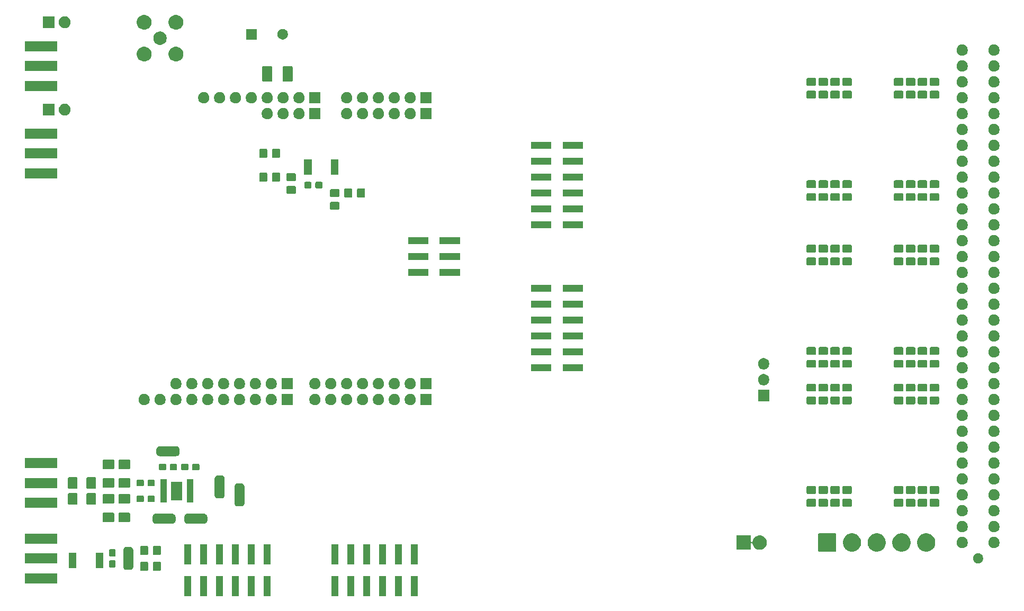
<source format=gts>
G04 #@! TF.GenerationSoftware,KiCad,Pcbnew,(5.1.5)-3*
G04 #@! TF.CreationDate,2020-02-25T10:17:19+01:00*
G04 #@! TF.ProjectId,FPGA_buffer_board,46504741-5f62-4756-9666-65725f626f61,1.1*
G04 #@! TF.SameCoordinates,Original*
G04 #@! TF.FileFunction,Soldermask,Top*
G04 #@! TF.FilePolarity,Negative*
%FSLAX46Y46*%
G04 Gerber Fmt 4.6, Leading zero omitted, Abs format (unit mm)*
G04 Created by KiCad (PCBNEW (5.1.5)-3) date 2020-02-25 10:17:19*
%MOMM*%
%LPD*%
G04 APERTURE LIST*
%ADD10C,0.100000*%
G04 APERTURE END LIST*
D10*
G36*
X151681000Y-148281000D02*
G01*
X150579000Y-148281000D01*
X150579000Y-145029000D01*
X151681000Y-145029000D01*
X151681000Y-148281000D01*
G37*
G36*
X149141000Y-148281000D02*
G01*
X148039000Y-148281000D01*
X148039000Y-145029000D01*
X149141000Y-145029000D01*
X149141000Y-148281000D01*
G37*
G36*
X138981000Y-148281000D02*
G01*
X137879000Y-148281000D01*
X137879000Y-145029000D01*
X138981000Y-145029000D01*
X138981000Y-148281000D01*
G37*
G36*
X141521000Y-148281000D02*
G01*
X140419000Y-148281000D01*
X140419000Y-145029000D01*
X141521000Y-145029000D01*
X141521000Y-148281000D01*
G37*
G36*
X144061000Y-148281000D02*
G01*
X142959000Y-148281000D01*
X142959000Y-145029000D01*
X144061000Y-145029000D01*
X144061000Y-148281000D01*
G37*
G36*
X146601000Y-148281000D02*
G01*
X145499000Y-148281000D01*
X145499000Y-145029000D01*
X146601000Y-145029000D01*
X146601000Y-148281000D01*
G37*
G36*
X128186000Y-148281000D02*
G01*
X127084000Y-148281000D01*
X127084000Y-145029000D01*
X128186000Y-145029000D01*
X128186000Y-148281000D01*
G37*
G36*
X123106000Y-148281000D02*
G01*
X122004000Y-148281000D01*
X122004000Y-145029000D01*
X123106000Y-145029000D01*
X123106000Y-148281000D01*
G37*
G36*
X125646000Y-148281000D02*
G01*
X124544000Y-148281000D01*
X124544000Y-145029000D01*
X125646000Y-145029000D01*
X125646000Y-148281000D01*
G37*
G36*
X115486000Y-148281000D02*
G01*
X114384000Y-148281000D01*
X114384000Y-145029000D01*
X115486000Y-145029000D01*
X115486000Y-148281000D01*
G37*
G36*
X120566000Y-148281000D02*
G01*
X119464000Y-148281000D01*
X119464000Y-145029000D01*
X120566000Y-145029000D01*
X120566000Y-148281000D01*
G37*
G36*
X118026000Y-148281000D02*
G01*
X116924000Y-148281000D01*
X116924000Y-145029000D01*
X118026000Y-145029000D01*
X118026000Y-148281000D01*
G37*
G36*
X94031000Y-146216000D02*
G01*
X88849000Y-146216000D01*
X88849000Y-144614000D01*
X94031000Y-144614000D01*
X94031000Y-146216000D01*
G37*
G36*
X110463674Y-142763465D02*
G01*
X110501367Y-142774899D01*
X110536103Y-142793466D01*
X110566548Y-142818452D01*
X110591534Y-142848897D01*
X110610101Y-142883633D01*
X110621535Y-142921326D01*
X110626000Y-142966661D01*
X110626000Y-144053339D01*
X110621535Y-144098674D01*
X110610101Y-144136367D01*
X110591534Y-144171103D01*
X110566548Y-144201548D01*
X110536103Y-144226534D01*
X110501367Y-144245101D01*
X110463674Y-144256535D01*
X110418339Y-144261000D01*
X109581661Y-144261000D01*
X109536326Y-144256535D01*
X109498633Y-144245101D01*
X109463897Y-144226534D01*
X109433452Y-144201548D01*
X109408466Y-144171103D01*
X109389899Y-144136367D01*
X109378465Y-144098674D01*
X109374000Y-144053339D01*
X109374000Y-142966661D01*
X109378465Y-142921326D01*
X109389899Y-142883633D01*
X109408466Y-142848897D01*
X109433452Y-142818452D01*
X109463897Y-142793466D01*
X109498633Y-142774899D01*
X109536326Y-142763465D01*
X109581661Y-142759000D01*
X110418339Y-142759000D01*
X110463674Y-142763465D01*
G37*
G36*
X108413674Y-142763465D02*
G01*
X108451367Y-142774899D01*
X108486103Y-142793466D01*
X108516548Y-142818452D01*
X108541534Y-142848897D01*
X108560101Y-142883633D01*
X108571535Y-142921326D01*
X108576000Y-142966661D01*
X108576000Y-144053339D01*
X108571535Y-144098674D01*
X108560101Y-144136367D01*
X108541534Y-144171103D01*
X108516548Y-144201548D01*
X108486103Y-144226534D01*
X108451367Y-144245101D01*
X108413674Y-144256535D01*
X108368339Y-144261000D01*
X107531661Y-144261000D01*
X107486326Y-144256535D01*
X107448633Y-144245101D01*
X107413897Y-144226534D01*
X107383452Y-144201548D01*
X107358466Y-144171103D01*
X107339899Y-144136367D01*
X107328465Y-144098674D01*
X107324000Y-144053339D01*
X107324000Y-142966661D01*
X107328465Y-142921326D01*
X107339899Y-142883633D01*
X107358466Y-142848897D01*
X107383452Y-142818452D01*
X107413897Y-142793466D01*
X107448633Y-142774899D01*
X107486326Y-142763465D01*
X107531661Y-142759000D01*
X108368339Y-142759000D01*
X108413674Y-142763465D01*
G37*
G36*
X105672199Y-140389954D02*
G01*
X105684450Y-140390556D01*
X105702869Y-140390556D01*
X105725149Y-140392750D01*
X105809233Y-140409476D01*
X105830660Y-140415976D01*
X105909858Y-140448780D01*
X105915303Y-140451691D01*
X105915309Y-140451693D01*
X105924169Y-140456429D01*
X105924173Y-140456432D01*
X105929614Y-140459340D01*
X106000899Y-140506971D01*
X106018204Y-140521172D01*
X106078828Y-140581796D01*
X106093029Y-140599101D01*
X106140660Y-140670386D01*
X106143568Y-140675827D01*
X106143571Y-140675831D01*
X106148307Y-140684691D01*
X106148309Y-140684697D01*
X106151220Y-140690142D01*
X106184024Y-140769340D01*
X106190524Y-140790767D01*
X106207250Y-140874851D01*
X106209444Y-140897131D01*
X106209444Y-140915550D01*
X106210046Y-140927801D01*
X106211852Y-140946139D01*
X106211852Y-141483860D01*
X106210263Y-141499999D01*
X106205855Y-141514528D01*
X106200394Y-141527711D01*
X106195612Y-141551745D01*
X106195611Y-141576249D01*
X106200391Y-141600282D01*
X106209768Y-141622921D01*
X106211000Y-141624765D01*
X106211000Y-142856050D01*
X106204525Y-142868164D01*
X106197412Y-142891613D01*
X106195010Y-142915999D01*
X106197412Y-142940385D01*
X106204525Y-142963834D01*
X106206848Y-142968746D01*
X106210263Y-142980001D01*
X106211852Y-142996140D01*
X106211852Y-143533862D01*
X106210046Y-143552199D01*
X106209444Y-143564450D01*
X106209444Y-143582869D01*
X106207250Y-143605149D01*
X106190524Y-143689233D01*
X106184024Y-143710660D01*
X106151220Y-143789858D01*
X106148309Y-143795303D01*
X106148307Y-143795309D01*
X106143571Y-143804169D01*
X106143568Y-143804173D01*
X106140660Y-143809614D01*
X106093029Y-143880899D01*
X106078828Y-143898204D01*
X106018204Y-143958828D01*
X106000899Y-143973029D01*
X105929614Y-144020660D01*
X105924173Y-144023568D01*
X105924169Y-144023571D01*
X105915309Y-144028307D01*
X105915303Y-144028309D01*
X105909858Y-144031220D01*
X105830660Y-144064024D01*
X105809233Y-144070524D01*
X105725149Y-144087250D01*
X105702869Y-144089444D01*
X105684450Y-144089444D01*
X105672199Y-144090046D01*
X105653862Y-144091852D01*
X105166138Y-144091852D01*
X105147801Y-144090046D01*
X105135550Y-144089444D01*
X105117131Y-144089444D01*
X105094851Y-144087250D01*
X105010767Y-144070524D01*
X104989340Y-144064024D01*
X104910142Y-144031220D01*
X104904697Y-144028309D01*
X104904691Y-144028307D01*
X104895831Y-144023571D01*
X104895827Y-144023568D01*
X104890386Y-144020660D01*
X104819101Y-143973029D01*
X104801796Y-143958828D01*
X104741172Y-143898204D01*
X104726971Y-143880899D01*
X104679340Y-143809614D01*
X104676432Y-143804173D01*
X104676429Y-143804169D01*
X104671693Y-143795309D01*
X104671691Y-143795303D01*
X104668780Y-143789858D01*
X104635976Y-143710660D01*
X104629476Y-143689233D01*
X104612750Y-143605149D01*
X104610556Y-143582869D01*
X104610556Y-143564450D01*
X104609954Y-143552199D01*
X104608148Y-143533862D01*
X104608148Y-142996140D01*
X104609737Y-142980001D01*
X104614145Y-142965472D01*
X104619606Y-142952289D01*
X104624388Y-142928255D01*
X104624389Y-142903751D01*
X104619609Y-142879718D01*
X104610232Y-142857079D01*
X104609000Y-142855235D01*
X104609000Y-141623950D01*
X104615475Y-141611836D01*
X104622588Y-141588387D01*
X104624990Y-141564001D01*
X104622588Y-141539615D01*
X104615475Y-141516166D01*
X104613152Y-141511254D01*
X104609737Y-141499999D01*
X104608148Y-141483860D01*
X104608148Y-140946139D01*
X104609954Y-140927801D01*
X104610556Y-140915550D01*
X104610556Y-140897131D01*
X104612750Y-140874851D01*
X104629476Y-140790767D01*
X104635976Y-140769340D01*
X104668780Y-140690142D01*
X104671691Y-140684697D01*
X104671693Y-140684691D01*
X104676429Y-140675831D01*
X104676432Y-140675827D01*
X104679340Y-140670386D01*
X104726971Y-140599101D01*
X104741172Y-140581796D01*
X104801796Y-140521172D01*
X104819101Y-140506971D01*
X104890386Y-140459340D01*
X104895827Y-140456432D01*
X104895831Y-140456429D01*
X104904691Y-140451693D01*
X104904697Y-140451691D01*
X104910142Y-140448780D01*
X104989340Y-140415976D01*
X105010767Y-140409476D01*
X105094851Y-140392750D01*
X105117131Y-140390556D01*
X105135550Y-140390556D01*
X105147801Y-140389954D01*
X105166139Y-140388148D01*
X105653861Y-140388148D01*
X105672199Y-140389954D01*
G37*
G36*
X101421000Y-143791000D02*
G01*
X100219000Y-143791000D01*
X100219000Y-141339000D01*
X101421000Y-141339000D01*
X101421000Y-143791000D01*
G37*
G36*
X97121000Y-143791000D02*
G01*
X95919000Y-143791000D01*
X95919000Y-141339000D01*
X97121000Y-141339000D01*
X97121000Y-143791000D01*
G37*
G36*
X103234499Y-142543445D02*
G01*
X103271995Y-142554820D01*
X103306554Y-142573292D01*
X103336847Y-142598153D01*
X103361708Y-142628446D01*
X103380180Y-142663005D01*
X103391555Y-142700501D01*
X103396000Y-142745638D01*
X103396000Y-143484362D01*
X103391555Y-143529499D01*
X103380180Y-143566995D01*
X103361708Y-143601554D01*
X103336847Y-143631847D01*
X103306554Y-143656708D01*
X103271995Y-143675180D01*
X103234499Y-143686555D01*
X103189362Y-143691000D01*
X102550638Y-143691000D01*
X102505501Y-143686555D01*
X102468005Y-143675180D01*
X102433446Y-143656708D01*
X102403153Y-143631847D01*
X102378292Y-143601554D01*
X102359820Y-143566995D01*
X102348445Y-143529499D01*
X102344000Y-143484362D01*
X102344000Y-142745638D01*
X102348445Y-142700501D01*
X102359820Y-142663005D01*
X102378292Y-142628446D01*
X102403153Y-142598153D01*
X102433446Y-142573292D01*
X102468005Y-142554820D01*
X102505501Y-142543445D01*
X102550638Y-142539000D01*
X103189362Y-142539000D01*
X103234499Y-142543445D01*
G37*
G36*
X149141000Y-143231000D02*
G01*
X148039000Y-143231000D01*
X148039000Y-139979000D01*
X149141000Y-139979000D01*
X149141000Y-143231000D01*
G37*
G36*
X138981000Y-143231000D02*
G01*
X137879000Y-143231000D01*
X137879000Y-139979000D01*
X138981000Y-139979000D01*
X138981000Y-143231000D01*
G37*
G36*
X141521000Y-143231000D02*
G01*
X140419000Y-143231000D01*
X140419000Y-139979000D01*
X141521000Y-139979000D01*
X141521000Y-143231000D01*
G37*
G36*
X144061000Y-143231000D02*
G01*
X142959000Y-143231000D01*
X142959000Y-139979000D01*
X144061000Y-139979000D01*
X144061000Y-143231000D01*
G37*
G36*
X115486000Y-143231000D02*
G01*
X114384000Y-143231000D01*
X114384000Y-139979000D01*
X115486000Y-139979000D01*
X115486000Y-143231000D01*
G37*
G36*
X125646000Y-143231000D02*
G01*
X124544000Y-143231000D01*
X124544000Y-139979000D01*
X125646000Y-139979000D01*
X125646000Y-143231000D01*
G37*
G36*
X128186000Y-143231000D02*
G01*
X127084000Y-143231000D01*
X127084000Y-139979000D01*
X128186000Y-139979000D01*
X128186000Y-143231000D01*
G37*
G36*
X151681000Y-143231000D02*
G01*
X150579000Y-143231000D01*
X150579000Y-139979000D01*
X151681000Y-139979000D01*
X151681000Y-143231000D01*
G37*
G36*
X120566000Y-143231000D02*
G01*
X119464000Y-143231000D01*
X119464000Y-139979000D01*
X120566000Y-139979000D01*
X120566000Y-143231000D01*
G37*
G36*
X123106000Y-143231000D02*
G01*
X122004000Y-143231000D01*
X122004000Y-139979000D01*
X123106000Y-139979000D01*
X123106000Y-143231000D01*
G37*
G36*
X146601000Y-143231000D02*
G01*
X145499000Y-143231000D01*
X145499000Y-139979000D01*
X146601000Y-139979000D01*
X146601000Y-143231000D01*
G37*
G36*
X118026000Y-143231000D02*
G01*
X116924000Y-143231000D01*
X116924000Y-139979000D01*
X118026000Y-139979000D01*
X118026000Y-143231000D01*
G37*
G36*
X241537142Y-141458242D02*
G01*
X241685101Y-141519529D01*
X241818255Y-141608499D01*
X241931501Y-141721745D01*
X242020471Y-141854899D01*
X242081758Y-142002858D01*
X242113000Y-142159925D01*
X242113000Y-142320075D01*
X242081758Y-142477142D01*
X242020471Y-142625101D01*
X241931501Y-142758255D01*
X241818255Y-142871501D01*
X241685101Y-142960471D01*
X241537142Y-143021758D01*
X241380075Y-143053000D01*
X241219925Y-143053000D01*
X241062858Y-143021758D01*
X240914899Y-142960471D01*
X240781745Y-142871501D01*
X240668499Y-142758255D01*
X240579529Y-142625101D01*
X240518242Y-142477142D01*
X240487000Y-142320075D01*
X240487000Y-142159925D01*
X240518242Y-142002858D01*
X240579529Y-141854899D01*
X240668499Y-141721745D01*
X240781745Y-141608499D01*
X240914899Y-141519529D01*
X241062858Y-141458242D01*
X241219925Y-141427000D01*
X241380075Y-141427000D01*
X241537142Y-141458242D01*
G37*
G36*
X94031000Y-143041000D02*
G01*
X88849000Y-143041000D01*
X88849000Y-141439000D01*
X94031000Y-141439000D01*
X94031000Y-143041000D01*
G37*
G36*
X103234499Y-140793445D02*
G01*
X103271995Y-140804820D01*
X103306554Y-140823292D01*
X103336847Y-140848153D01*
X103361708Y-140878446D01*
X103380180Y-140913005D01*
X103391555Y-140950501D01*
X103396000Y-140995638D01*
X103396000Y-141734362D01*
X103391555Y-141779499D01*
X103380180Y-141816995D01*
X103361708Y-141851554D01*
X103336847Y-141881847D01*
X103306554Y-141906708D01*
X103271995Y-141925180D01*
X103234499Y-141936555D01*
X103189362Y-141941000D01*
X102550638Y-141941000D01*
X102505501Y-141936555D01*
X102468005Y-141925180D01*
X102433446Y-141906708D01*
X102403153Y-141881847D01*
X102378292Y-141851554D01*
X102359820Y-141816995D01*
X102348445Y-141779499D01*
X102344000Y-141734362D01*
X102344000Y-140995638D01*
X102348445Y-140950501D01*
X102359820Y-140913005D01*
X102378292Y-140878446D01*
X102403153Y-140848153D01*
X102433446Y-140823292D01*
X102468005Y-140804820D01*
X102505501Y-140793445D01*
X102550638Y-140789000D01*
X103189362Y-140789000D01*
X103234499Y-140793445D01*
G37*
G36*
X110463674Y-140223465D02*
G01*
X110501367Y-140234899D01*
X110536103Y-140253466D01*
X110566548Y-140278452D01*
X110591534Y-140308897D01*
X110610101Y-140343633D01*
X110621535Y-140381326D01*
X110626000Y-140426661D01*
X110626000Y-141513339D01*
X110621535Y-141558674D01*
X110610101Y-141596367D01*
X110591534Y-141631103D01*
X110566548Y-141661548D01*
X110536103Y-141686534D01*
X110501367Y-141705101D01*
X110463674Y-141716535D01*
X110418339Y-141721000D01*
X109581661Y-141721000D01*
X109536326Y-141716535D01*
X109498633Y-141705101D01*
X109463897Y-141686534D01*
X109433452Y-141661548D01*
X109408466Y-141631103D01*
X109389899Y-141596367D01*
X109378465Y-141558674D01*
X109374000Y-141513339D01*
X109374000Y-140426661D01*
X109378465Y-140381326D01*
X109389899Y-140343633D01*
X109408466Y-140308897D01*
X109433452Y-140278452D01*
X109463897Y-140253466D01*
X109498633Y-140234899D01*
X109536326Y-140223465D01*
X109581661Y-140219000D01*
X110418339Y-140219000D01*
X110463674Y-140223465D01*
G37*
G36*
X108413674Y-140223465D02*
G01*
X108451367Y-140234899D01*
X108486103Y-140253466D01*
X108516548Y-140278452D01*
X108541534Y-140308897D01*
X108560101Y-140343633D01*
X108571535Y-140381326D01*
X108576000Y-140426661D01*
X108576000Y-141513339D01*
X108571535Y-141558674D01*
X108560101Y-141596367D01*
X108541534Y-141631103D01*
X108516548Y-141661548D01*
X108486103Y-141686534D01*
X108451367Y-141705101D01*
X108413674Y-141716535D01*
X108368339Y-141721000D01*
X107531661Y-141721000D01*
X107486326Y-141716535D01*
X107448633Y-141705101D01*
X107413897Y-141686534D01*
X107383452Y-141661548D01*
X107358466Y-141631103D01*
X107339899Y-141596367D01*
X107328465Y-141558674D01*
X107324000Y-141513339D01*
X107324000Y-140426661D01*
X107328465Y-140381326D01*
X107339899Y-140343633D01*
X107358466Y-140308897D01*
X107383452Y-140278452D01*
X107413897Y-140253466D01*
X107448633Y-140234899D01*
X107486326Y-140223465D01*
X107531661Y-140219000D01*
X108368339Y-140219000D01*
X108413674Y-140223465D01*
G37*
G36*
X225513241Y-138304760D02*
G01*
X225777305Y-138414139D01*
X226014958Y-138572934D01*
X226217066Y-138775042D01*
X226375861Y-139012695D01*
X226485240Y-139276759D01*
X226541000Y-139557088D01*
X226541000Y-139842912D01*
X226485240Y-140123241D01*
X226375861Y-140387305D01*
X226217066Y-140624958D01*
X226014958Y-140827066D01*
X225777305Y-140985861D01*
X225513241Y-141095240D01*
X225232912Y-141151000D01*
X224947088Y-141151000D01*
X224666759Y-141095240D01*
X224402695Y-140985861D01*
X224165042Y-140827066D01*
X223962934Y-140624958D01*
X223804139Y-140387305D01*
X223694760Y-140123241D01*
X223639000Y-139842912D01*
X223639000Y-139557088D01*
X223694760Y-139276759D01*
X223804139Y-139012695D01*
X223962934Y-138775042D01*
X224165042Y-138572934D01*
X224402695Y-138414139D01*
X224666759Y-138304760D01*
X224947088Y-138249000D01*
X225232912Y-138249000D01*
X225513241Y-138304760D01*
G37*
G36*
X218485546Y-138252824D02*
G01*
X218516977Y-138262359D01*
X218545940Y-138277840D01*
X218571327Y-138298673D01*
X218592160Y-138324060D01*
X218607641Y-138353023D01*
X218617176Y-138384454D01*
X218621000Y-138423277D01*
X218621000Y-140976723D01*
X218617176Y-141015546D01*
X218607641Y-141046977D01*
X218592160Y-141075940D01*
X218571327Y-141101327D01*
X218545940Y-141122160D01*
X218516977Y-141137641D01*
X218485546Y-141147176D01*
X218446723Y-141151000D01*
X215893277Y-141151000D01*
X215854454Y-141147176D01*
X215823023Y-141137641D01*
X215794060Y-141122160D01*
X215768673Y-141101327D01*
X215747840Y-141075940D01*
X215732359Y-141046977D01*
X215722824Y-141015546D01*
X215719000Y-140976723D01*
X215719000Y-138423277D01*
X215722824Y-138384454D01*
X215732359Y-138353023D01*
X215747840Y-138324060D01*
X215768673Y-138298673D01*
X215794060Y-138277840D01*
X215823023Y-138262359D01*
X215854454Y-138252824D01*
X215893277Y-138249000D01*
X218446723Y-138249000D01*
X218485546Y-138252824D01*
G37*
G36*
X221553241Y-138304760D02*
G01*
X221817305Y-138414139D01*
X222054958Y-138572934D01*
X222257066Y-138775042D01*
X222415861Y-139012695D01*
X222525240Y-139276759D01*
X222581000Y-139557088D01*
X222581000Y-139842912D01*
X222525240Y-140123241D01*
X222415861Y-140387305D01*
X222257066Y-140624958D01*
X222054958Y-140827066D01*
X221817305Y-140985861D01*
X221553241Y-141095240D01*
X221272912Y-141151000D01*
X220987088Y-141151000D01*
X220706759Y-141095240D01*
X220442695Y-140985861D01*
X220205042Y-140827066D01*
X220002934Y-140624958D01*
X219844139Y-140387305D01*
X219734760Y-140123241D01*
X219679000Y-139842912D01*
X219679000Y-139557088D01*
X219734760Y-139276759D01*
X219844139Y-139012695D01*
X220002934Y-138775042D01*
X220205042Y-138572934D01*
X220442695Y-138414139D01*
X220706759Y-138304760D01*
X220987088Y-138249000D01*
X221272912Y-138249000D01*
X221553241Y-138304760D01*
G37*
G36*
X229473241Y-138304760D02*
G01*
X229737305Y-138414139D01*
X229974958Y-138572934D01*
X230177066Y-138775042D01*
X230335861Y-139012695D01*
X230445240Y-139276759D01*
X230501000Y-139557088D01*
X230501000Y-139842912D01*
X230445240Y-140123241D01*
X230335861Y-140387305D01*
X230177066Y-140624958D01*
X229974958Y-140827066D01*
X229737305Y-140985861D01*
X229473241Y-141095240D01*
X229192912Y-141151000D01*
X228907088Y-141151000D01*
X228626759Y-141095240D01*
X228362695Y-140985861D01*
X228125042Y-140827066D01*
X227922934Y-140624958D01*
X227764139Y-140387305D01*
X227654760Y-140123241D01*
X227599000Y-139842912D01*
X227599000Y-139557088D01*
X227654760Y-139276759D01*
X227764139Y-139012695D01*
X227922934Y-138775042D01*
X228125042Y-138572934D01*
X228362695Y-138414139D01*
X228626759Y-138304760D01*
X228907088Y-138249000D01*
X229192912Y-138249000D01*
X229473241Y-138304760D01*
G37*
G36*
X233433241Y-138304760D02*
G01*
X233697305Y-138414139D01*
X233934958Y-138572934D01*
X234137066Y-138775042D01*
X234295861Y-139012695D01*
X234405240Y-139276759D01*
X234461000Y-139557088D01*
X234461000Y-139842912D01*
X234405240Y-140123241D01*
X234295861Y-140387305D01*
X234137066Y-140624958D01*
X233934958Y-140827066D01*
X233697305Y-140985861D01*
X233433241Y-141095240D01*
X233152912Y-141151000D01*
X232867088Y-141151000D01*
X232586759Y-141095240D01*
X232322695Y-140985861D01*
X232085042Y-140827066D01*
X231882934Y-140624958D01*
X231724139Y-140387305D01*
X231614760Y-140123241D01*
X231559000Y-139842912D01*
X231559000Y-139557088D01*
X231614760Y-139276759D01*
X231724139Y-139012695D01*
X231882934Y-138775042D01*
X232085042Y-138572934D01*
X232322695Y-138414139D01*
X232586759Y-138304760D01*
X232867088Y-138249000D01*
X233152912Y-138249000D01*
X233433241Y-138304760D01*
G37*
G36*
X204986000Y-139514007D02*
G01*
X204988402Y-139538393D01*
X204995515Y-139561842D01*
X205007066Y-139583453D01*
X205022611Y-139602395D01*
X205041553Y-139617940D01*
X205063164Y-139629491D01*
X205086613Y-139636604D01*
X205110999Y-139639006D01*
X205135385Y-139636604D01*
X205158834Y-139629491D01*
X205180445Y-139617940D01*
X205199387Y-139602395D01*
X205214932Y-139583453D01*
X205226483Y-139561842D01*
X205233596Y-139538393D01*
X205268232Y-139364267D01*
X205305946Y-139273218D01*
X205354997Y-139154797D01*
X205480960Y-138966280D01*
X205641280Y-138805960D01*
X205829797Y-138679997D01*
X206039266Y-138593232D01*
X206150451Y-138571116D01*
X206261635Y-138549000D01*
X206488365Y-138549000D01*
X206599549Y-138571116D01*
X206710734Y-138593232D01*
X206920203Y-138679997D01*
X207108720Y-138805960D01*
X207269040Y-138966280D01*
X207395003Y-139154797D01*
X207481768Y-139364266D01*
X207526000Y-139586636D01*
X207526000Y-139813364D01*
X207481768Y-140035734D01*
X207395003Y-140245203D01*
X207269040Y-140433720D01*
X207108720Y-140594040D01*
X206920203Y-140720003D01*
X206710734Y-140806768D01*
X206627662Y-140823292D01*
X206488365Y-140851000D01*
X206261635Y-140851000D01*
X206122338Y-140823292D01*
X206039266Y-140806768D01*
X205829797Y-140720003D01*
X205641280Y-140594040D01*
X205480960Y-140433720D01*
X205354997Y-140245203D01*
X205268232Y-140035734D01*
X205233596Y-139861607D01*
X205226483Y-139838158D01*
X205214932Y-139816547D01*
X205199387Y-139797605D01*
X205180445Y-139782060D01*
X205158834Y-139770509D01*
X205135385Y-139763396D01*
X205110999Y-139760994D01*
X205086613Y-139763396D01*
X205063164Y-139770509D01*
X205041553Y-139782060D01*
X205022611Y-139797605D01*
X205007066Y-139816547D01*
X204995515Y-139838158D01*
X204988402Y-139861607D01*
X204986000Y-139885993D01*
X204986000Y-140851000D01*
X202684000Y-140851000D01*
X202684000Y-138549000D01*
X204986000Y-138549000D01*
X204986000Y-139514007D01*
G37*
G36*
X243953512Y-138803927D02*
G01*
X244102812Y-138833624D01*
X244266784Y-138901544D01*
X244414354Y-139000147D01*
X244539853Y-139125646D01*
X244638456Y-139273216D01*
X244706376Y-139437188D01*
X244741000Y-139611259D01*
X244741000Y-139788741D01*
X244706376Y-139962812D01*
X244638456Y-140126784D01*
X244539853Y-140274354D01*
X244414354Y-140399853D01*
X244266784Y-140498456D01*
X244102812Y-140566376D01*
X243963732Y-140594040D01*
X243928742Y-140601000D01*
X243751258Y-140601000D01*
X243716268Y-140594040D01*
X243577188Y-140566376D01*
X243413216Y-140498456D01*
X243265646Y-140399853D01*
X243140147Y-140274354D01*
X243041544Y-140126784D01*
X242973624Y-139962812D01*
X242939000Y-139788741D01*
X242939000Y-139611259D01*
X242973624Y-139437188D01*
X243041544Y-139273216D01*
X243140147Y-139125646D01*
X243265646Y-139000147D01*
X243413216Y-138901544D01*
X243577188Y-138833624D01*
X243726488Y-138803927D01*
X243751258Y-138799000D01*
X243928742Y-138799000D01*
X243953512Y-138803927D01*
G37*
G36*
X238873512Y-138803927D02*
G01*
X239022812Y-138833624D01*
X239186784Y-138901544D01*
X239334354Y-139000147D01*
X239459853Y-139125646D01*
X239558456Y-139273216D01*
X239626376Y-139437188D01*
X239661000Y-139611259D01*
X239661000Y-139788741D01*
X239626376Y-139962812D01*
X239558456Y-140126784D01*
X239459853Y-140274354D01*
X239334354Y-140399853D01*
X239186784Y-140498456D01*
X239022812Y-140566376D01*
X238883732Y-140594040D01*
X238848742Y-140601000D01*
X238671258Y-140601000D01*
X238636268Y-140594040D01*
X238497188Y-140566376D01*
X238333216Y-140498456D01*
X238185646Y-140399853D01*
X238060147Y-140274354D01*
X237961544Y-140126784D01*
X237893624Y-139962812D01*
X237859000Y-139788741D01*
X237859000Y-139611259D01*
X237893624Y-139437188D01*
X237961544Y-139273216D01*
X238060147Y-139125646D01*
X238185646Y-139000147D01*
X238333216Y-138901544D01*
X238497188Y-138833624D01*
X238646488Y-138803927D01*
X238671258Y-138799000D01*
X238848742Y-138799000D01*
X238873512Y-138803927D01*
G37*
G36*
X94031000Y-139866000D02*
G01*
X88849000Y-139866000D01*
X88849000Y-138264000D01*
X94031000Y-138264000D01*
X94031000Y-139866000D01*
G37*
G36*
X243953512Y-136263927D02*
G01*
X244102812Y-136293624D01*
X244266784Y-136361544D01*
X244414354Y-136460147D01*
X244539853Y-136585646D01*
X244638456Y-136733216D01*
X244706376Y-136897188D01*
X244741000Y-137071259D01*
X244741000Y-137248741D01*
X244706376Y-137422812D01*
X244638456Y-137586784D01*
X244539853Y-137734354D01*
X244414354Y-137859853D01*
X244266784Y-137958456D01*
X244102812Y-138026376D01*
X243953512Y-138056073D01*
X243928742Y-138061000D01*
X243751258Y-138061000D01*
X243726488Y-138056073D01*
X243577188Y-138026376D01*
X243413216Y-137958456D01*
X243265646Y-137859853D01*
X243140147Y-137734354D01*
X243041544Y-137586784D01*
X242973624Y-137422812D01*
X242939000Y-137248741D01*
X242939000Y-137071259D01*
X242973624Y-136897188D01*
X243041544Y-136733216D01*
X243140147Y-136585646D01*
X243265646Y-136460147D01*
X243413216Y-136361544D01*
X243577188Y-136293624D01*
X243726488Y-136263927D01*
X243751258Y-136259000D01*
X243928742Y-136259000D01*
X243953512Y-136263927D01*
G37*
G36*
X238873512Y-136263927D02*
G01*
X239022812Y-136293624D01*
X239186784Y-136361544D01*
X239334354Y-136460147D01*
X239459853Y-136585646D01*
X239558456Y-136733216D01*
X239626376Y-136897188D01*
X239661000Y-137071259D01*
X239661000Y-137248741D01*
X239626376Y-137422812D01*
X239558456Y-137586784D01*
X239459853Y-137734354D01*
X239334354Y-137859853D01*
X239186784Y-137958456D01*
X239022812Y-138026376D01*
X238873512Y-138056073D01*
X238848742Y-138061000D01*
X238671258Y-138061000D01*
X238646488Y-138056073D01*
X238497188Y-138026376D01*
X238333216Y-137958456D01*
X238185646Y-137859853D01*
X238060147Y-137734354D01*
X237961544Y-137586784D01*
X237893624Y-137422812D01*
X237859000Y-137248741D01*
X237859000Y-137071259D01*
X237893624Y-136897188D01*
X237961544Y-136733216D01*
X238060147Y-136585646D01*
X238185646Y-136460147D01*
X238333216Y-136361544D01*
X238497188Y-136293624D01*
X238646488Y-136263927D01*
X238671258Y-136259000D01*
X238848742Y-136259000D01*
X238873512Y-136263927D01*
G37*
G36*
X115464999Y-135089737D02*
G01*
X115479528Y-135094145D01*
X115492711Y-135099606D01*
X115516745Y-135104388D01*
X115541249Y-135104389D01*
X115565282Y-135099609D01*
X115587921Y-135090232D01*
X115589765Y-135089000D01*
X116821050Y-135089000D01*
X116833164Y-135095475D01*
X116856613Y-135102588D01*
X116880999Y-135104990D01*
X116905385Y-135102588D01*
X116928834Y-135095475D01*
X116933746Y-135093152D01*
X116945001Y-135089737D01*
X116961140Y-135088148D01*
X117498861Y-135088148D01*
X117517199Y-135089954D01*
X117529450Y-135090556D01*
X117547869Y-135090556D01*
X117570149Y-135092750D01*
X117654233Y-135109476D01*
X117675660Y-135115976D01*
X117754858Y-135148780D01*
X117760303Y-135151691D01*
X117760309Y-135151693D01*
X117769169Y-135156429D01*
X117769173Y-135156432D01*
X117774614Y-135159340D01*
X117845899Y-135206971D01*
X117863204Y-135221172D01*
X117923828Y-135281796D01*
X117938029Y-135299101D01*
X117985660Y-135370386D01*
X117988568Y-135375827D01*
X117988571Y-135375831D01*
X117993307Y-135384691D01*
X117993309Y-135384697D01*
X117996220Y-135390142D01*
X118029024Y-135469340D01*
X118035524Y-135490767D01*
X118052250Y-135574851D01*
X118054444Y-135597131D01*
X118054444Y-135615550D01*
X118055046Y-135627801D01*
X118056852Y-135646139D01*
X118056852Y-136133862D01*
X118055046Y-136152199D01*
X118054444Y-136164450D01*
X118054444Y-136182869D01*
X118052250Y-136205149D01*
X118035524Y-136289233D01*
X118029024Y-136310660D01*
X117996220Y-136389858D01*
X117993309Y-136395303D01*
X117993307Y-136395309D01*
X117988571Y-136404169D01*
X117988568Y-136404173D01*
X117985660Y-136409614D01*
X117938029Y-136480899D01*
X117923828Y-136498204D01*
X117863204Y-136558828D01*
X117845899Y-136573029D01*
X117774614Y-136620660D01*
X117769173Y-136623568D01*
X117769169Y-136623571D01*
X117760309Y-136628307D01*
X117760303Y-136628309D01*
X117754858Y-136631220D01*
X117675660Y-136664024D01*
X117654233Y-136670524D01*
X117570149Y-136687250D01*
X117547869Y-136689444D01*
X117529450Y-136689444D01*
X117517199Y-136690046D01*
X117498862Y-136691852D01*
X116961140Y-136691852D01*
X116945001Y-136690263D01*
X116930472Y-136685855D01*
X116917289Y-136680394D01*
X116893255Y-136675612D01*
X116868751Y-136675611D01*
X116844718Y-136680391D01*
X116822079Y-136689768D01*
X116820235Y-136691000D01*
X115588950Y-136691000D01*
X115576836Y-136684525D01*
X115553387Y-136677412D01*
X115529001Y-136675010D01*
X115504615Y-136677412D01*
X115481166Y-136684525D01*
X115476254Y-136686848D01*
X115464999Y-136690263D01*
X115448860Y-136691852D01*
X114911138Y-136691852D01*
X114892801Y-136690046D01*
X114880550Y-136689444D01*
X114862131Y-136689444D01*
X114839851Y-136687250D01*
X114755767Y-136670524D01*
X114734340Y-136664024D01*
X114655142Y-136631220D01*
X114649697Y-136628309D01*
X114649691Y-136628307D01*
X114640831Y-136623571D01*
X114640827Y-136623568D01*
X114635386Y-136620660D01*
X114564101Y-136573029D01*
X114546796Y-136558828D01*
X114486172Y-136498204D01*
X114471971Y-136480899D01*
X114424340Y-136409614D01*
X114421432Y-136404173D01*
X114421429Y-136404169D01*
X114416693Y-136395309D01*
X114416691Y-136395303D01*
X114413780Y-136389858D01*
X114380976Y-136310660D01*
X114374476Y-136289233D01*
X114357750Y-136205149D01*
X114355556Y-136182869D01*
X114355556Y-136164450D01*
X114354954Y-136152199D01*
X114353148Y-136133862D01*
X114353148Y-135646139D01*
X114354954Y-135627801D01*
X114355556Y-135615550D01*
X114355556Y-135597131D01*
X114357750Y-135574851D01*
X114374476Y-135490767D01*
X114380976Y-135469340D01*
X114413780Y-135390142D01*
X114416691Y-135384697D01*
X114416693Y-135384691D01*
X114421429Y-135375831D01*
X114421432Y-135375827D01*
X114424340Y-135370386D01*
X114471971Y-135299101D01*
X114486172Y-135281796D01*
X114546796Y-135221172D01*
X114564101Y-135206971D01*
X114635386Y-135159340D01*
X114640827Y-135156432D01*
X114640831Y-135156429D01*
X114649691Y-135151693D01*
X114649697Y-135151691D01*
X114655142Y-135148780D01*
X114734340Y-135115976D01*
X114755767Y-135109476D01*
X114839851Y-135092750D01*
X114862131Y-135090556D01*
X114880550Y-135090556D01*
X114892801Y-135089954D01*
X114911139Y-135088148D01*
X115448860Y-135088148D01*
X115464999Y-135089737D01*
G37*
G36*
X110384999Y-135089737D02*
G01*
X110399528Y-135094145D01*
X110412711Y-135099606D01*
X110436745Y-135104388D01*
X110461249Y-135104389D01*
X110485282Y-135099609D01*
X110507921Y-135090232D01*
X110509765Y-135089000D01*
X111741050Y-135089000D01*
X111753164Y-135095475D01*
X111776613Y-135102588D01*
X111800999Y-135104990D01*
X111825385Y-135102588D01*
X111848834Y-135095475D01*
X111853746Y-135093152D01*
X111865001Y-135089737D01*
X111881140Y-135088148D01*
X112418861Y-135088148D01*
X112437199Y-135089954D01*
X112449450Y-135090556D01*
X112467869Y-135090556D01*
X112490149Y-135092750D01*
X112574233Y-135109476D01*
X112595660Y-135115976D01*
X112674858Y-135148780D01*
X112680303Y-135151691D01*
X112680309Y-135151693D01*
X112689169Y-135156429D01*
X112689173Y-135156432D01*
X112694614Y-135159340D01*
X112765899Y-135206971D01*
X112783204Y-135221172D01*
X112843828Y-135281796D01*
X112858029Y-135299101D01*
X112905660Y-135370386D01*
X112908568Y-135375827D01*
X112908571Y-135375831D01*
X112913307Y-135384691D01*
X112913309Y-135384697D01*
X112916220Y-135390142D01*
X112949024Y-135469340D01*
X112955524Y-135490767D01*
X112972250Y-135574851D01*
X112974444Y-135597131D01*
X112974444Y-135615550D01*
X112975046Y-135627801D01*
X112976852Y-135646139D01*
X112976852Y-136133862D01*
X112975046Y-136152199D01*
X112974444Y-136164450D01*
X112974444Y-136182869D01*
X112972250Y-136205149D01*
X112955524Y-136289233D01*
X112949024Y-136310660D01*
X112916220Y-136389858D01*
X112913309Y-136395303D01*
X112913307Y-136395309D01*
X112908571Y-136404169D01*
X112908568Y-136404173D01*
X112905660Y-136409614D01*
X112858029Y-136480899D01*
X112843828Y-136498204D01*
X112783204Y-136558828D01*
X112765899Y-136573029D01*
X112694614Y-136620660D01*
X112689173Y-136623568D01*
X112689169Y-136623571D01*
X112680309Y-136628307D01*
X112680303Y-136628309D01*
X112674858Y-136631220D01*
X112595660Y-136664024D01*
X112574233Y-136670524D01*
X112490149Y-136687250D01*
X112467869Y-136689444D01*
X112449450Y-136689444D01*
X112437199Y-136690046D01*
X112418862Y-136691852D01*
X111881140Y-136691852D01*
X111865001Y-136690263D01*
X111850472Y-136685855D01*
X111837289Y-136680394D01*
X111813255Y-136675612D01*
X111788751Y-136675611D01*
X111764718Y-136680391D01*
X111742079Y-136689768D01*
X111740235Y-136691000D01*
X110508950Y-136691000D01*
X110496836Y-136684525D01*
X110473387Y-136677412D01*
X110449001Y-136675010D01*
X110424615Y-136677412D01*
X110401166Y-136684525D01*
X110396254Y-136686848D01*
X110384999Y-136690263D01*
X110368860Y-136691852D01*
X109831138Y-136691852D01*
X109812801Y-136690046D01*
X109800550Y-136689444D01*
X109782131Y-136689444D01*
X109759851Y-136687250D01*
X109675767Y-136670524D01*
X109654340Y-136664024D01*
X109575142Y-136631220D01*
X109569697Y-136628309D01*
X109569691Y-136628307D01*
X109560831Y-136623571D01*
X109560827Y-136623568D01*
X109555386Y-136620660D01*
X109484101Y-136573029D01*
X109466796Y-136558828D01*
X109406172Y-136498204D01*
X109391971Y-136480899D01*
X109344340Y-136409614D01*
X109341432Y-136404173D01*
X109341429Y-136404169D01*
X109336693Y-136395309D01*
X109336691Y-136395303D01*
X109333780Y-136389858D01*
X109300976Y-136310660D01*
X109294476Y-136289233D01*
X109277750Y-136205149D01*
X109275556Y-136182869D01*
X109275556Y-136164450D01*
X109274954Y-136152199D01*
X109273148Y-136133862D01*
X109273148Y-135646139D01*
X109274954Y-135627801D01*
X109275556Y-135615550D01*
X109275556Y-135597131D01*
X109277750Y-135574851D01*
X109294476Y-135490767D01*
X109300976Y-135469340D01*
X109333780Y-135390142D01*
X109336691Y-135384697D01*
X109336693Y-135384691D01*
X109341429Y-135375831D01*
X109341432Y-135375827D01*
X109344340Y-135370386D01*
X109391971Y-135299101D01*
X109406172Y-135281796D01*
X109466796Y-135221172D01*
X109484101Y-135206971D01*
X109555386Y-135159340D01*
X109560827Y-135156432D01*
X109560831Y-135156429D01*
X109569691Y-135151693D01*
X109569697Y-135151691D01*
X109575142Y-135148780D01*
X109654340Y-135115976D01*
X109675767Y-135109476D01*
X109759851Y-135092750D01*
X109782131Y-135090556D01*
X109800550Y-135090556D01*
X109812801Y-135089954D01*
X109831139Y-135088148D01*
X110368860Y-135088148D01*
X110384999Y-135089737D01*
G37*
G36*
X105550562Y-134930681D02*
G01*
X105585481Y-134941274D01*
X105617663Y-134958476D01*
X105645873Y-134981627D01*
X105669024Y-135009837D01*
X105686226Y-135042019D01*
X105696819Y-135076938D01*
X105701000Y-135119395D01*
X105701000Y-136260605D01*
X105696819Y-136303062D01*
X105686226Y-136337981D01*
X105669024Y-136370163D01*
X105645873Y-136398373D01*
X105617663Y-136421524D01*
X105585481Y-136438726D01*
X105550562Y-136449319D01*
X105508105Y-136453500D01*
X104041895Y-136453500D01*
X103999438Y-136449319D01*
X103964519Y-136438726D01*
X103932337Y-136421524D01*
X103904127Y-136398373D01*
X103880976Y-136370163D01*
X103863774Y-136337981D01*
X103853181Y-136303062D01*
X103849000Y-136260605D01*
X103849000Y-135119395D01*
X103853181Y-135076938D01*
X103863774Y-135042019D01*
X103880976Y-135009837D01*
X103904127Y-134981627D01*
X103932337Y-134958476D01*
X103964519Y-134941274D01*
X103999438Y-134930681D01*
X104041895Y-134926500D01*
X105508105Y-134926500D01*
X105550562Y-134930681D01*
G37*
G36*
X103010562Y-134930681D02*
G01*
X103045481Y-134941274D01*
X103077663Y-134958476D01*
X103105873Y-134981627D01*
X103129024Y-135009837D01*
X103146226Y-135042019D01*
X103156819Y-135076938D01*
X103161000Y-135119395D01*
X103161000Y-136260605D01*
X103156819Y-136303062D01*
X103146226Y-136337981D01*
X103129024Y-136370163D01*
X103105873Y-136398373D01*
X103077663Y-136421524D01*
X103045481Y-136438726D01*
X103010562Y-136449319D01*
X102968105Y-136453500D01*
X101501895Y-136453500D01*
X101459438Y-136449319D01*
X101424519Y-136438726D01*
X101392337Y-136421524D01*
X101364127Y-136398373D01*
X101340976Y-136370163D01*
X101323774Y-136337981D01*
X101313181Y-136303062D01*
X101309000Y-136260605D01*
X101309000Y-135119395D01*
X101313181Y-135076938D01*
X101323774Y-135042019D01*
X101340976Y-135009837D01*
X101364127Y-134981627D01*
X101392337Y-134958476D01*
X101424519Y-134941274D01*
X101459438Y-134930681D01*
X101501895Y-134926500D01*
X102968105Y-134926500D01*
X103010562Y-134930681D01*
G37*
G36*
X238873512Y-133723927D02*
G01*
X239022812Y-133753624D01*
X239186784Y-133821544D01*
X239334354Y-133920147D01*
X239459853Y-134045646D01*
X239558456Y-134193216D01*
X239626376Y-134357188D01*
X239661000Y-134531259D01*
X239661000Y-134708741D01*
X239626376Y-134882812D01*
X239558456Y-135046784D01*
X239459853Y-135194354D01*
X239334354Y-135319853D01*
X239186784Y-135418456D01*
X239022812Y-135486376D01*
X238873512Y-135516073D01*
X238848742Y-135521000D01*
X238671258Y-135521000D01*
X238646488Y-135516073D01*
X238497188Y-135486376D01*
X238333216Y-135418456D01*
X238185646Y-135319853D01*
X238060147Y-135194354D01*
X237961544Y-135046784D01*
X237893624Y-134882812D01*
X237859000Y-134708741D01*
X237859000Y-134531259D01*
X237893624Y-134357188D01*
X237961544Y-134193216D01*
X238060147Y-134045646D01*
X238185646Y-133920147D01*
X238333216Y-133821544D01*
X238497188Y-133753624D01*
X238646488Y-133723927D01*
X238671258Y-133719000D01*
X238848742Y-133719000D01*
X238873512Y-133723927D01*
G37*
G36*
X243953512Y-133723927D02*
G01*
X244102812Y-133753624D01*
X244266784Y-133821544D01*
X244414354Y-133920147D01*
X244539853Y-134045646D01*
X244638456Y-134193216D01*
X244706376Y-134357188D01*
X244741000Y-134531259D01*
X244741000Y-134708741D01*
X244706376Y-134882812D01*
X244638456Y-135046784D01*
X244539853Y-135194354D01*
X244414354Y-135319853D01*
X244266784Y-135418456D01*
X244102812Y-135486376D01*
X243953512Y-135516073D01*
X243928742Y-135521000D01*
X243751258Y-135521000D01*
X243726488Y-135516073D01*
X243577188Y-135486376D01*
X243413216Y-135418456D01*
X243265646Y-135319853D01*
X243140147Y-135194354D01*
X243041544Y-135046784D01*
X242973624Y-134882812D01*
X242939000Y-134708741D01*
X242939000Y-134531259D01*
X242973624Y-134357188D01*
X243041544Y-134193216D01*
X243140147Y-134045646D01*
X243265646Y-133920147D01*
X243413216Y-133821544D01*
X243577188Y-133753624D01*
X243726488Y-133723927D01*
X243751258Y-133719000D01*
X243928742Y-133719000D01*
X243953512Y-133723927D01*
G37*
G36*
X94031000Y-134151000D02*
G01*
X88849000Y-134151000D01*
X88849000Y-132549000D01*
X94031000Y-132549000D01*
X94031000Y-134151000D01*
G37*
G36*
X215218674Y-132728465D02*
G01*
X215256367Y-132739899D01*
X215291103Y-132758466D01*
X215321548Y-132783452D01*
X215346534Y-132813897D01*
X215365101Y-132848633D01*
X215376535Y-132886326D01*
X215381000Y-132931661D01*
X215381000Y-133768339D01*
X215376535Y-133813674D01*
X215365101Y-133851367D01*
X215346534Y-133886103D01*
X215321548Y-133916548D01*
X215291103Y-133941534D01*
X215256367Y-133960101D01*
X215218674Y-133971535D01*
X215173339Y-133976000D01*
X214086661Y-133976000D01*
X214041326Y-133971535D01*
X214003633Y-133960101D01*
X213968897Y-133941534D01*
X213938452Y-133916548D01*
X213913466Y-133886103D01*
X213894899Y-133851367D01*
X213883465Y-133813674D01*
X213879000Y-133768339D01*
X213879000Y-132931661D01*
X213883465Y-132886326D01*
X213894899Y-132848633D01*
X213913466Y-132813897D01*
X213938452Y-132783452D01*
X213968897Y-132758466D01*
X214003633Y-132739899D01*
X214041326Y-132728465D01*
X214086661Y-132724000D01*
X215173339Y-132724000D01*
X215218674Y-132728465D01*
G37*
G36*
X217123674Y-132728465D02*
G01*
X217161367Y-132739899D01*
X217196103Y-132758466D01*
X217226548Y-132783452D01*
X217251534Y-132813897D01*
X217270101Y-132848633D01*
X217281535Y-132886326D01*
X217286000Y-132931661D01*
X217286000Y-133768339D01*
X217281535Y-133813674D01*
X217270101Y-133851367D01*
X217251534Y-133886103D01*
X217226548Y-133916548D01*
X217196103Y-133941534D01*
X217161367Y-133960101D01*
X217123674Y-133971535D01*
X217078339Y-133976000D01*
X215991661Y-133976000D01*
X215946326Y-133971535D01*
X215908633Y-133960101D01*
X215873897Y-133941534D01*
X215843452Y-133916548D01*
X215818466Y-133886103D01*
X215799899Y-133851367D01*
X215788465Y-133813674D01*
X215784000Y-133768339D01*
X215784000Y-132931661D01*
X215788465Y-132886326D01*
X215799899Y-132848633D01*
X215818466Y-132813897D01*
X215843452Y-132783452D01*
X215873897Y-132758466D01*
X215908633Y-132739899D01*
X215946326Y-132728465D01*
X215991661Y-132724000D01*
X217078339Y-132724000D01*
X217123674Y-132728465D01*
G37*
G36*
X219028674Y-132728465D02*
G01*
X219066367Y-132739899D01*
X219101103Y-132758466D01*
X219131548Y-132783452D01*
X219156534Y-132813897D01*
X219175101Y-132848633D01*
X219186535Y-132886326D01*
X219191000Y-132931661D01*
X219191000Y-133768339D01*
X219186535Y-133813674D01*
X219175101Y-133851367D01*
X219156534Y-133886103D01*
X219131548Y-133916548D01*
X219101103Y-133941534D01*
X219066367Y-133960101D01*
X219028674Y-133971535D01*
X218983339Y-133976000D01*
X217896661Y-133976000D01*
X217851326Y-133971535D01*
X217813633Y-133960101D01*
X217778897Y-133941534D01*
X217748452Y-133916548D01*
X217723466Y-133886103D01*
X217704899Y-133851367D01*
X217693465Y-133813674D01*
X217689000Y-133768339D01*
X217689000Y-132931661D01*
X217693465Y-132886326D01*
X217704899Y-132848633D01*
X217723466Y-132813897D01*
X217748452Y-132783452D01*
X217778897Y-132758466D01*
X217813633Y-132739899D01*
X217851326Y-132728465D01*
X217896661Y-132724000D01*
X218983339Y-132724000D01*
X219028674Y-132728465D01*
G37*
G36*
X220933674Y-132728465D02*
G01*
X220971367Y-132739899D01*
X221006103Y-132758466D01*
X221036548Y-132783452D01*
X221061534Y-132813897D01*
X221080101Y-132848633D01*
X221091535Y-132886326D01*
X221096000Y-132931661D01*
X221096000Y-133768339D01*
X221091535Y-133813674D01*
X221080101Y-133851367D01*
X221061534Y-133886103D01*
X221036548Y-133916548D01*
X221006103Y-133941534D01*
X220971367Y-133960101D01*
X220933674Y-133971535D01*
X220888339Y-133976000D01*
X219801661Y-133976000D01*
X219756326Y-133971535D01*
X219718633Y-133960101D01*
X219683897Y-133941534D01*
X219653452Y-133916548D01*
X219628466Y-133886103D01*
X219609899Y-133851367D01*
X219598465Y-133813674D01*
X219594000Y-133768339D01*
X219594000Y-132931661D01*
X219598465Y-132886326D01*
X219609899Y-132848633D01*
X219628466Y-132813897D01*
X219653452Y-132783452D01*
X219683897Y-132758466D01*
X219718633Y-132739899D01*
X219756326Y-132728465D01*
X219801661Y-132724000D01*
X220888339Y-132724000D01*
X220933674Y-132728465D01*
G37*
G36*
X234903674Y-132728465D02*
G01*
X234941367Y-132739899D01*
X234976103Y-132758466D01*
X235006548Y-132783452D01*
X235031534Y-132813897D01*
X235050101Y-132848633D01*
X235061535Y-132886326D01*
X235066000Y-132931661D01*
X235066000Y-133768339D01*
X235061535Y-133813674D01*
X235050101Y-133851367D01*
X235031534Y-133886103D01*
X235006548Y-133916548D01*
X234976103Y-133941534D01*
X234941367Y-133960101D01*
X234903674Y-133971535D01*
X234858339Y-133976000D01*
X233771661Y-133976000D01*
X233726326Y-133971535D01*
X233688633Y-133960101D01*
X233653897Y-133941534D01*
X233623452Y-133916548D01*
X233598466Y-133886103D01*
X233579899Y-133851367D01*
X233568465Y-133813674D01*
X233564000Y-133768339D01*
X233564000Y-132931661D01*
X233568465Y-132886326D01*
X233579899Y-132848633D01*
X233598466Y-132813897D01*
X233623452Y-132783452D01*
X233653897Y-132758466D01*
X233688633Y-132739899D01*
X233726326Y-132728465D01*
X233771661Y-132724000D01*
X234858339Y-132724000D01*
X234903674Y-132728465D01*
G37*
G36*
X232998674Y-132728465D02*
G01*
X233036367Y-132739899D01*
X233071103Y-132758466D01*
X233101548Y-132783452D01*
X233126534Y-132813897D01*
X233145101Y-132848633D01*
X233156535Y-132886326D01*
X233161000Y-132931661D01*
X233161000Y-133768339D01*
X233156535Y-133813674D01*
X233145101Y-133851367D01*
X233126534Y-133886103D01*
X233101548Y-133916548D01*
X233071103Y-133941534D01*
X233036367Y-133960101D01*
X232998674Y-133971535D01*
X232953339Y-133976000D01*
X231866661Y-133976000D01*
X231821326Y-133971535D01*
X231783633Y-133960101D01*
X231748897Y-133941534D01*
X231718452Y-133916548D01*
X231693466Y-133886103D01*
X231674899Y-133851367D01*
X231663465Y-133813674D01*
X231659000Y-133768339D01*
X231659000Y-132931661D01*
X231663465Y-132886326D01*
X231674899Y-132848633D01*
X231693466Y-132813897D01*
X231718452Y-132783452D01*
X231748897Y-132758466D01*
X231783633Y-132739899D01*
X231821326Y-132728465D01*
X231866661Y-132724000D01*
X232953339Y-132724000D01*
X232998674Y-132728465D01*
G37*
G36*
X231093674Y-132728465D02*
G01*
X231131367Y-132739899D01*
X231166103Y-132758466D01*
X231196548Y-132783452D01*
X231221534Y-132813897D01*
X231240101Y-132848633D01*
X231251535Y-132886326D01*
X231256000Y-132931661D01*
X231256000Y-133768339D01*
X231251535Y-133813674D01*
X231240101Y-133851367D01*
X231221534Y-133886103D01*
X231196548Y-133916548D01*
X231166103Y-133941534D01*
X231131367Y-133960101D01*
X231093674Y-133971535D01*
X231048339Y-133976000D01*
X229961661Y-133976000D01*
X229916326Y-133971535D01*
X229878633Y-133960101D01*
X229843897Y-133941534D01*
X229813452Y-133916548D01*
X229788466Y-133886103D01*
X229769899Y-133851367D01*
X229758465Y-133813674D01*
X229754000Y-133768339D01*
X229754000Y-132931661D01*
X229758465Y-132886326D01*
X229769899Y-132848633D01*
X229788466Y-132813897D01*
X229813452Y-132783452D01*
X229843897Y-132758466D01*
X229878633Y-132739899D01*
X229916326Y-132728465D01*
X229961661Y-132724000D01*
X231048339Y-132724000D01*
X231093674Y-132728465D01*
G37*
G36*
X229188674Y-132728465D02*
G01*
X229226367Y-132739899D01*
X229261103Y-132758466D01*
X229291548Y-132783452D01*
X229316534Y-132813897D01*
X229335101Y-132848633D01*
X229346535Y-132886326D01*
X229351000Y-132931661D01*
X229351000Y-133768339D01*
X229346535Y-133813674D01*
X229335101Y-133851367D01*
X229316534Y-133886103D01*
X229291548Y-133916548D01*
X229261103Y-133941534D01*
X229226367Y-133960101D01*
X229188674Y-133971535D01*
X229143339Y-133976000D01*
X228056661Y-133976000D01*
X228011326Y-133971535D01*
X227973633Y-133960101D01*
X227938897Y-133941534D01*
X227908452Y-133916548D01*
X227883466Y-133886103D01*
X227864899Y-133851367D01*
X227853465Y-133813674D01*
X227849000Y-133768339D01*
X227849000Y-132931661D01*
X227853465Y-132886326D01*
X227864899Y-132848633D01*
X227883466Y-132813897D01*
X227908452Y-132783452D01*
X227938897Y-132758466D01*
X227973633Y-132739899D01*
X228011326Y-132728465D01*
X228056661Y-132724000D01*
X229143339Y-132724000D01*
X229188674Y-132728465D01*
G37*
G36*
X123452199Y-130229954D02*
G01*
X123464450Y-130230556D01*
X123482869Y-130230556D01*
X123505149Y-130232750D01*
X123589233Y-130249476D01*
X123610660Y-130255976D01*
X123689858Y-130288780D01*
X123695303Y-130291691D01*
X123695309Y-130291693D01*
X123704169Y-130296429D01*
X123704173Y-130296432D01*
X123709614Y-130299340D01*
X123780899Y-130346971D01*
X123798204Y-130361172D01*
X123858828Y-130421796D01*
X123873029Y-130439101D01*
X123920660Y-130510386D01*
X123923568Y-130515827D01*
X123923571Y-130515831D01*
X123928307Y-130524691D01*
X123928309Y-130524697D01*
X123931220Y-130530142D01*
X123964024Y-130609340D01*
X123970524Y-130630767D01*
X123987250Y-130714851D01*
X123989444Y-130737131D01*
X123989444Y-130755550D01*
X123990046Y-130767801D01*
X123991852Y-130786139D01*
X123991852Y-131323860D01*
X123990263Y-131339999D01*
X123985855Y-131354528D01*
X123980394Y-131367711D01*
X123975612Y-131391745D01*
X123975611Y-131416249D01*
X123980391Y-131440282D01*
X123989768Y-131462921D01*
X123991000Y-131464765D01*
X123991000Y-132696050D01*
X123984525Y-132708164D01*
X123977412Y-132731613D01*
X123975010Y-132755999D01*
X123977412Y-132780385D01*
X123984525Y-132803834D01*
X123986848Y-132808746D01*
X123990263Y-132820001D01*
X123991852Y-132836140D01*
X123991852Y-133373862D01*
X123990046Y-133392199D01*
X123989444Y-133404450D01*
X123989444Y-133422869D01*
X123987250Y-133445149D01*
X123970524Y-133529233D01*
X123964024Y-133550660D01*
X123931220Y-133629858D01*
X123928309Y-133635303D01*
X123928307Y-133635309D01*
X123923571Y-133644169D01*
X123923568Y-133644173D01*
X123920660Y-133649614D01*
X123873029Y-133720899D01*
X123858828Y-133738204D01*
X123798204Y-133798828D01*
X123780899Y-133813029D01*
X123709614Y-133860660D01*
X123704173Y-133863568D01*
X123704169Y-133863571D01*
X123695309Y-133868307D01*
X123695303Y-133868309D01*
X123689858Y-133871220D01*
X123610660Y-133904024D01*
X123589233Y-133910524D01*
X123505149Y-133927250D01*
X123482869Y-133929444D01*
X123464450Y-133929444D01*
X123452199Y-133930046D01*
X123433862Y-133931852D01*
X122946138Y-133931852D01*
X122927801Y-133930046D01*
X122915550Y-133929444D01*
X122897131Y-133929444D01*
X122874851Y-133927250D01*
X122790767Y-133910524D01*
X122769340Y-133904024D01*
X122690142Y-133871220D01*
X122684697Y-133868309D01*
X122684691Y-133868307D01*
X122675831Y-133863571D01*
X122675827Y-133863568D01*
X122670386Y-133860660D01*
X122599101Y-133813029D01*
X122581796Y-133798828D01*
X122521172Y-133738204D01*
X122506971Y-133720899D01*
X122459340Y-133649614D01*
X122456432Y-133644173D01*
X122456429Y-133644169D01*
X122451693Y-133635309D01*
X122451691Y-133635303D01*
X122448780Y-133629858D01*
X122415976Y-133550660D01*
X122409476Y-133529233D01*
X122392750Y-133445149D01*
X122390556Y-133422869D01*
X122390556Y-133404450D01*
X122389954Y-133392199D01*
X122388148Y-133373862D01*
X122388148Y-132836140D01*
X122389737Y-132820001D01*
X122394145Y-132805472D01*
X122399606Y-132792289D01*
X122404388Y-132768255D01*
X122404389Y-132743751D01*
X122399609Y-132719718D01*
X122390232Y-132697079D01*
X122389000Y-132695235D01*
X122389000Y-131463950D01*
X122395475Y-131451836D01*
X122402588Y-131428387D01*
X122404990Y-131404001D01*
X122402588Y-131379615D01*
X122395475Y-131356166D01*
X122393152Y-131351254D01*
X122389737Y-131339999D01*
X122388148Y-131323860D01*
X122388148Y-130786139D01*
X122389954Y-130767801D01*
X122390556Y-130755550D01*
X122390556Y-130737131D01*
X122392750Y-130714851D01*
X122409476Y-130630767D01*
X122415976Y-130609340D01*
X122448780Y-130530142D01*
X122451691Y-130524697D01*
X122451693Y-130524691D01*
X122456429Y-130515831D01*
X122456432Y-130515827D01*
X122459340Y-130510386D01*
X122506971Y-130439101D01*
X122521172Y-130421796D01*
X122581796Y-130361172D01*
X122599101Y-130346971D01*
X122670386Y-130299340D01*
X122675827Y-130296432D01*
X122675831Y-130296429D01*
X122684691Y-130291693D01*
X122684697Y-130291691D01*
X122690142Y-130288780D01*
X122769340Y-130255976D01*
X122790767Y-130249476D01*
X122874851Y-130232750D01*
X122897131Y-130230556D01*
X122915550Y-130230556D01*
X122927801Y-130229954D01*
X122946139Y-130228148D01*
X123433861Y-130228148D01*
X123452199Y-130229954D01*
G37*
G36*
X97133062Y-131793181D02*
G01*
X97167981Y-131803774D01*
X97200163Y-131820976D01*
X97228373Y-131844127D01*
X97251524Y-131872337D01*
X97268726Y-131904519D01*
X97279319Y-131939438D01*
X97283500Y-131981895D01*
X97283500Y-133448105D01*
X97279319Y-133490562D01*
X97268726Y-133525481D01*
X97251524Y-133557663D01*
X97228373Y-133585873D01*
X97200163Y-133609024D01*
X97167981Y-133626226D01*
X97133062Y-133636819D01*
X97090605Y-133641000D01*
X95949395Y-133641000D01*
X95906938Y-133636819D01*
X95872019Y-133626226D01*
X95839837Y-133609024D01*
X95811627Y-133585873D01*
X95788476Y-133557663D01*
X95771274Y-133525481D01*
X95760681Y-133490562D01*
X95756500Y-133448105D01*
X95756500Y-131981895D01*
X95760681Y-131939438D01*
X95771274Y-131904519D01*
X95788476Y-131872337D01*
X95811627Y-131844127D01*
X95839837Y-131820976D01*
X95872019Y-131803774D01*
X95906938Y-131793181D01*
X95949395Y-131789000D01*
X97090605Y-131789000D01*
X97133062Y-131793181D01*
G37*
G36*
X100108062Y-131793181D02*
G01*
X100142981Y-131803774D01*
X100175163Y-131820976D01*
X100203373Y-131844127D01*
X100226524Y-131872337D01*
X100243726Y-131904519D01*
X100254319Y-131939438D01*
X100258500Y-131981895D01*
X100258500Y-133448105D01*
X100254319Y-133490562D01*
X100243726Y-133525481D01*
X100226524Y-133557663D01*
X100203373Y-133585873D01*
X100175163Y-133609024D01*
X100142981Y-133626226D01*
X100108062Y-133636819D01*
X100065605Y-133641000D01*
X98924395Y-133641000D01*
X98881938Y-133636819D01*
X98847019Y-133626226D01*
X98814837Y-133609024D01*
X98786627Y-133585873D01*
X98763476Y-133557663D01*
X98746274Y-133525481D01*
X98735681Y-133490562D01*
X98731500Y-133448105D01*
X98731500Y-131981895D01*
X98735681Y-131939438D01*
X98746274Y-131904519D01*
X98763476Y-131872337D01*
X98786627Y-131844127D01*
X98814837Y-131820976D01*
X98847019Y-131803774D01*
X98881938Y-131793181D01*
X98924395Y-131789000D01*
X100065605Y-131789000D01*
X100108062Y-131793181D01*
G37*
G36*
X105550562Y-131955681D02*
G01*
X105585481Y-131966274D01*
X105617663Y-131983476D01*
X105645873Y-132006627D01*
X105669024Y-132034837D01*
X105686226Y-132067019D01*
X105696819Y-132101938D01*
X105701000Y-132144395D01*
X105701000Y-133285605D01*
X105696819Y-133328062D01*
X105686226Y-133362981D01*
X105669024Y-133395163D01*
X105645873Y-133423373D01*
X105617663Y-133446524D01*
X105585481Y-133463726D01*
X105550562Y-133474319D01*
X105508105Y-133478500D01*
X104041895Y-133478500D01*
X103999438Y-133474319D01*
X103964519Y-133463726D01*
X103932337Y-133446524D01*
X103904127Y-133423373D01*
X103880976Y-133395163D01*
X103863774Y-133362981D01*
X103853181Y-133328062D01*
X103849000Y-133285605D01*
X103849000Y-132144395D01*
X103853181Y-132101938D01*
X103863774Y-132067019D01*
X103880976Y-132034837D01*
X103904127Y-132006627D01*
X103932337Y-131983476D01*
X103964519Y-131966274D01*
X103999438Y-131955681D01*
X104041895Y-131951500D01*
X105508105Y-131951500D01*
X105550562Y-131955681D01*
G37*
G36*
X103010562Y-131955681D02*
G01*
X103045481Y-131966274D01*
X103077663Y-131983476D01*
X103105873Y-132006627D01*
X103129024Y-132034837D01*
X103146226Y-132067019D01*
X103156819Y-132101938D01*
X103161000Y-132144395D01*
X103161000Y-133285605D01*
X103156819Y-133328062D01*
X103146226Y-133362981D01*
X103129024Y-133395163D01*
X103105873Y-133423373D01*
X103077663Y-133446524D01*
X103045481Y-133463726D01*
X103010562Y-133474319D01*
X102968105Y-133478500D01*
X101501895Y-133478500D01*
X101459438Y-133474319D01*
X101424519Y-133463726D01*
X101392337Y-133446524D01*
X101364127Y-133423373D01*
X101340976Y-133395163D01*
X101323774Y-133362981D01*
X101313181Y-133328062D01*
X101309000Y-133285605D01*
X101309000Y-132144395D01*
X101313181Y-132101938D01*
X101323774Y-132067019D01*
X101340976Y-132034837D01*
X101364127Y-132006627D01*
X101392337Y-131983476D01*
X101424519Y-131966274D01*
X101459438Y-131955681D01*
X101501895Y-131951500D01*
X102968105Y-131951500D01*
X103010562Y-131955681D01*
G37*
G36*
X115761000Y-133331000D02*
G01*
X114769000Y-133331000D01*
X114769000Y-129559000D01*
X115761000Y-129559000D01*
X115761000Y-133331000D01*
G37*
G36*
X111551000Y-133331000D02*
G01*
X110559000Y-133331000D01*
X110559000Y-129559000D01*
X111551000Y-129559000D01*
X111551000Y-133331000D01*
G37*
G36*
X107729499Y-132193445D02*
G01*
X107766995Y-132204820D01*
X107801554Y-132223292D01*
X107831847Y-132248153D01*
X107856708Y-132278446D01*
X107875180Y-132313005D01*
X107886555Y-132350501D01*
X107891000Y-132395638D01*
X107891000Y-133034362D01*
X107886555Y-133079499D01*
X107875180Y-133116995D01*
X107856708Y-133151554D01*
X107831847Y-133181847D01*
X107801554Y-133206708D01*
X107766995Y-133225180D01*
X107729499Y-133236555D01*
X107684362Y-133241000D01*
X106945638Y-133241000D01*
X106900501Y-133236555D01*
X106863005Y-133225180D01*
X106828446Y-133206708D01*
X106798153Y-133181847D01*
X106773292Y-133151554D01*
X106754820Y-133116995D01*
X106743445Y-133079499D01*
X106739000Y-133034362D01*
X106739000Y-132395638D01*
X106743445Y-132350501D01*
X106754820Y-132313005D01*
X106773292Y-132278446D01*
X106798153Y-132248153D01*
X106828446Y-132223292D01*
X106863005Y-132204820D01*
X106900501Y-132193445D01*
X106945638Y-132189000D01*
X107684362Y-132189000D01*
X107729499Y-132193445D01*
G37*
G36*
X109479499Y-132193445D02*
G01*
X109516995Y-132204820D01*
X109551554Y-132223292D01*
X109581847Y-132248153D01*
X109606708Y-132278446D01*
X109625180Y-132313005D01*
X109636555Y-132350501D01*
X109641000Y-132395638D01*
X109641000Y-133034362D01*
X109636555Y-133079499D01*
X109625180Y-133116995D01*
X109606708Y-133151554D01*
X109581847Y-133181847D01*
X109551554Y-133206708D01*
X109516995Y-133225180D01*
X109479499Y-133236555D01*
X109434362Y-133241000D01*
X108695638Y-133241000D01*
X108650501Y-133236555D01*
X108613005Y-133225180D01*
X108578446Y-133206708D01*
X108548153Y-133181847D01*
X108523292Y-133151554D01*
X108504820Y-133116995D01*
X108493445Y-133079499D01*
X108489000Y-133034362D01*
X108489000Y-132395638D01*
X108493445Y-132350501D01*
X108504820Y-132313005D01*
X108523292Y-132278446D01*
X108548153Y-132248153D01*
X108578446Y-132223292D01*
X108613005Y-132204820D01*
X108650501Y-132193445D01*
X108695638Y-132189000D01*
X109434362Y-132189000D01*
X109479499Y-132193445D01*
G37*
G36*
X243953512Y-131183927D02*
G01*
X244102812Y-131213624D01*
X244266784Y-131281544D01*
X244414354Y-131380147D01*
X244539853Y-131505646D01*
X244638456Y-131653216D01*
X244706376Y-131817188D01*
X244730692Y-131939438D01*
X244741000Y-131991258D01*
X244741000Y-132168742D01*
X244736970Y-132189000D01*
X244706376Y-132342812D01*
X244638456Y-132506784D01*
X244539853Y-132654354D01*
X244414354Y-132779853D01*
X244266784Y-132878456D01*
X244102812Y-132946376D01*
X243953512Y-132976073D01*
X243928742Y-132981000D01*
X243751258Y-132981000D01*
X243726488Y-132976073D01*
X243577188Y-132946376D01*
X243413216Y-132878456D01*
X243265646Y-132779853D01*
X243140147Y-132654354D01*
X243041544Y-132506784D01*
X242973624Y-132342812D01*
X242943030Y-132189000D01*
X242939000Y-132168742D01*
X242939000Y-131991258D01*
X242949308Y-131939438D01*
X242973624Y-131817188D01*
X243041544Y-131653216D01*
X243140147Y-131505646D01*
X243265646Y-131380147D01*
X243413216Y-131281544D01*
X243577188Y-131213624D01*
X243726488Y-131183927D01*
X243751258Y-131179000D01*
X243928742Y-131179000D01*
X243953512Y-131183927D01*
G37*
G36*
X238873512Y-131183927D02*
G01*
X239022812Y-131213624D01*
X239186784Y-131281544D01*
X239334354Y-131380147D01*
X239459853Y-131505646D01*
X239558456Y-131653216D01*
X239626376Y-131817188D01*
X239650692Y-131939438D01*
X239661000Y-131991258D01*
X239661000Y-132168742D01*
X239656970Y-132189000D01*
X239626376Y-132342812D01*
X239558456Y-132506784D01*
X239459853Y-132654354D01*
X239334354Y-132779853D01*
X239186784Y-132878456D01*
X239022812Y-132946376D01*
X238873512Y-132976073D01*
X238848742Y-132981000D01*
X238671258Y-132981000D01*
X238646488Y-132976073D01*
X238497188Y-132946376D01*
X238333216Y-132878456D01*
X238185646Y-132779853D01*
X238060147Y-132654354D01*
X237961544Y-132506784D01*
X237893624Y-132342812D01*
X237863030Y-132189000D01*
X237859000Y-132168742D01*
X237859000Y-131991258D01*
X237869308Y-131939438D01*
X237893624Y-131817188D01*
X237961544Y-131653216D01*
X238060147Y-131505646D01*
X238185646Y-131380147D01*
X238333216Y-131281544D01*
X238497188Y-131213624D01*
X238646488Y-131183927D01*
X238671258Y-131179000D01*
X238848742Y-131179000D01*
X238873512Y-131183927D01*
G37*
G36*
X114036000Y-132921000D02*
G01*
X112284000Y-132921000D01*
X112284000Y-129969000D01*
X114036000Y-129969000D01*
X114036000Y-132921000D01*
G37*
G36*
X120277199Y-128959954D02*
G01*
X120289450Y-128960556D01*
X120307869Y-128960556D01*
X120330149Y-128962750D01*
X120414233Y-128979476D01*
X120435660Y-128985976D01*
X120514858Y-129018780D01*
X120520303Y-129021691D01*
X120520309Y-129021693D01*
X120529169Y-129026429D01*
X120529173Y-129026432D01*
X120534614Y-129029340D01*
X120605899Y-129076971D01*
X120623204Y-129091172D01*
X120683828Y-129151796D01*
X120698029Y-129169101D01*
X120745660Y-129240386D01*
X120748568Y-129245827D01*
X120748571Y-129245831D01*
X120753307Y-129254691D01*
X120753309Y-129254697D01*
X120756220Y-129260142D01*
X120789024Y-129339340D01*
X120795524Y-129360767D01*
X120812250Y-129444851D01*
X120814444Y-129467131D01*
X120814444Y-129485550D01*
X120815046Y-129497801D01*
X120816852Y-129516139D01*
X120816852Y-130053860D01*
X120815263Y-130069999D01*
X120810855Y-130084528D01*
X120805394Y-130097711D01*
X120800612Y-130121745D01*
X120800611Y-130146249D01*
X120805391Y-130170282D01*
X120814768Y-130192921D01*
X120816000Y-130194765D01*
X120816000Y-131426050D01*
X120809525Y-131438164D01*
X120802412Y-131461613D01*
X120800010Y-131485999D01*
X120802412Y-131510385D01*
X120809525Y-131533834D01*
X120811848Y-131538746D01*
X120815263Y-131550001D01*
X120816852Y-131566140D01*
X120816852Y-132103862D01*
X120815046Y-132122199D01*
X120814444Y-132134450D01*
X120814444Y-132152869D01*
X120812250Y-132175149D01*
X120795524Y-132259233D01*
X120789024Y-132280660D01*
X120756220Y-132359858D01*
X120753309Y-132365303D01*
X120753307Y-132365309D01*
X120748571Y-132374169D01*
X120748568Y-132374173D01*
X120745660Y-132379614D01*
X120698029Y-132450899D01*
X120683828Y-132468204D01*
X120623204Y-132528828D01*
X120605899Y-132543029D01*
X120534614Y-132590660D01*
X120529173Y-132593568D01*
X120529169Y-132593571D01*
X120520309Y-132598307D01*
X120520303Y-132598309D01*
X120514858Y-132601220D01*
X120435660Y-132634024D01*
X120414233Y-132640524D01*
X120330149Y-132657250D01*
X120307869Y-132659444D01*
X120289450Y-132659444D01*
X120277199Y-132660046D01*
X120258862Y-132661852D01*
X119771138Y-132661852D01*
X119752801Y-132660046D01*
X119740550Y-132659444D01*
X119722131Y-132659444D01*
X119699851Y-132657250D01*
X119615767Y-132640524D01*
X119594340Y-132634024D01*
X119515142Y-132601220D01*
X119509697Y-132598309D01*
X119509691Y-132598307D01*
X119500831Y-132593571D01*
X119500827Y-132593568D01*
X119495386Y-132590660D01*
X119424101Y-132543029D01*
X119406796Y-132528828D01*
X119346172Y-132468204D01*
X119331971Y-132450899D01*
X119284340Y-132379614D01*
X119281432Y-132374173D01*
X119281429Y-132374169D01*
X119276693Y-132365309D01*
X119276691Y-132365303D01*
X119273780Y-132359858D01*
X119240976Y-132280660D01*
X119234476Y-132259233D01*
X119217750Y-132175149D01*
X119215556Y-132152869D01*
X119215556Y-132134450D01*
X119214954Y-132122199D01*
X119213148Y-132103862D01*
X119213148Y-131566140D01*
X119214737Y-131550001D01*
X119219145Y-131535472D01*
X119224606Y-131522289D01*
X119229388Y-131498255D01*
X119229389Y-131473751D01*
X119224609Y-131449718D01*
X119215232Y-131427079D01*
X119214000Y-131425235D01*
X119214000Y-130193950D01*
X119220475Y-130181836D01*
X119227588Y-130158387D01*
X119229990Y-130134001D01*
X119227588Y-130109615D01*
X119220475Y-130086166D01*
X119218152Y-130081254D01*
X119214737Y-130069999D01*
X119213148Y-130053860D01*
X119213148Y-129516139D01*
X119214954Y-129497801D01*
X119215556Y-129485550D01*
X119215556Y-129467131D01*
X119217750Y-129444851D01*
X119234476Y-129360767D01*
X119240976Y-129339340D01*
X119273780Y-129260142D01*
X119276691Y-129254697D01*
X119276693Y-129254691D01*
X119281429Y-129245831D01*
X119281432Y-129245827D01*
X119284340Y-129240386D01*
X119331971Y-129169101D01*
X119346172Y-129151796D01*
X119406796Y-129091172D01*
X119424101Y-129076971D01*
X119495386Y-129029340D01*
X119500827Y-129026432D01*
X119500831Y-129026429D01*
X119509691Y-129021693D01*
X119509697Y-129021691D01*
X119515142Y-129018780D01*
X119594340Y-128985976D01*
X119615767Y-128979476D01*
X119699851Y-128962750D01*
X119722131Y-128960556D01*
X119740550Y-128960556D01*
X119752801Y-128959954D01*
X119771139Y-128958148D01*
X120258861Y-128958148D01*
X120277199Y-128959954D01*
G37*
G36*
X219028674Y-130678465D02*
G01*
X219066367Y-130689899D01*
X219101103Y-130708466D01*
X219131548Y-130733452D01*
X219156534Y-130763897D01*
X219175101Y-130798633D01*
X219186535Y-130836326D01*
X219191000Y-130881661D01*
X219191000Y-131718339D01*
X219186535Y-131763674D01*
X219175101Y-131801367D01*
X219156534Y-131836103D01*
X219131548Y-131866548D01*
X219101103Y-131891534D01*
X219066367Y-131910101D01*
X219028674Y-131921535D01*
X218983339Y-131926000D01*
X217896661Y-131926000D01*
X217851326Y-131921535D01*
X217813633Y-131910101D01*
X217778897Y-131891534D01*
X217748452Y-131866548D01*
X217723466Y-131836103D01*
X217704899Y-131801367D01*
X217693465Y-131763674D01*
X217689000Y-131718339D01*
X217689000Y-130881661D01*
X217693465Y-130836326D01*
X217704899Y-130798633D01*
X217723466Y-130763897D01*
X217748452Y-130733452D01*
X217778897Y-130708466D01*
X217813633Y-130689899D01*
X217851326Y-130678465D01*
X217896661Y-130674000D01*
X218983339Y-130674000D01*
X219028674Y-130678465D01*
G37*
G36*
X220933674Y-130678465D02*
G01*
X220971367Y-130689899D01*
X221006103Y-130708466D01*
X221036548Y-130733452D01*
X221061534Y-130763897D01*
X221080101Y-130798633D01*
X221091535Y-130836326D01*
X221096000Y-130881661D01*
X221096000Y-131718339D01*
X221091535Y-131763674D01*
X221080101Y-131801367D01*
X221061534Y-131836103D01*
X221036548Y-131866548D01*
X221006103Y-131891534D01*
X220971367Y-131910101D01*
X220933674Y-131921535D01*
X220888339Y-131926000D01*
X219801661Y-131926000D01*
X219756326Y-131921535D01*
X219718633Y-131910101D01*
X219683897Y-131891534D01*
X219653452Y-131866548D01*
X219628466Y-131836103D01*
X219609899Y-131801367D01*
X219598465Y-131763674D01*
X219594000Y-131718339D01*
X219594000Y-130881661D01*
X219598465Y-130836326D01*
X219609899Y-130798633D01*
X219628466Y-130763897D01*
X219653452Y-130733452D01*
X219683897Y-130708466D01*
X219718633Y-130689899D01*
X219756326Y-130678465D01*
X219801661Y-130674000D01*
X220888339Y-130674000D01*
X220933674Y-130678465D01*
G37*
G36*
X229188674Y-130678465D02*
G01*
X229226367Y-130689899D01*
X229261103Y-130708466D01*
X229291548Y-130733452D01*
X229316534Y-130763897D01*
X229335101Y-130798633D01*
X229346535Y-130836326D01*
X229351000Y-130881661D01*
X229351000Y-131718339D01*
X229346535Y-131763674D01*
X229335101Y-131801367D01*
X229316534Y-131836103D01*
X229291548Y-131866548D01*
X229261103Y-131891534D01*
X229226367Y-131910101D01*
X229188674Y-131921535D01*
X229143339Y-131926000D01*
X228056661Y-131926000D01*
X228011326Y-131921535D01*
X227973633Y-131910101D01*
X227938897Y-131891534D01*
X227908452Y-131866548D01*
X227883466Y-131836103D01*
X227864899Y-131801367D01*
X227853465Y-131763674D01*
X227849000Y-131718339D01*
X227849000Y-130881661D01*
X227853465Y-130836326D01*
X227864899Y-130798633D01*
X227883466Y-130763897D01*
X227908452Y-130733452D01*
X227938897Y-130708466D01*
X227973633Y-130689899D01*
X228011326Y-130678465D01*
X228056661Y-130674000D01*
X229143339Y-130674000D01*
X229188674Y-130678465D01*
G37*
G36*
X232998674Y-130678465D02*
G01*
X233036367Y-130689899D01*
X233071103Y-130708466D01*
X233101548Y-130733452D01*
X233126534Y-130763897D01*
X233145101Y-130798633D01*
X233156535Y-130836326D01*
X233161000Y-130881661D01*
X233161000Y-131718339D01*
X233156535Y-131763674D01*
X233145101Y-131801367D01*
X233126534Y-131836103D01*
X233101548Y-131866548D01*
X233071103Y-131891534D01*
X233036367Y-131910101D01*
X232998674Y-131921535D01*
X232953339Y-131926000D01*
X231866661Y-131926000D01*
X231821326Y-131921535D01*
X231783633Y-131910101D01*
X231748897Y-131891534D01*
X231718452Y-131866548D01*
X231693466Y-131836103D01*
X231674899Y-131801367D01*
X231663465Y-131763674D01*
X231659000Y-131718339D01*
X231659000Y-130881661D01*
X231663465Y-130836326D01*
X231674899Y-130798633D01*
X231693466Y-130763897D01*
X231718452Y-130733452D01*
X231748897Y-130708466D01*
X231783633Y-130689899D01*
X231821326Y-130678465D01*
X231866661Y-130674000D01*
X232953339Y-130674000D01*
X232998674Y-130678465D01*
G37*
G36*
X234903674Y-130678465D02*
G01*
X234941367Y-130689899D01*
X234976103Y-130708466D01*
X235006548Y-130733452D01*
X235031534Y-130763897D01*
X235050101Y-130798633D01*
X235061535Y-130836326D01*
X235066000Y-130881661D01*
X235066000Y-131718339D01*
X235061535Y-131763674D01*
X235050101Y-131801367D01*
X235031534Y-131836103D01*
X235006548Y-131866548D01*
X234976103Y-131891534D01*
X234941367Y-131910101D01*
X234903674Y-131921535D01*
X234858339Y-131926000D01*
X233771661Y-131926000D01*
X233726326Y-131921535D01*
X233688633Y-131910101D01*
X233653897Y-131891534D01*
X233623452Y-131866548D01*
X233598466Y-131836103D01*
X233579899Y-131801367D01*
X233568465Y-131763674D01*
X233564000Y-131718339D01*
X233564000Y-130881661D01*
X233568465Y-130836326D01*
X233579899Y-130798633D01*
X233598466Y-130763897D01*
X233623452Y-130733452D01*
X233653897Y-130708466D01*
X233688633Y-130689899D01*
X233726326Y-130678465D01*
X233771661Y-130674000D01*
X234858339Y-130674000D01*
X234903674Y-130678465D01*
G37*
G36*
X231093674Y-130678465D02*
G01*
X231131367Y-130689899D01*
X231166103Y-130708466D01*
X231196548Y-130733452D01*
X231221534Y-130763897D01*
X231240101Y-130798633D01*
X231251535Y-130836326D01*
X231256000Y-130881661D01*
X231256000Y-131718339D01*
X231251535Y-131763674D01*
X231240101Y-131801367D01*
X231221534Y-131836103D01*
X231196548Y-131866548D01*
X231166103Y-131891534D01*
X231131367Y-131910101D01*
X231093674Y-131921535D01*
X231048339Y-131926000D01*
X229961661Y-131926000D01*
X229916326Y-131921535D01*
X229878633Y-131910101D01*
X229843897Y-131891534D01*
X229813452Y-131866548D01*
X229788466Y-131836103D01*
X229769899Y-131801367D01*
X229758465Y-131763674D01*
X229754000Y-131718339D01*
X229754000Y-130881661D01*
X229758465Y-130836326D01*
X229769899Y-130798633D01*
X229788466Y-130763897D01*
X229813452Y-130733452D01*
X229843897Y-130708466D01*
X229878633Y-130689899D01*
X229916326Y-130678465D01*
X229961661Y-130674000D01*
X231048339Y-130674000D01*
X231093674Y-130678465D01*
G37*
G36*
X215218674Y-130678465D02*
G01*
X215256367Y-130689899D01*
X215291103Y-130708466D01*
X215321548Y-130733452D01*
X215346534Y-130763897D01*
X215365101Y-130798633D01*
X215376535Y-130836326D01*
X215381000Y-130881661D01*
X215381000Y-131718339D01*
X215376535Y-131763674D01*
X215365101Y-131801367D01*
X215346534Y-131836103D01*
X215321548Y-131866548D01*
X215291103Y-131891534D01*
X215256367Y-131910101D01*
X215218674Y-131921535D01*
X215173339Y-131926000D01*
X214086661Y-131926000D01*
X214041326Y-131921535D01*
X214003633Y-131910101D01*
X213968897Y-131891534D01*
X213938452Y-131866548D01*
X213913466Y-131836103D01*
X213894899Y-131801367D01*
X213883465Y-131763674D01*
X213879000Y-131718339D01*
X213879000Y-130881661D01*
X213883465Y-130836326D01*
X213894899Y-130798633D01*
X213913466Y-130763897D01*
X213938452Y-130733452D01*
X213968897Y-130708466D01*
X214003633Y-130689899D01*
X214041326Y-130678465D01*
X214086661Y-130674000D01*
X215173339Y-130674000D01*
X215218674Y-130678465D01*
G37*
G36*
X217123674Y-130678465D02*
G01*
X217161367Y-130689899D01*
X217196103Y-130708466D01*
X217226548Y-130733452D01*
X217251534Y-130763897D01*
X217270101Y-130798633D01*
X217281535Y-130836326D01*
X217286000Y-130881661D01*
X217286000Y-131718339D01*
X217281535Y-131763674D01*
X217270101Y-131801367D01*
X217251534Y-131836103D01*
X217226548Y-131866548D01*
X217196103Y-131891534D01*
X217161367Y-131910101D01*
X217123674Y-131921535D01*
X217078339Y-131926000D01*
X215991661Y-131926000D01*
X215946326Y-131921535D01*
X215908633Y-131910101D01*
X215873897Y-131891534D01*
X215843452Y-131866548D01*
X215818466Y-131836103D01*
X215799899Y-131801367D01*
X215788465Y-131763674D01*
X215784000Y-131718339D01*
X215784000Y-130881661D01*
X215788465Y-130836326D01*
X215799899Y-130798633D01*
X215818466Y-130763897D01*
X215843452Y-130733452D01*
X215873897Y-130708466D01*
X215908633Y-130689899D01*
X215946326Y-130678465D01*
X215991661Y-130674000D01*
X217078339Y-130674000D01*
X217123674Y-130678465D01*
G37*
G36*
X97133062Y-129253181D02*
G01*
X97167981Y-129263774D01*
X97200163Y-129280976D01*
X97228373Y-129304127D01*
X97251524Y-129332337D01*
X97268726Y-129364519D01*
X97279319Y-129399438D01*
X97283500Y-129441895D01*
X97283500Y-130908105D01*
X97279319Y-130950562D01*
X97268726Y-130985481D01*
X97251524Y-131017663D01*
X97228373Y-131045873D01*
X97200163Y-131069024D01*
X97167981Y-131086226D01*
X97133062Y-131096819D01*
X97090605Y-131101000D01*
X95949395Y-131101000D01*
X95906938Y-131096819D01*
X95872019Y-131086226D01*
X95839837Y-131069024D01*
X95811627Y-131045873D01*
X95788476Y-131017663D01*
X95771274Y-130985481D01*
X95760681Y-130950562D01*
X95756500Y-130908105D01*
X95756500Y-129441895D01*
X95760681Y-129399438D01*
X95771274Y-129364519D01*
X95788476Y-129332337D01*
X95811627Y-129304127D01*
X95839837Y-129280976D01*
X95872019Y-129263774D01*
X95906938Y-129253181D01*
X95949395Y-129249000D01*
X97090605Y-129249000D01*
X97133062Y-129253181D01*
G37*
G36*
X100108062Y-129253181D02*
G01*
X100142981Y-129263774D01*
X100175163Y-129280976D01*
X100203373Y-129304127D01*
X100226524Y-129332337D01*
X100243726Y-129364519D01*
X100254319Y-129399438D01*
X100258500Y-129441895D01*
X100258500Y-130908105D01*
X100254319Y-130950562D01*
X100243726Y-130985481D01*
X100226524Y-131017663D01*
X100203373Y-131045873D01*
X100175163Y-131069024D01*
X100142981Y-131086226D01*
X100108062Y-131096819D01*
X100065605Y-131101000D01*
X98924395Y-131101000D01*
X98881938Y-131096819D01*
X98847019Y-131086226D01*
X98814837Y-131069024D01*
X98786627Y-131045873D01*
X98763476Y-131017663D01*
X98746274Y-130985481D01*
X98735681Y-130950562D01*
X98731500Y-130908105D01*
X98731500Y-129441895D01*
X98735681Y-129399438D01*
X98746274Y-129364519D01*
X98763476Y-129332337D01*
X98786627Y-129304127D01*
X98814837Y-129280976D01*
X98847019Y-129263774D01*
X98881938Y-129253181D01*
X98924395Y-129249000D01*
X100065605Y-129249000D01*
X100108062Y-129253181D01*
G37*
G36*
X94031000Y-130976000D02*
G01*
X88849000Y-130976000D01*
X88849000Y-129374000D01*
X94031000Y-129374000D01*
X94031000Y-130976000D01*
G37*
G36*
X103010562Y-129415681D02*
G01*
X103045481Y-129426274D01*
X103077663Y-129443476D01*
X103105873Y-129466627D01*
X103129024Y-129494837D01*
X103146226Y-129527019D01*
X103156819Y-129561938D01*
X103161000Y-129604395D01*
X103161000Y-130745605D01*
X103156819Y-130788062D01*
X103146226Y-130822981D01*
X103129024Y-130855163D01*
X103105873Y-130883373D01*
X103077663Y-130906524D01*
X103045481Y-130923726D01*
X103010562Y-130934319D01*
X102968105Y-130938500D01*
X101501895Y-130938500D01*
X101459438Y-130934319D01*
X101424519Y-130923726D01*
X101392337Y-130906524D01*
X101364127Y-130883373D01*
X101340976Y-130855163D01*
X101323774Y-130822981D01*
X101313181Y-130788062D01*
X101309000Y-130745605D01*
X101309000Y-129604395D01*
X101313181Y-129561938D01*
X101323774Y-129527019D01*
X101340976Y-129494837D01*
X101364127Y-129466627D01*
X101392337Y-129443476D01*
X101424519Y-129426274D01*
X101459438Y-129415681D01*
X101501895Y-129411500D01*
X102968105Y-129411500D01*
X103010562Y-129415681D01*
G37*
G36*
X105550562Y-129415681D02*
G01*
X105585481Y-129426274D01*
X105617663Y-129443476D01*
X105645873Y-129466627D01*
X105669024Y-129494837D01*
X105686226Y-129527019D01*
X105696819Y-129561938D01*
X105701000Y-129604395D01*
X105701000Y-130745605D01*
X105696819Y-130788062D01*
X105686226Y-130822981D01*
X105669024Y-130855163D01*
X105645873Y-130883373D01*
X105617663Y-130906524D01*
X105585481Y-130923726D01*
X105550562Y-130934319D01*
X105508105Y-130938500D01*
X104041895Y-130938500D01*
X103999438Y-130934319D01*
X103964519Y-130923726D01*
X103932337Y-130906524D01*
X103904127Y-130883373D01*
X103880976Y-130855163D01*
X103863774Y-130822981D01*
X103853181Y-130788062D01*
X103849000Y-130745605D01*
X103849000Y-129604395D01*
X103853181Y-129561938D01*
X103863774Y-129527019D01*
X103880976Y-129494837D01*
X103904127Y-129466627D01*
X103932337Y-129443476D01*
X103964519Y-129426274D01*
X103999438Y-129415681D01*
X104041895Y-129411500D01*
X105508105Y-129411500D01*
X105550562Y-129415681D01*
G37*
G36*
X109479499Y-129653445D02*
G01*
X109516995Y-129664820D01*
X109551554Y-129683292D01*
X109581847Y-129708153D01*
X109606708Y-129738446D01*
X109625180Y-129773005D01*
X109636555Y-129810501D01*
X109641000Y-129855638D01*
X109641000Y-130494362D01*
X109636555Y-130539499D01*
X109625180Y-130576995D01*
X109606708Y-130611554D01*
X109581847Y-130641847D01*
X109551554Y-130666708D01*
X109516995Y-130685180D01*
X109479499Y-130696555D01*
X109434362Y-130701000D01*
X108695638Y-130701000D01*
X108650501Y-130696555D01*
X108613005Y-130685180D01*
X108578446Y-130666708D01*
X108548153Y-130641847D01*
X108523292Y-130611554D01*
X108504820Y-130576995D01*
X108493445Y-130539499D01*
X108489000Y-130494362D01*
X108489000Y-129855638D01*
X108493445Y-129810501D01*
X108504820Y-129773005D01*
X108523292Y-129738446D01*
X108548153Y-129708153D01*
X108578446Y-129683292D01*
X108613005Y-129664820D01*
X108650501Y-129653445D01*
X108695638Y-129649000D01*
X109434362Y-129649000D01*
X109479499Y-129653445D01*
G37*
G36*
X107729499Y-129653445D02*
G01*
X107766995Y-129664820D01*
X107801554Y-129683292D01*
X107831847Y-129708153D01*
X107856708Y-129738446D01*
X107875180Y-129773005D01*
X107886555Y-129810501D01*
X107891000Y-129855638D01*
X107891000Y-130494362D01*
X107886555Y-130539499D01*
X107875180Y-130576995D01*
X107856708Y-130611554D01*
X107831847Y-130641847D01*
X107801554Y-130666708D01*
X107766995Y-130685180D01*
X107729499Y-130696555D01*
X107684362Y-130701000D01*
X106945638Y-130701000D01*
X106900501Y-130696555D01*
X106863005Y-130685180D01*
X106828446Y-130666708D01*
X106798153Y-130641847D01*
X106773292Y-130611554D01*
X106754820Y-130576995D01*
X106743445Y-130539499D01*
X106739000Y-130494362D01*
X106739000Y-129855638D01*
X106743445Y-129810501D01*
X106754820Y-129773005D01*
X106773292Y-129738446D01*
X106798153Y-129708153D01*
X106828446Y-129683292D01*
X106863005Y-129664820D01*
X106900501Y-129653445D01*
X106945638Y-129649000D01*
X107684362Y-129649000D01*
X107729499Y-129653445D01*
G37*
G36*
X238873512Y-128643927D02*
G01*
X239022812Y-128673624D01*
X239186784Y-128741544D01*
X239334354Y-128840147D01*
X239459853Y-128965646D01*
X239558456Y-129113216D01*
X239626376Y-129277188D01*
X239650692Y-129399438D01*
X239659726Y-129444851D01*
X239661000Y-129451259D01*
X239661000Y-129628741D01*
X239626376Y-129802812D01*
X239558456Y-129966784D01*
X239459853Y-130114354D01*
X239334354Y-130239853D01*
X239186784Y-130338456D01*
X239022812Y-130406376D01*
X238882264Y-130434332D01*
X238848742Y-130441000D01*
X238671258Y-130441000D01*
X238637736Y-130434332D01*
X238497188Y-130406376D01*
X238333216Y-130338456D01*
X238185646Y-130239853D01*
X238060147Y-130114354D01*
X237961544Y-129966784D01*
X237893624Y-129802812D01*
X237859000Y-129628741D01*
X237859000Y-129451259D01*
X237860275Y-129444851D01*
X237869308Y-129399438D01*
X237893624Y-129277188D01*
X237961544Y-129113216D01*
X238060147Y-128965646D01*
X238185646Y-128840147D01*
X238333216Y-128741544D01*
X238497188Y-128673624D01*
X238646488Y-128643927D01*
X238671258Y-128639000D01*
X238848742Y-128639000D01*
X238873512Y-128643927D01*
G37*
G36*
X243953512Y-128643927D02*
G01*
X244102812Y-128673624D01*
X244266784Y-128741544D01*
X244414354Y-128840147D01*
X244539853Y-128965646D01*
X244638456Y-129113216D01*
X244706376Y-129277188D01*
X244730692Y-129399438D01*
X244739726Y-129444851D01*
X244741000Y-129451259D01*
X244741000Y-129628741D01*
X244706376Y-129802812D01*
X244638456Y-129966784D01*
X244539853Y-130114354D01*
X244414354Y-130239853D01*
X244266784Y-130338456D01*
X244102812Y-130406376D01*
X243962264Y-130434332D01*
X243928742Y-130441000D01*
X243751258Y-130441000D01*
X243717736Y-130434332D01*
X243577188Y-130406376D01*
X243413216Y-130338456D01*
X243265646Y-130239853D01*
X243140147Y-130114354D01*
X243041544Y-129966784D01*
X242973624Y-129802812D01*
X242939000Y-129628741D01*
X242939000Y-129451259D01*
X242940275Y-129444851D01*
X242949308Y-129399438D01*
X242973624Y-129277188D01*
X243041544Y-129113216D01*
X243140147Y-128965646D01*
X243265646Y-128840147D01*
X243413216Y-128741544D01*
X243577188Y-128673624D01*
X243726488Y-128643927D01*
X243751258Y-128639000D01*
X243928742Y-128639000D01*
X243953512Y-128643927D01*
G37*
G36*
X116619499Y-127113445D02*
G01*
X116656995Y-127124820D01*
X116691554Y-127143292D01*
X116721847Y-127168153D01*
X116746708Y-127198446D01*
X116765180Y-127233005D01*
X116776555Y-127270501D01*
X116781000Y-127315638D01*
X116781000Y-127954362D01*
X116776555Y-127999499D01*
X116765180Y-128036995D01*
X116746708Y-128071554D01*
X116721847Y-128101847D01*
X116691554Y-128126708D01*
X116656995Y-128145180D01*
X116619499Y-128156555D01*
X116574362Y-128161000D01*
X115835638Y-128161000D01*
X115790501Y-128156555D01*
X115753005Y-128145180D01*
X115718446Y-128126708D01*
X115688153Y-128101847D01*
X115663292Y-128071554D01*
X115644820Y-128036995D01*
X115633445Y-127999499D01*
X115629000Y-127954362D01*
X115629000Y-127315638D01*
X115633445Y-127270501D01*
X115644820Y-127233005D01*
X115663292Y-127198446D01*
X115688153Y-127168153D01*
X115718446Y-127143292D01*
X115753005Y-127124820D01*
X115790501Y-127113445D01*
X115835638Y-127109000D01*
X116574362Y-127109000D01*
X116619499Y-127113445D01*
G37*
G36*
X114869499Y-127113445D02*
G01*
X114906995Y-127124820D01*
X114941554Y-127143292D01*
X114971847Y-127168153D01*
X114996708Y-127198446D01*
X115015180Y-127233005D01*
X115026555Y-127270501D01*
X115031000Y-127315638D01*
X115031000Y-127954362D01*
X115026555Y-127999499D01*
X115015180Y-128036995D01*
X114996708Y-128071554D01*
X114971847Y-128101847D01*
X114941554Y-128126708D01*
X114906995Y-128145180D01*
X114869499Y-128156555D01*
X114824362Y-128161000D01*
X114085638Y-128161000D01*
X114040501Y-128156555D01*
X114003005Y-128145180D01*
X113968446Y-128126708D01*
X113938153Y-128101847D01*
X113913292Y-128071554D01*
X113894820Y-128036995D01*
X113883445Y-127999499D01*
X113879000Y-127954362D01*
X113879000Y-127315638D01*
X113883445Y-127270501D01*
X113894820Y-127233005D01*
X113913292Y-127198446D01*
X113938153Y-127168153D01*
X113968446Y-127143292D01*
X114003005Y-127124820D01*
X114040501Y-127113445D01*
X114085638Y-127109000D01*
X114824362Y-127109000D01*
X114869499Y-127113445D01*
G37*
G36*
X113049499Y-127113445D02*
G01*
X113086995Y-127124820D01*
X113121554Y-127143292D01*
X113151847Y-127168153D01*
X113176708Y-127198446D01*
X113195180Y-127233005D01*
X113206555Y-127270501D01*
X113211000Y-127315638D01*
X113211000Y-127954362D01*
X113206555Y-127999499D01*
X113195180Y-128036995D01*
X113176708Y-128071554D01*
X113151847Y-128101847D01*
X113121554Y-128126708D01*
X113086995Y-128145180D01*
X113049499Y-128156555D01*
X113004362Y-128161000D01*
X112265638Y-128161000D01*
X112220501Y-128156555D01*
X112183005Y-128145180D01*
X112148446Y-128126708D01*
X112118153Y-128101847D01*
X112093292Y-128071554D01*
X112074820Y-128036995D01*
X112063445Y-127999499D01*
X112059000Y-127954362D01*
X112059000Y-127315638D01*
X112063445Y-127270501D01*
X112074820Y-127233005D01*
X112093292Y-127198446D01*
X112118153Y-127168153D01*
X112148446Y-127143292D01*
X112183005Y-127124820D01*
X112220501Y-127113445D01*
X112265638Y-127109000D01*
X113004362Y-127109000D01*
X113049499Y-127113445D01*
G37*
G36*
X111299499Y-127113445D02*
G01*
X111336995Y-127124820D01*
X111371554Y-127143292D01*
X111401847Y-127168153D01*
X111426708Y-127198446D01*
X111445180Y-127233005D01*
X111456555Y-127270501D01*
X111461000Y-127315638D01*
X111461000Y-127954362D01*
X111456555Y-127999499D01*
X111445180Y-128036995D01*
X111426708Y-128071554D01*
X111401847Y-128101847D01*
X111371554Y-128126708D01*
X111336995Y-128145180D01*
X111299499Y-128156555D01*
X111254362Y-128161000D01*
X110515638Y-128161000D01*
X110470501Y-128156555D01*
X110433005Y-128145180D01*
X110398446Y-128126708D01*
X110368153Y-128101847D01*
X110343292Y-128071554D01*
X110324820Y-128036995D01*
X110313445Y-127999499D01*
X110309000Y-127954362D01*
X110309000Y-127315638D01*
X110313445Y-127270501D01*
X110324820Y-127233005D01*
X110343292Y-127198446D01*
X110368153Y-127168153D01*
X110398446Y-127143292D01*
X110433005Y-127124820D01*
X110470501Y-127113445D01*
X110515638Y-127109000D01*
X111254362Y-127109000D01*
X111299499Y-127113445D01*
G37*
G36*
X103010562Y-126440681D02*
G01*
X103045481Y-126451274D01*
X103077663Y-126468476D01*
X103105873Y-126491627D01*
X103129024Y-126519837D01*
X103146226Y-126552019D01*
X103156819Y-126586938D01*
X103161000Y-126629395D01*
X103161000Y-127770605D01*
X103156819Y-127813062D01*
X103146226Y-127847981D01*
X103129024Y-127880163D01*
X103105873Y-127908373D01*
X103077663Y-127931524D01*
X103045481Y-127948726D01*
X103010562Y-127959319D01*
X102968105Y-127963500D01*
X101501895Y-127963500D01*
X101459438Y-127959319D01*
X101424519Y-127948726D01*
X101392337Y-127931524D01*
X101364127Y-127908373D01*
X101340976Y-127880163D01*
X101323774Y-127847981D01*
X101313181Y-127813062D01*
X101309000Y-127770605D01*
X101309000Y-126629395D01*
X101313181Y-126586938D01*
X101323774Y-126552019D01*
X101340976Y-126519837D01*
X101364127Y-126491627D01*
X101392337Y-126468476D01*
X101424519Y-126451274D01*
X101459438Y-126440681D01*
X101501895Y-126436500D01*
X102968105Y-126436500D01*
X103010562Y-126440681D01*
G37*
G36*
X105550562Y-126440681D02*
G01*
X105585481Y-126451274D01*
X105617663Y-126468476D01*
X105645873Y-126491627D01*
X105669024Y-126519837D01*
X105686226Y-126552019D01*
X105696819Y-126586938D01*
X105701000Y-126629395D01*
X105701000Y-127770605D01*
X105696819Y-127813062D01*
X105686226Y-127847981D01*
X105669024Y-127880163D01*
X105645873Y-127908373D01*
X105617663Y-127931524D01*
X105585481Y-127948726D01*
X105550562Y-127959319D01*
X105508105Y-127963500D01*
X104041895Y-127963500D01*
X103999438Y-127959319D01*
X103964519Y-127948726D01*
X103932337Y-127931524D01*
X103904127Y-127908373D01*
X103880976Y-127880163D01*
X103863774Y-127847981D01*
X103853181Y-127813062D01*
X103849000Y-127770605D01*
X103849000Y-126629395D01*
X103853181Y-126586938D01*
X103863774Y-126552019D01*
X103880976Y-126519837D01*
X103904127Y-126491627D01*
X103932337Y-126468476D01*
X103964519Y-126451274D01*
X103999438Y-126440681D01*
X104041895Y-126436500D01*
X105508105Y-126436500D01*
X105550562Y-126440681D01*
G37*
G36*
X243953512Y-126103927D02*
G01*
X244102812Y-126133624D01*
X244266784Y-126201544D01*
X244414354Y-126300147D01*
X244539853Y-126425646D01*
X244638456Y-126573216D01*
X244706376Y-126737188D01*
X244741000Y-126911259D01*
X244741000Y-127088741D01*
X244706376Y-127262812D01*
X244638456Y-127426784D01*
X244539853Y-127574354D01*
X244414354Y-127699853D01*
X244266784Y-127798456D01*
X244102812Y-127866376D01*
X243953512Y-127896073D01*
X243928742Y-127901000D01*
X243751258Y-127901000D01*
X243726488Y-127896073D01*
X243577188Y-127866376D01*
X243413216Y-127798456D01*
X243265646Y-127699853D01*
X243140147Y-127574354D01*
X243041544Y-127426784D01*
X242973624Y-127262812D01*
X242939000Y-127088741D01*
X242939000Y-126911259D01*
X242973624Y-126737188D01*
X243041544Y-126573216D01*
X243140147Y-126425646D01*
X243265646Y-126300147D01*
X243413216Y-126201544D01*
X243577188Y-126133624D01*
X243726488Y-126103927D01*
X243751258Y-126099000D01*
X243928742Y-126099000D01*
X243953512Y-126103927D01*
G37*
G36*
X238873512Y-126103927D02*
G01*
X239022812Y-126133624D01*
X239186784Y-126201544D01*
X239334354Y-126300147D01*
X239459853Y-126425646D01*
X239558456Y-126573216D01*
X239626376Y-126737188D01*
X239661000Y-126911259D01*
X239661000Y-127088741D01*
X239626376Y-127262812D01*
X239558456Y-127426784D01*
X239459853Y-127574354D01*
X239334354Y-127699853D01*
X239186784Y-127798456D01*
X239022812Y-127866376D01*
X238873512Y-127896073D01*
X238848742Y-127901000D01*
X238671258Y-127901000D01*
X238646488Y-127896073D01*
X238497188Y-127866376D01*
X238333216Y-127798456D01*
X238185646Y-127699853D01*
X238060147Y-127574354D01*
X237961544Y-127426784D01*
X237893624Y-127262812D01*
X237859000Y-127088741D01*
X237859000Y-126911259D01*
X237893624Y-126737188D01*
X237961544Y-126573216D01*
X238060147Y-126425646D01*
X238185646Y-126300147D01*
X238333216Y-126201544D01*
X238497188Y-126133624D01*
X238646488Y-126103927D01*
X238671258Y-126099000D01*
X238848742Y-126099000D01*
X238873512Y-126103927D01*
G37*
G36*
X94031000Y-127801000D02*
G01*
X88849000Y-127801000D01*
X88849000Y-126199000D01*
X94031000Y-126199000D01*
X94031000Y-127801000D01*
G37*
G36*
X111019999Y-124294737D02*
G01*
X111034528Y-124299145D01*
X111047711Y-124304606D01*
X111071745Y-124309388D01*
X111096249Y-124309389D01*
X111120282Y-124304609D01*
X111142921Y-124295232D01*
X111144765Y-124294000D01*
X112376050Y-124294000D01*
X112388164Y-124300475D01*
X112411613Y-124307588D01*
X112435999Y-124309990D01*
X112460385Y-124307588D01*
X112483834Y-124300475D01*
X112488746Y-124298152D01*
X112500001Y-124294737D01*
X112516140Y-124293148D01*
X113053861Y-124293148D01*
X113072199Y-124294954D01*
X113084450Y-124295556D01*
X113102869Y-124295556D01*
X113125149Y-124297750D01*
X113209233Y-124314476D01*
X113230660Y-124320976D01*
X113309858Y-124353780D01*
X113315303Y-124356691D01*
X113315309Y-124356693D01*
X113324169Y-124361429D01*
X113324173Y-124361432D01*
X113329614Y-124364340D01*
X113400899Y-124411971D01*
X113418204Y-124426172D01*
X113478828Y-124486796D01*
X113493029Y-124504101D01*
X113540660Y-124575386D01*
X113543568Y-124580827D01*
X113543571Y-124580831D01*
X113548307Y-124589691D01*
X113548309Y-124589697D01*
X113551220Y-124595142D01*
X113584024Y-124674340D01*
X113590524Y-124695767D01*
X113607250Y-124779851D01*
X113609444Y-124802131D01*
X113609444Y-124820550D01*
X113610046Y-124832801D01*
X113611852Y-124851139D01*
X113611852Y-125338862D01*
X113610046Y-125357199D01*
X113609444Y-125369450D01*
X113609444Y-125387869D01*
X113607250Y-125410149D01*
X113590524Y-125494233D01*
X113584024Y-125515660D01*
X113551220Y-125594858D01*
X113548309Y-125600303D01*
X113548307Y-125600309D01*
X113543571Y-125609169D01*
X113543568Y-125609173D01*
X113540660Y-125614614D01*
X113493029Y-125685899D01*
X113478828Y-125703204D01*
X113418204Y-125763828D01*
X113400899Y-125778029D01*
X113329614Y-125825660D01*
X113324173Y-125828568D01*
X113324169Y-125828571D01*
X113315309Y-125833307D01*
X113315303Y-125833309D01*
X113309858Y-125836220D01*
X113230660Y-125869024D01*
X113209233Y-125875524D01*
X113125149Y-125892250D01*
X113102869Y-125894444D01*
X113084450Y-125894444D01*
X113072199Y-125895046D01*
X113053862Y-125896852D01*
X112516140Y-125896852D01*
X112500001Y-125895263D01*
X112485472Y-125890855D01*
X112472289Y-125885394D01*
X112448255Y-125880612D01*
X112423751Y-125880611D01*
X112399718Y-125885391D01*
X112377079Y-125894768D01*
X112375235Y-125896000D01*
X111143950Y-125896000D01*
X111131836Y-125889525D01*
X111108387Y-125882412D01*
X111084001Y-125880010D01*
X111059615Y-125882412D01*
X111036166Y-125889525D01*
X111031254Y-125891848D01*
X111019999Y-125895263D01*
X111003860Y-125896852D01*
X110466138Y-125896852D01*
X110447801Y-125895046D01*
X110435550Y-125894444D01*
X110417131Y-125894444D01*
X110394851Y-125892250D01*
X110310767Y-125875524D01*
X110289340Y-125869024D01*
X110210142Y-125836220D01*
X110204697Y-125833309D01*
X110204691Y-125833307D01*
X110195831Y-125828571D01*
X110195827Y-125828568D01*
X110190386Y-125825660D01*
X110119101Y-125778029D01*
X110101796Y-125763828D01*
X110041172Y-125703204D01*
X110026971Y-125685899D01*
X109979340Y-125614614D01*
X109976432Y-125609173D01*
X109976429Y-125609169D01*
X109971693Y-125600309D01*
X109971691Y-125600303D01*
X109968780Y-125594858D01*
X109935976Y-125515660D01*
X109929476Y-125494233D01*
X109912750Y-125410149D01*
X109910556Y-125387869D01*
X109910556Y-125369450D01*
X109909954Y-125357199D01*
X109908148Y-125338862D01*
X109908148Y-124851139D01*
X109909954Y-124832801D01*
X109910556Y-124820550D01*
X109910556Y-124802131D01*
X109912750Y-124779851D01*
X109929476Y-124695767D01*
X109935976Y-124674340D01*
X109968780Y-124595142D01*
X109971691Y-124589697D01*
X109971693Y-124589691D01*
X109976429Y-124580831D01*
X109976432Y-124580827D01*
X109979340Y-124575386D01*
X110026971Y-124504101D01*
X110041172Y-124486796D01*
X110101796Y-124426172D01*
X110119101Y-124411971D01*
X110190386Y-124364340D01*
X110195827Y-124361432D01*
X110195831Y-124361429D01*
X110204691Y-124356693D01*
X110204697Y-124356691D01*
X110210142Y-124353780D01*
X110289340Y-124320976D01*
X110310767Y-124314476D01*
X110394851Y-124297750D01*
X110417131Y-124295556D01*
X110435550Y-124295556D01*
X110447801Y-124294954D01*
X110466139Y-124293148D01*
X111003860Y-124293148D01*
X111019999Y-124294737D01*
G37*
G36*
X238873512Y-123563927D02*
G01*
X239022812Y-123593624D01*
X239186784Y-123661544D01*
X239334354Y-123760147D01*
X239459853Y-123885646D01*
X239558456Y-124033216D01*
X239626376Y-124197188D01*
X239661000Y-124371259D01*
X239661000Y-124548741D01*
X239626376Y-124722812D01*
X239558456Y-124886784D01*
X239459853Y-125034354D01*
X239334354Y-125159853D01*
X239186784Y-125258456D01*
X239022812Y-125326376D01*
X238878916Y-125354998D01*
X238848742Y-125361000D01*
X238671258Y-125361000D01*
X238641084Y-125354998D01*
X238497188Y-125326376D01*
X238333216Y-125258456D01*
X238185646Y-125159853D01*
X238060147Y-125034354D01*
X237961544Y-124886784D01*
X237893624Y-124722812D01*
X237859000Y-124548741D01*
X237859000Y-124371259D01*
X237893624Y-124197188D01*
X237961544Y-124033216D01*
X238060147Y-123885646D01*
X238185646Y-123760147D01*
X238333216Y-123661544D01*
X238497188Y-123593624D01*
X238646488Y-123563927D01*
X238671258Y-123559000D01*
X238848742Y-123559000D01*
X238873512Y-123563927D01*
G37*
G36*
X243953512Y-123563927D02*
G01*
X244102812Y-123593624D01*
X244266784Y-123661544D01*
X244414354Y-123760147D01*
X244539853Y-123885646D01*
X244638456Y-124033216D01*
X244706376Y-124197188D01*
X244741000Y-124371259D01*
X244741000Y-124548741D01*
X244706376Y-124722812D01*
X244638456Y-124886784D01*
X244539853Y-125034354D01*
X244414354Y-125159853D01*
X244266784Y-125258456D01*
X244102812Y-125326376D01*
X243958916Y-125354998D01*
X243928742Y-125361000D01*
X243751258Y-125361000D01*
X243721084Y-125354998D01*
X243577188Y-125326376D01*
X243413216Y-125258456D01*
X243265646Y-125159853D01*
X243140147Y-125034354D01*
X243041544Y-124886784D01*
X242973624Y-124722812D01*
X242939000Y-124548741D01*
X242939000Y-124371259D01*
X242973624Y-124197188D01*
X243041544Y-124033216D01*
X243140147Y-123885646D01*
X243265646Y-123760147D01*
X243413216Y-123661544D01*
X243577188Y-123593624D01*
X243726488Y-123563927D01*
X243751258Y-123559000D01*
X243928742Y-123559000D01*
X243953512Y-123563927D01*
G37*
G36*
X243953512Y-121023927D02*
G01*
X244102812Y-121053624D01*
X244266784Y-121121544D01*
X244414354Y-121220147D01*
X244539853Y-121345646D01*
X244638456Y-121493216D01*
X244706376Y-121657188D01*
X244741000Y-121831259D01*
X244741000Y-122008741D01*
X244706376Y-122182812D01*
X244638456Y-122346784D01*
X244539853Y-122494354D01*
X244414354Y-122619853D01*
X244266784Y-122718456D01*
X244102812Y-122786376D01*
X243953512Y-122816073D01*
X243928742Y-122821000D01*
X243751258Y-122821000D01*
X243726488Y-122816073D01*
X243577188Y-122786376D01*
X243413216Y-122718456D01*
X243265646Y-122619853D01*
X243140147Y-122494354D01*
X243041544Y-122346784D01*
X242973624Y-122182812D01*
X242939000Y-122008741D01*
X242939000Y-121831259D01*
X242973624Y-121657188D01*
X243041544Y-121493216D01*
X243140147Y-121345646D01*
X243265646Y-121220147D01*
X243413216Y-121121544D01*
X243577188Y-121053624D01*
X243726488Y-121023927D01*
X243751258Y-121019000D01*
X243928742Y-121019000D01*
X243953512Y-121023927D01*
G37*
G36*
X238873512Y-121023927D02*
G01*
X239022812Y-121053624D01*
X239186784Y-121121544D01*
X239334354Y-121220147D01*
X239459853Y-121345646D01*
X239558456Y-121493216D01*
X239626376Y-121657188D01*
X239661000Y-121831259D01*
X239661000Y-122008741D01*
X239626376Y-122182812D01*
X239558456Y-122346784D01*
X239459853Y-122494354D01*
X239334354Y-122619853D01*
X239186784Y-122718456D01*
X239022812Y-122786376D01*
X238873512Y-122816073D01*
X238848742Y-122821000D01*
X238671258Y-122821000D01*
X238646488Y-122816073D01*
X238497188Y-122786376D01*
X238333216Y-122718456D01*
X238185646Y-122619853D01*
X238060147Y-122494354D01*
X237961544Y-122346784D01*
X237893624Y-122182812D01*
X237859000Y-122008741D01*
X237859000Y-121831259D01*
X237893624Y-121657188D01*
X237961544Y-121493216D01*
X238060147Y-121345646D01*
X238185646Y-121220147D01*
X238333216Y-121121544D01*
X238497188Y-121053624D01*
X238646488Y-121023927D01*
X238671258Y-121019000D01*
X238848742Y-121019000D01*
X238873512Y-121023927D01*
G37*
G36*
X238873512Y-118483927D02*
G01*
X239022812Y-118513624D01*
X239186784Y-118581544D01*
X239334354Y-118680147D01*
X239459853Y-118805646D01*
X239558456Y-118953216D01*
X239626376Y-119117188D01*
X239661000Y-119291259D01*
X239661000Y-119468741D01*
X239626376Y-119642812D01*
X239558456Y-119806784D01*
X239459853Y-119954354D01*
X239334354Y-120079853D01*
X239186784Y-120178456D01*
X239022812Y-120246376D01*
X238873512Y-120276073D01*
X238848742Y-120281000D01*
X238671258Y-120281000D01*
X238646488Y-120276073D01*
X238497188Y-120246376D01*
X238333216Y-120178456D01*
X238185646Y-120079853D01*
X238060147Y-119954354D01*
X237961544Y-119806784D01*
X237893624Y-119642812D01*
X237859000Y-119468741D01*
X237859000Y-119291259D01*
X237893624Y-119117188D01*
X237961544Y-118953216D01*
X238060147Y-118805646D01*
X238185646Y-118680147D01*
X238333216Y-118581544D01*
X238497188Y-118513624D01*
X238646488Y-118483927D01*
X238671258Y-118479000D01*
X238848742Y-118479000D01*
X238873512Y-118483927D01*
G37*
G36*
X243953512Y-118483927D02*
G01*
X244102812Y-118513624D01*
X244266784Y-118581544D01*
X244414354Y-118680147D01*
X244539853Y-118805646D01*
X244638456Y-118953216D01*
X244706376Y-119117188D01*
X244741000Y-119291259D01*
X244741000Y-119468741D01*
X244706376Y-119642812D01*
X244638456Y-119806784D01*
X244539853Y-119954354D01*
X244414354Y-120079853D01*
X244266784Y-120178456D01*
X244102812Y-120246376D01*
X243953512Y-120276073D01*
X243928742Y-120281000D01*
X243751258Y-120281000D01*
X243726488Y-120276073D01*
X243577188Y-120246376D01*
X243413216Y-120178456D01*
X243265646Y-120079853D01*
X243140147Y-119954354D01*
X243041544Y-119806784D01*
X242973624Y-119642812D01*
X242939000Y-119468741D01*
X242939000Y-119291259D01*
X242973624Y-119117188D01*
X243041544Y-118953216D01*
X243140147Y-118805646D01*
X243265646Y-118680147D01*
X243413216Y-118581544D01*
X243577188Y-118513624D01*
X243726488Y-118483927D01*
X243751258Y-118479000D01*
X243928742Y-118479000D01*
X243953512Y-118483927D01*
G37*
G36*
X140448512Y-115943927D02*
G01*
X140597812Y-115973624D01*
X140761784Y-116041544D01*
X140909354Y-116140147D01*
X141034853Y-116265646D01*
X141133456Y-116413216D01*
X141201376Y-116577188D01*
X141236000Y-116751259D01*
X141236000Y-116928741D01*
X141201376Y-117102812D01*
X141133456Y-117266784D01*
X141034853Y-117414354D01*
X140909354Y-117539853D01*
X140761784Y-117638456D01*
X140597812Y-117706376D01*
X140448512Y-117736073D01*
X140423742Y-117741000D01*
X140246258Y-117741000D01*
X140221488Y-117736073D01*
X140072188Y-117706376D01*
X139908216Y-117638456D01*
X139760646Y-117539853D01*
X139635147Y-117414354D01*
X139536544Y-117266784D01*
X139468624Y-117102812D01*
X139434000Y-116928741D01*
X139434000Y-116751259D01*
X139468624Y-116577188D01*
X139536544Y-116413216D01*
X139635147Y-116265646D01*
X139760646Y-116140147D01*
X139908216Y-116041544D01*
X140072188Y-115973624D01*
X140221488Y-115943927D01*
X140246258Y-115939000D01*
X140423742Y-115939000D01*
X140448512Y-115943927D01*
G37*
G36*
X115683512Y-115943927D02*
G01*
X115832812Y-115973624D01*
X115996784Y-116041544D01*
X116144354Y-116140147D01*
X116269853Y-116265646D01*
X116368456Y-116413216D01*
X116436376Y-116577188D01*
X116471000Y-116751259D01*
X116471000Y-116928741D01*
X116436376Y-117102812D01*
X116368456Y-117266784D01*
X116269853Y-117414354D01*
X116144354Y-117539853D01*
X115996784Y-117638456D01*
X115832812Y-117706376D01*
X115683512Y-117736073D01*
X115658742Y-117741000D01*
X115481258Y-117741000D01*
X115456488Y-117736073D01*
X115307188Y-117706376D01*
X115143216Y-117638456D01*
X114995646Y-117539853D01*
X114870147Y-117414354D01*
X114771544Y-117266784D01*
X114703624Y-117102812D01*
X114669000Y-116928741D01*
X114669000Y-116751259D01*
X114703624Y-116577188D01*
X114771544Y-116413216D01*
X114870147Y-116265646D01*
X114995646Y-116140147D01*
X115143216Y-116041544D01*
X115307188Y-115973624D01*
X115456488Y-115943927D01*
X115481258Y-115939000D01*
X115658742Y-115939000D01*
X115683512Y-115943927D01*
G37*
G36*
X118223512Y-115943927D02*
G01*
X118372812Y-115973624D01*
X118536784Y-116041544D01*
X118684354Y-116140147D01*
X118809853Y-116265646D01*
X118908456Y-116413216D01*
X118976376Y-116577188D01*
X119011000Y-116751259D01*
X119011000Y-116928741D01*
X118976376Y-117102812D01*
X118908456Y-117266784D01*
X118809853Y-117414354D01*
X118684354Y-117539853D01*
X118536784Y-117638456D01*
X118372812Y-117706376D01*
X118223512Y-117736073D01*
X118198742Y-117741000D01*
X118021258Y-117741000D01*
X117996488Y-117736073D01*
X117847188Y-117706376D01*
X117683216Y-117638456D01*
X117535646Y-117539853D01*
X117410147Y-117414354D01*
X117311544Y-117266784D01*
X117243624Y-117102812D01*
X117209000Y-116928741D01*
X117209000Y-116751259D01*
X117243624Y-116577188D01*
X117311544Y-116413216D01*
X117410147Y-116265646D01*
X117535646Y-116140147D01*
X117683216Y-116041544D01*
X117847188Y-115973624D01*
X117996488Y-115943927D01*
X118021258Y-115939000D01*
X118198742Y-115939000D01*
X118223512Y-115943927D01*
G37*
G36*
X110603512Y-115943927D02*
G01*
X110752812Y-115973624D01*
X110916784Y-116041544D01*
X111064354Y-116140147D01*
X111189853Y-116265646D01*
X111288456Y-116413216D01*
X111356376Y-116577188D01*
X111391000Y-116751259D01*
X111391000Y-116928741D01*
X111356376Y-117102812D01*
X111288456Y-117266784D01*
X111189853Y-117414354D01*
X111064354Y-117539853D01*
X110916784Y-117638456D01*
X110752812Y-117706376D01*
X110603512Y-117736073D01*
X110578742Y-117741000D01*
X110401258Y-117741000D01*
X110376488Y-117736073D01*
X110227188Y-117706376D01*
X110063216Y-117638456D01*
X109915646Y-117539853D01*
X109790147Y-117414354D01*
X109691544Y-117266784D01*
X109623624Y-117102812D01*
X109589000Y-116928741D01*
X109589000Y-116751259D01*
X109623624Y-116577188D01*
X109691544Y-116413216D01*
X109790147Y-116265646D01*
X109915646Y-116140147D01*
X110063216Y-116041544D01*
X110227188Y-115973624D01*
X110376488Y-115943927D01*
X110401258Y-115939000D01*
X110578742Y-115939000D01*
X110603512Y-115943927D01*
G37*
G36*
X108063512Y-115943927D02*
G01*
X108212812Y-115973624D01*
X108376784Y-116041544D01*
X108524354Y-116140147D01*
X108649853Y-116265646D01*
X108748456Y-116413216D01*
X108816376Y-116577188D01*
X108851000Y-116751259D01*
X108851000Y-116928741D01*
X108816376Y-117102812D01*
X108748456Y-117266784D01*
X108649853Y-117414354D01*
X108524354Y-117539853D01*
X108376784Y-117638456D01*
X108212812Y-117706376D01*
X108063512Y-117736073D01*
X108038742Y-117741000D01*
X107861258Y-117741000D01*
X107836488Y-117736073D01*
X107687188Y-117706376D01*
X107523216Y-117638456D01*
X107375646Y-117539853D01*
X107250147Y-117414354D01*
X107151544Y-117266784D01*
X107083624Y-117102812D01*
X107049000Y-116928741D01*
X107049000Y-116751259D01*
X107083624Y-116577188D01*
X107151544Y-116413216D01*
X107250147Y-116265646D01*
X107375646Y-116140147D01*
X107523216Y-116041544D01*
X107687188Y-115973624D01*
X107836488Y-115943927D01*
X107861258Y-115939000D01*
X108038742Y-115939000D01*
X108063512Y-115943927D01*
G37*
G36*
X120763512Y-115943927D02*
G01*
X120912812Y-115973624D01*
X121076784Y-116041544D01*
X121224354Y-116140147D01*
X121349853Y-116265646D01*
X121448456Y-116413216D01*
X121516376Y-116577188D01*
X121551000Y-116751259D01*
X121551000Y-116928741D01*
X121516376Y-117102812D01*
X121448456Y-117266784D01*
X121349853Y-117414354D01*
X121224354Y-117539853D01*
X121076784Y-117638456D01*
X120912812Y-117706376D01*
X120763512Y-117736073D01*
X120738742Y-117741000D01*
X120561258Y-117741000D01*
X120536488Y-117736073D01*
X120387188Y-117706376D01*
X120223216Y-117638456D01*
X120075646Y-117539853D01*
X119950147Y-117414354D01*
X119851544Y-117266784D01*
X119783624Y-117102812D01*
X119749000Y-116928741D01*
X119749000Y-116751259D01*
X119783624Y-116577188D01*
X119851544Y-116413216D01*
X119950147Y-116265646D01*
X120075646Y-116140147D01*
X120223216Y-116041544D01*
X120387188Y-115973624D01*
X120536488Y-115943927D01*
X120561258Y-115939000D01*
X120738742Y-115939000D01*
X120763512Y-115943927D01*
G37*
G36*
X123303512Y-115943927D02*
G01*
X123452812Y-115973624D01*
X123616784Y-116041544D01*
X123764354Y-116140147D01*
X123889853Y-116265646D01*
X123988456Y-116413216D01*
X124056376Y-116577188D01*
X124091000Y-116751259D01*
X124091000Y-116928741D01*
X124056376Y-117102812D01*
X123988456Y-117266784D01*
X123889853Y-117414354D01*
X123764354Y-117539853D01*
X123616784Y-117638456D01*
X123452812Y-117706376D01*
X123303512Y-117736073D01*
X123278742Y-117741000D01*
X123101258Y-117741000D01*
X123076488Y-117736073D01*
X122927188Y-117706376D01*
X122763216Y-117638456D01*
X122615646Y-117539853D01*
X122490147Y-117414354D01*
X122391544Y-117266784D01*
X122323624Y-117102812D01*
X122289000Y-116928741D01*
X122289000Y-116751259D01*
X122323624Y-116577188D01*
X122391544Y-116413216D01*
X122490147Y-116265646D01*
X122615646Y-116140147D01*
X122763216Y-116041544D01*
X122927188Y-115973624D01*
X123076488Y-115943927D01*
X123101258Y-115939000D01*
X123278742Y-115939000D01*
X123303512Y-115943927D01*
G37*
G36*
X125843512Y-115943927D02*
G01*
X125992812Y-115973624D01*
X126156784Y-116041544D01*
X126304354Y-116140147D01*
X126429853Y-116265646D01*
X126528456Y-116413216D01*
X126596376Y-116577188D01*
X126631000Y-116751259D01*
X126631000Y-116928741D01*
X126596376Y-117102812D01*
X126528456Y-117266784D01*
X126429853Y-117414354D01*
X126304354Y-117539853D01*
X126156784Y-117638456D01*
X125992812Y-117706376D01*
X125843512Y-117736073D01*
X125818742Y-117741000D01*
X125641258Y-117741000D01*
X125616488Y-117736073D01*
X125467188Y-117706376D01*
X125303216Y-117638456D01*
X125155646Y-117539853D01*
X125030147Y-117414354D01*
X124931544Y-117266784D01*
X124863624Y-117102812D01*
X124829000Y-116928741D01*
X124829000Y-116751259D01*
X124863624Y-116577188D01*
X124931544Y-116413216D01*
X125030147Y-116265646D01*
X125155646Y-116140147D01*
X125303216Y-116041544D01*
X125467188Y-115973624D01*
X125616488Y-115943927D01*
X125641258Y-115939000D01*
X125818742Y-115939000D01*
X125843512Y-115943927D01*
G37*
G36*
X128383512Y-115943927D02*
G01*
X128532812Y-115973624D01*
X128696784Y-116041544D01*
X128844354Y-116140147D01*
X128969853Y-116265646D01*
X129068456Y-116413216D01*
X129136376Y-116577188D01*
X129171000Y-116751259D01*
X129171000Y-116928741D01*
X129136376Y-117102812D01*
X129068456Y-117266784D01*
X128969853Y-117414354D01*
X128844354Y-117539853D01*
X128696784Y-117638456D01*
X128532812Y-117706376D01*
X128383512Y-117736073D01*
X128358742Y-117741000D01*
X128181258Y-117741000D01*
X128156488Y-117736073D01*
X128007188Y-117706376D01*
X127843216Y-117638456D01*
X127695646Y-117539853D01*
X127570147Y-117414354D01*
X127471544Y-117266784D01*
X127403624Y-117102812D01*
X127369000Y-116928741D01*
X127369000Y-116751259D01*
X127403624Y-116577188D01*
X127471544Y-116413216D01*
X127570147Y-116265646D01*
X127695646Y-116140147D01*
X127843216Y-116041544D01*
X128007188Y-115973624D01*
X128156488Y-115943927D01*
X128181258Y-115939000D01*
X128358742Y-115939000D01*
X128383512Y-115943927D01*
G37*
G36*
X113143512Y-115943927D02*
G01*
X113292812Y-115973624D01*
X113456784Y-116041544D01*
X113604354Y-116140147D01*
X113729853Y-116265646D01*
X113828456Y-116413216D01*
X113896376Y-116577188D01*
X113931000Y-116751259D01*
X113931000Y-116928741D01*
X113896376Y-117102812D01*
X113828456Y-117266784D01*
X113729853Y-117414354D01*
X113604354Y-117539853D01*
X113456784Y-117638456D01*
X113292812Y-117706376D01*
X113143512Y-117736073D01*
X113118742Y-117741000D01*
X112941258Y-117741000D01*
X112916488Y-117736073D01*
X112767188Y-117706376D01*
X112603216Y-117638456D01*
X112455646Y-117539853D01*
X112330147Y-117414354D01*
X112231544Y-117266784D01*
X112163624Y-117102812D01*
X112129000Y-116928741D01*
X112129000Y-116751259D01*
X112163624Y-116577188D01*
X112231544Y-116413216D01*
X112330147Y-116265646D01*
X112455646Y-116140147D01*
X112603216Y-116041544D01*
X112767188Y-115973624D01*
X112916488Y-115943927D01*
X112941258Y-115939000D01*
X113118742Y-115939000D01*
X113143512Y-115943927D01*
G37*
G36*
X153936000Y-117741000D02*
G01*
X152134000Y-117741000D01*
X152134000Y-115939000D01*
X153936000Y-115939000D01*
X153936000Y-117741000D01*
G37*
G36*
X150608512Y-115943927D02*
G01*
X150757812Y-115973624D01*
X150921784Y-116041544D01*
X151069354Y-116140147D01*
X151194853Y-116265646D01*
X151293456Y-116413216D01*
X151361376Y-116577188D01*
X151396000Y-116751259D01*
X151396000Y-116928741D01*
X151361376Y-117102812D01*
X151293456Y-117266784D01*
X151194853Y-117414354D01*
X151069354Y-117539853D01*
X150921784Y-117638456D01*
X150757812Y-117706376D01*
X150608512Y-117736073D01*
X150583742Y-117741000D01*
X150406258Y-117741000D01*
X150381488Y-117736073D01*
X150232188Y-117706376D01*
X150068216Y-117638456D01*
X149920646Y-117539853D01*
X149795147Y-117414354D01*
X149696544Y-117266784D01*
X149628624Y-117102812D01*
X149594000Y-116928741D01*
X149594000Y-116751259D01*
X149628624Y-116577188D01*
X149696544Y-116413216D01*
X149795147Y-116265646D01*
X149920646Y-116140147D01*
X150068216Y-116041544D01*
X150232188Y-115973624D01*
X150381488Y-115943927D01*
X150406258Y-115939000D01*
X150583742Y-115939000D01*
X150608512Y-115943927D01*
G37*
G36*
X148068512Y-115943927D02*
G01*
X148217812Y-115973624D01*
X148381784Y-116041544D01*
X148529354Y-116140147D01*
X148654853Y-116265646D01*
X148753456Y-116413216D01*
X148821376Y-116577188D01*
X148856000Y-116751259D01*
X148856000Y-116928741D01*
X148821376Y-117102812D01*
X148753456Y-117266784D01*
X148654853Y-117414354D01*
X148529354Y-117539853D01*
X148381784Y-117638456D01*
X148217812Y-117706376D01*
X148068512Y-117736073D01*
X148043742Y-117741000D01*
X147866258Y-117741000D01*
X147841488Y-117736073D01*
X147692188Y-117706376D01*
X147528216Y-117638456D01*
X147380646Y-117539853D01*
X147255147Y-117414354D01*
X147156544Y-117266784D01*
X147088624Y-117102812D01*
X147054000Y-116928741D01*
X147054000Y-116751259D01*
X147088624Y-116577188D01*
X147156544Y-116413216D01*
X147255147Y-116265646D01*
X147380646Y-116140147D01*
X147528216Y-116041544D01*
X147692188Y-115973624D01*
X147841488Y-115943927D01*
X147866258Y-115939000D01*
X148043742Y-115939000D01*
X148068512Y-115943927D01*
G37*
G36*
X145528512Y-115943927D02*
G01*
X145677812Y-115973624D01*
X145841784Y-116041544D01*
X145989354Y-116140147D01*
X146114853Y-116265646D01*
X146213456Y-116413216D01*
X146281376Y-116577188D01*
X146316000Y-116751259D01*
X146316000Y-116928741D01*
X146281376Y-117102812D01*
X146213456Y-117266784D01*
X146114853Y-117414354D01*
X145989354Y-117539853D01*
X145841784Y-117638456D01*
X145677812Y-117706376D01*
X145528512Y-117736073D01*
X145503742Y-117741000D01*
X145326258Y-117741000D01*
X145301488Y-117736073D01*
X145152188Y-117706376D01*
X144988216Y-117638456D01*
X144840646Y-117539853D01*
X144715147Y-117414354D01*
X144616544Y-117266784D01*
X144548624Y-117102812D01*
X144514000Y-116928741D01*
X144514000Y-116751259D01*
X144548624Y-116577188D01*
X144616544Y-116413216D01*
X144715147Y-116265646D01*
X144840646Y-116140147D01*
X144988216Y-116041544D01*
X145152188Y-115973624D01*
X145301488Y-115943927D01*
X145326258Y-115939000D01*
X145503742Y-115939000D01*
X145528512Y-115943927D01*
G37*
G36*
X142988512Y-115943927D02*
G01*
X143137812Y-115973624D01*
X143301784Y-116041544D01*
X143449354Y-116140147D01*
X143574853Y-116265646D01*
X143673456Y-116413216D01*
X143741376Y-116577188D01*
X143776000Y-116751259D01*
X143776000Y-116928741D01*
X143741376Y-117102812D01*
X143673456Y-117266784D01*
X143574853Y-117414354D01*
X143449354Y-117539853D01*
X143301784Y-117638456D01*
X143137812Y-117706376D01*
X142988512Y-117736073D01*
X142963742Y-117741000D01*
X142786258Y-117741000D01*
X142761488Y-117736073D01*
X142612188Y-117706376D01*
X142448216Y-117638456D01*
X142300646Y-117539853D01*
X142175147Y-117414354D01*
X142076544Y-117266784D01*
X142008624Y-117102812D01*
X141974000Y-116928741D01*
X141974000Y-116751259D01*
X142008624Y-116577188D01*
X142076544Y-116413216D01*
X142175147Y-116265646D01*
X142300646Y-116140147D01*
X142448216Y-116041544D01*
X142612188Y-115973624D01*
X142761488Y-115943927D01*
X142786258Y-115939000D01*
X142963742Y-115939000D01*
X142988512Y-115943927D01*
G37*
G36*
X135368512Y-115943927D02*
G01*
X135517812Y-115973624D01*
X135681784Y-116041544D01*
X135829354Y-116140147D01*
X135954853Y-116265646D01*
X136053456Y-116413216D01*
X136121376Y-116577188D01*
X136156000Y-116751259D01*
X136156000Y-116928741D01*
X136121376Y-117102812D01*
X136053456Y-117266784D01*
X135954853Y-117414354D01*
X135829354Y-117539853D01*
X135681784Y-117638456D01*
X135517812Y-117706376D01*
X135368512Y-117736073D01*
X135343742Y-117741000D01*
X135166258Y-117741000D01*
X135141488Y-117736073D01*
X134992188Y-117706376D01*
X134828216Y-117638456D01*
X134680646Y-117539853D01*
X134555147Y-117414354D01*
X134456544Y-117266784D01*
X134388624Y-117102812D01*
X134354000Y-116928741D01*
X134354000Y-116751259D01*
X134388624Y-116577188D01*
X134456544Y-116413216D01*
X134555147Y-116265646D01*
X134680646Y-116140147D01*
X134828216Y-116041544D01*
X134992188Y-115973624D01*
X135141488Y-115943927D01*
X135166258Y-115939000D01*
X135343742Y-115939000D01*
X135368512Y-115943927D01*
G37*
G36*
X243953512Y-115943927D02*
G01*
X244102812Y-115973624D01*
X244266784Y-116041544D01*
X244414354Y-116140147D01*
X244539853Y-116265646D01*
X244638456Y-116413216D01*
X244706376Y-116577188D01*
X244741000Y-116751259D01*
X244741000Y-116928741D01*
X244706376Y-117102812D01*
X244638456Y-117266784D01*
X244539853Y-117414354D01*
X244414354Y-117539853D01*
X244266784Y-117638456D01*
X244102812Y-117706376D01*
X243953512Y-117736073D01*
X243928742Y-117741000D01*
X243751258Y-117741000D01*
X243726488Y-117736073D01*
X243577188Y-117706376D01*
X243413216Y-117638456D01*
X243265646Y-117539853D01*
X243140147Y-117414354D01*
X243041544Y-117266784D01*
X242973624Y-117102812D01*
X242939000Y-116928741D01*
X242939000Y-116751259D01*
X242973624Y-116577188D01*
X243041544Y-116413216D01*
X243140147Y-116265646D01*
X243265646Y-116140147D01*
X243413216Y-116041544D01*
X243577188Y-115973624D01*
X243726488Y-115943927D01*
X243751258Y-115939000D01*
X243928742Y-115939000D01*
X243953512Y-115943927D01*
G37*
G36*
X238873512Y-115943927D02*
G01*
X239022812Y-115973624D01*
X239186784Y-116041544D01*
X239334354Y-116140147D01*
X239459853Y-116265646D01*
X239558456Y-116413216D01*
X239626376Y-116577188D01*
X239661000Y-116751259D01*
X239661000Y-116928741D01*
X239626376Y-117102812D01*
X239558456Y-117266784D01*
X239459853Y-117414354D01*
X239334354Y-117539853D01*
X239186784Y-117638456D01*
X239022812Y-117706376D01*
X238873512Y-117736073D01*
X238848742Y-117741000D01*
X238671258Y-117741000D01*
X238646488Y-117736073D01*
X238497188Y-117706376D01*
X238333216Y-117638456D01*
X238185646Y-117539853D01*
X238060147Y-117414354D01*
X237961544Y-117266784D01*
X237893624Y-117102812D01*
X237859000Y-116928741D01*
X237859000Y-116751259D01*
X237893624Y-116577188D01*
X237961544Y-116413216D01*
X238060147Y-116265646D01*
X238185646Y-116140147D01*
X238333216Y-116041544D01*
X238497188Y-115973624D01*
X238646488Y-115943927D01*
X238671258Y-115939000D01*
X238848742Y-115939000D01*
X238873512Y-115943927D01*
G37*
G36*
X137908512Y-115943927D02*
G01*
X138057812Y-115973624D01*
X138221784Y-116041544D01*
X138369354Y-116140147D01*
X138494853Y-116265646D01*
X138593456Y-116413216D01*
X138661376Y-116577188D01*
X138696000Y-116751259D01*
X138696000Y-116928741D01*
X138661376Y-117102812D01*
X138593456Y-117266784D01*
X138494853Y-117414354D01*
X138369354Y-117539853D01*
X138221784Y-117638456D01*
X138057812Y-117706376D01*
X137908512Y-117736073D01*
X137883742Y-117741000D01*
X137706258Y-117741000D01*
X137681488Y-117736073D01*
X137532188Y-117706376D01*
X137368216Y-117638456D01*
X137220646Y-117539853D01*
X137095147Y-117414354D01*
X136996544Y-117266784D01*
X136928624Y-117102812D01*
X136894000Y-116928741D01*
X136894000Y-116751259D01*
X136928624Y-116577188D01*
X136996544Y-116413216D01*
X137095147Y-116265646D01*
X137220646Y-116140147D01*
X137368216Y-116041544D01*
X137532188Y-115973624D01*
X137681488Y-115943927D01*
X137706258Y-115939000D01*
X137883742Y-115939000D01*
X137908512Y-115943927D01*
G37*
G36*
X131711000Y-117741000D02*
G01*
X129909000Y-117741000D01*
X129909000Y-115939000D01*
X131711000Y-115939000D01*
X131711000Y-117741000D01*
G37*
G36*
X229188674Y-116363465D02*
G01*
X229226367Y-116374899D01*
X229261103Y-116393466D01*
X229291548Y-116418452D01*
X229316534Y-116448897D01*
X229335101Y-116483633D01*
X229346535Y-116521326D01*
X229351000Y-116566661D01*
X229351000Y-117403339D01*
X229346535Y-117448674D01*
X229335101Y-117486367D01*
X229316534Y-117521103D01*
X229291548Y-117551548D01*
X229261103Y-117576534D01*
X229226367Y-117595101D01*
X229188674Y-117606535D01*
X229143339Y-117611000D01*
X228056661Y-117611000D01*
X228011326Y-117606535D01*
X227973633Y-117595101D01*
X227938897Y-117576534D01*
X227908452Y-117551548D01*
X227883466Y-117521103D01*
X227864899Y-117486367D01*
X227853465Y-117448674D01*
X227849000Y-117403339D01*
X227849000Y-116566661D01*
X227853465Y-116521326D01*
X227864899Y-116483633D01*
X227883466Y-116448897D01*
X227908452Y-116418452D01*
X227938897Y-116393466D01*
X227973633Y-116374899D01*
X228011326Y-116363465D01*
X228056661Y-116359000D01*
X229143339Y-116359000D01*
X229188674Y-116363465D01*
G37*
G36*
X217123674Y-116363465D02*
G01*
X217161367Y-116374899D01*
X217196103Y-116393466D01*
X217226548Y-116418452D01*
X217251534Y-116448897D01*
X217270101Y-116483633D01*
X217281535Y-116521326D01*
X217286000Y-116566661D01*
X217286000Y-117403339D01*
X217281535Y-117448674D01*
X217270101Y-117486367D01*
X217251534Y-117521103D01*
X217226548Y-117551548D01*
X217196103Y-117576534D01*
X217161367Y-117595101D01*
X217123674Y-117606535D01*
X217078339Y-117611000D01*
X215991661Y-117611000D01*
X215946326Y-117606535D01*
X215908633Y-117595101D01*
X215873897Y-117576534D01*
X215843452Y-117551548D01*
X215818466Y-117521103D01*
X215799899Y-117486367D01*
X215788465Y-117448674D01*
X215784000Y-117403339D01*
X215784000Y-116566661D01*
X215788465Y-116521326D01*
X215799899Y-116483633D01*
X215818466Y-116448897D01*
X215843452Y-116418452D01*
X215873897Y-116393466D01*
X215908633Y-116374899D01*
X215946326Y-116363465D01*
X215991661Y-116359000D01*
X217078339Y-116359000D01*
X217123674Y-116363465D01*
G37*
G36*
X219028674Y-116363465D02*
G01*
X219066367Y-116374899D01*
X219101103Y-116393466D01*
X219131548Y-116418452D01*
X219156534Y-116448897D01*
X219175101Y-116483633D01*
X219186535Y-116521326D01*
X219191000Y-116566661D01*
X219191000Y-117403339D01*
X219186535Y-117448674D01*
X219175101Y-117486367D01*
X219156534Y-117521103D01*
X219131548Y-117551548D01*
X219101103Y-117576534D01*
X219066367Y-117595101D01*
X219028674Y-117606535D01*
X218983339Y-117611000D01*
X217896661Y-117611000D01*
X217851326Y-117606535D01*
X217813633Y-117595101D01*
X217778897Y-117576534D01*
X217748452Y-117551548D01*
X217723466Y-117521103D01*
X217704899Y-117486367D01*
X217693465Y-117448674D01*
X217689000Y-117403339D01*
X217689000Y-116566661D01*
X217693465Y-116521326D01*
X217704899Y-116483633D01*
X217723466Y-116448897D01*
X217748452Y-116418452D01*
X217778897Y-116393466D01*
X217813633Y-116374899D01*
X217851326Y-116363465D01*
X217896661Y-116359000D01*
X218983339Y-116359000D01*
X219028674Y-116363465D01*
G37*
G36*
X215218674Y-116363465D02*
G01*
X215256367Y-116374899D01*
X215291103Y-116393466D01*
X215321548Y-116418452D01*
X215346534Y-116448897D01*
X215365101Y-116483633D01*
X215376535Y-116521326D01*
X215381000Y-116566661D01*
X215381000Y-117403339D01*
X215376535Y-117448674D01*
X215365101Y-117486367D01*
X215346534Y-117521103D01*
X215321548Y-117551548D01*
X215291103Y-117576534D01*
X215256367Y-117595101D01*
X215218674Y-117606535D01*
X215173339Y-117611000D01*
X214086661Y-117611000D01*
X214041326Y-117606535D01*
X214003633Y-117595101D01*
X213968897Y-117576534D01*
X213938452Y-117551548D01*
X213913466Y-117521103D01*
X213894899Y-117486367D01*
X213883465Y-117448674D01*
X213879000Y-117403339D01*
X213879000Y-116566661D01*
X213883465Y-116521326D01*
X213894899Y-116483633D01*
X213913466Y-116448897D01*
X213938452Y-116418452D01*
X213968897Y-116393466D01*
X214003633Y-116374899D01*
X214041326Y-116363465D01*
X214086661Y-116359000D01*
X215173339Y-116359000D01*
X215218674Y-116363465D01*
G37*
G36*
X234903674Y-116363465D02*
G01*
X234941367Y-116374899D01*
X234976103Y-116393466D01*
X235006548Y-116418452D01*
X235031534Y-116448897D01*
X235050101Y-116483633D01*
X235061535Y-116521326D01*
X235066000Y-116566661D01*
X235066000Y-117403339D01*
X235061535Y-117448674D01*
X235050101Y-117486367D01*
X235031534Y-117521103D01*
X235006548Y-117551548D01*
X234976103Y-117576534D01*
X234941367Y-117595101D01*
X234903674Y-117606535D01*
X234858339Y-117611000D01*
X233771661Y-117611000D01*
X233726326Y-117606535D01*
X233688633Y-117595101D01*
X233653897Y-117576534D01*
X233623452Y-117551548D01*
X233598466Y-117521103D01*
X233579899Y-117486367D01*
X233568465Y-117448674D01*
X233564000Y-117403339D01*
X233564000Y-116566661D01*
X233568465Y-116521326D01*
X233579899Y-116483633D01*
X233598466Y-116448897D01*
X233623452Y-116418452D01*
X233653897Y-116393466D01*
X233688633Y-116374899D01*
X233726326Y-116363465D01*
X233771661Y-116359000D01*
X234858339Y-116359000D01*
X234903674Y-116363465D01*
G37*
G36*
X232998674Y-116363465D02*
G01*
X233036367Y-116374899D01*
X233071103Y-116393466D01*
X233101548Y-116418452D01*
X233126534Y-116448897D01*
X233145101Y-116483633D01*
X233156535Y-116521326D01*
X233161000Y-116566661D01*
X233161000Y-117403339D01*
X233156535Y-117448674D01*
X233145101Y-117486367D01*
X233126534Y-117521103D01*
X233101548Y-117551548D01*
X233071103Y-117576534D01*
X233036367Y-117595101D01*
X232998674Y-117606535D01*
X232953339Y-117611000D01*
X231866661Y-117611000D01*
X231821326Y-117606535D01*
X231783633Y-117595101D01*
X231748897Y-117576534D01*
X231718452Y-117551548D01*
X231693466Y-117521103D01*
X231674899Y-117486367D01*
X231663465Y-117448674D01*
X231659000Y-117403339D01*
X231659000Y-116566661D01*
X231663465Y-116521326D01*
X231674899Y-116483633D01*
X231693466Y-116448897D01*
X231718452Y-116418452D01*
X231748897Y-116393466D01*
X231783633Y-116374899D01*
X231821326Y-116363465D01*
X231866661Y-116359000D01*
X232953339Y-116359000D01*
X232998674Y-116363465D01*
G37*
G36*
X231093674Y-116363465D02*
G01*
X231131367Y-116374899D01*
X231166103Y-116393466D01*
X231196548Y-116418452D01*
X231221534Y-116448897D01*
X231240101Y-116483633D01*
X231251535Y-116521326D01*
X231256000Y-116566661D01*
X231256000Y-117403339D01*
X231251535Y-117448674D01*
X231240101Y-117486367D01*
X231221534Y-117521103D01*
X231196548Y-117551548D01*
X231166103Y-117576534D01*
X231131367Y-117595101D01*
X231093674Y-117606535D01*
X231048339Y-117611000D01*
X229961661Y-117611000D01*
X229916326Y-117606535D01*
X229878633Y-117595101D01*
X229843897Y-117576534D01*
X229813452Y-117551548D01*
X229788466Y-117521103D01*
X229769899Y-117486367D01*
X229758465Y-117448674D01*
X229754000Y-117403339D01*
X229754000Y-116566661D01*
X229758465Y-116521326D01*
X229769899Y-116483633D01*
X229788466Y-116448897D01*
X229813452Y-116418452D01*
X229843897Y-116393466D01*
X229878633Y-116374899D01*
X229916326Y-116363465D01*
X229961661Y-116359000D01*
X231048339Y-116359000D01*
X231093674Y-116363465D01*
G37*
G36*
X220933674Y-116363465D02*
G01*
X220971367Y-116374899D01*
X221006103Y-116393466D01*
X221036548Y-116418452D01*
X221061534Y-116448897D01*
X221080101Y-116483633D01*
X221091535Y-116521326D01*
X221096000Y-116566661D01*
X221096000Y-117403339D01*
X221091535Y-117448674D01*
X221080101Y-117486367D01*
X221061534Y-117521103D01*
X221036548Y-117551548D01*
X221006103Y-117576534D01*
X220971367Y-117595101D01*
X220933674Y-117606535D01*
X220888339Y-117611000D01*
X219801661Y-117611000D01*
X219756326Y-117606535D01*
X219718633Y-117595101D01*
X219683897Y-117576534D01*
X219653452Y-117551548D01*
X219628466Y-117521103D01*
X219609899Y-117486367D01*
X219598465Y-117448674D01*
X219594000Y-117403339D01*
X219594000Y-116566661D01*
X219598465Y-116521326D01*
X219609899Y-116483633D01*
X219628466Y-116448897D01*
X219653452Y-116418452D01*
X219683897Y-116393466D01*
X219718633Y-116374899D01*
X219756326Y-116363465D01*
X219801661Y-116359000D01*
X220888339Y-116359000D01*
X220933674Y-116363465D01*
G37*
G36*
X207911000Y-117106000D02*
G01*
X206109000Y-117106000D01*
X206109000Y-115304000D01*
X207911000Y-115304000D01*
X207911000Y-117106000D01*
G37*
G36*
X215218674Y-114313465D02*
G01*
X215256367Y-114324899D01*
X215291103Y-114343466D01*
X215321548Y-114368452D01*
X215346534Y-114398897D01*
X215365101Y-114433633D01*
X215376535Y-114471326D01*
X215381000Y-114516661D01*
X215381000Y-115353339D01*
X215376535Y-115398674D01*
X215365101Y-115436367D01*
X215346534Y-115471103D01*
X215321548Y-115501548D01*
X215291103Y-115526534D01*
X215256367Y-115545101D01*
X215218674Y-115556535D01*
X215173339Y-115561000D01*
X214086661Y-115561000D01*
X214041326Y-115556535D01*
X214003633Y-115545101D01*
X213968897Y-115526534D01*
X213938452Y-115501548D01*
X213913466Y-115471103D01*
X213894899Y-115436367D01*
X213883465Y-115398674D01*
X213879000Y-115353339D01*
X213879000Y-114516661D01*
X213883465Y-114471326D01*
X213894899Y-114433633D01*
X213913466Y-114398897D01*
X213938452Y-114368452D01*
X213968897Y-114343466D01*
X214003633Y-114324899D01*
X214041326Y-114313465D01*
X214086661Y-114309000D01*
X215173339Y-114309000D01*
X215218674Y-114313465D01*
G37*
G36*
X217123674Y-114313465D02*
G01*
X217161367Y-114324899D01*
X217196103Y-114343466D01*
X217226548Y-114368452D01*
X217251534Y-114398897D01*
X217270101Y-114433633D01*
X217281535Y-114471326D01*
X217286000Y-114516661D01*
X217286000Y-115353339D01*
X217281535Y-115398674D01*
X217270101Y-115436367D01*
X217251534Y-115471103D01*
X217226548Y-115501548D01*
X217196103Y-115526534D01*
X217161367Y-115545101D01*
X217123674Y-115556535D01*
X217078339Y-115561000D01*
X215991661Y-115561000D01*
X215946326Y-115556535D01*
X215908633Y-115545101D01*
X215873897Y-115526534D01*
X215843452Y-115501548D01*
X215818466Y-115471103D01*
X215799899Y-115436367D01*
X215788465Y-115398674D01*
X215784000Y-115353339D01*
X215784000Y-114516661D01*
X215788465Y-114471326D01*
X215799899Y-114433633D01*
X215818466Y-114398897D01*
X215843452Y-114368452D01*
X215873897Y-114343466D01*
X215908633Y-114324899D01*
X215946326Y-114313465D01*
X215991661Y-114309000D01*
X217078339Y-114309000D01*
X217123674Y-114313465D01*
G37*
G36*
X234903674Y-114313465D02*
G01*
X234941367Y-114324899D01*
X234976103Y-114343466D01*
X235006548Y-114368452D01*
X235031534Y-114398897D01*
X235050101Y-114433633D01*
X235061535Y-114471326D01*
X235066000Y-114516661D01*
X235066000Y-115353339D01*
X235061535Y-115398674D01*
X235050101Y-115436367D01*
X235031534Y-115471103D01*
X235006548Y-115501548D01*
X234976103Y-115526534D01*
X234941367Y-115545101D01*
X234903674Y-115556535D01*
X234858339Y-115561000D01*
X233771661Y-115561000D01*
X233726326Y-115556535D01*
X233688633Y-115545101D01*
X233653897Y-115526534D01*
X233623452Y-115501548D01*
X233598466Y-115471103D01*
X233579899Y-115436367D01*
X233568465Y-115398674D01*
X233564000Y-115353339D01*
X233564000Y-114516661D01*
X233568465Y-114471326D01*
X233579899Y-114433633D01*
X233598466Y-114398897D01*
X233623452Y-114368452D01*
X233653897Y-114343466D01*
X233688633Y-114324899D01*
X233726326Y-114313465D01*
X233771661Y-114309000D01*
X234858339Y-114309000D01*
X234903674Y-114313465D01*
G37*
G36*
X220933674Y-114313465D02*
G01*
X220971367Y-114324899D01*
X221006103Y-114343466D01*
X221036548Y-114368452D01*
X221061534Y-114398897D01*
X221080101Y-114433633D01*
X221091535Y-114471326D01*
X221096000Y-114516661D01*
X221096000Y-115353339D01*
X221091535Y-115398674D01*
X221080101Y-115436367D01*
X221061534Y-115471103D01*
X221036548Y-115501548D01*
X221006103Y-115526534D01*
X220971367Y-115545101D01*
X220933674Y-115556535D01*
X220888339Y-115561000D01*
X219801661Y-115561000D01*
X219756326Y-115556535D01*
X219718633Y-115545101D01*
X219683897Y-115526534D01*
X219653452Y-115501548D01*
X219628466Y-115471103D01*
X219609899Y-115436367D01*
X219598465Y-115398674D01*
X219594000Y-115353339D01*
X219594000Y-114516661D01*
X219598465Y-114471326D01*
X219609899Y-114433633D01*
X219628466Y-114398897D01*
X219653452Y-114368452D01*
X219683897Y-114343466D01*
X219718633Y-114324899D01*
X219756326Y-114313465D01*
X219801661Y-114309000D01*
X220888339Y-114309000D01*
X220933674Y-114313465D01*
G37*
G36*
X219028674Y-114313465D02*
G01*
X219066367Y-114324899D01*
X219101103Y-114343466D01*
X219131548Y-114368452D01*
X219156534Y-114398897D01*
X219175101Y-114433633D01*
X219186535Y-114471326D01*
X219191000Y-114516661D01*
X219191000Y-115353339D01*
X219186535Y-115398674D01*
X219175101Y-115436367D01*
X219156534Y-115471103D01*
X219131548Y-115501548D01*
X219101103Y-115526534D01*
X219066367Y-115545101D01*
X219028674Y-115556535D01*
X218983339Y-115561000D01*
X217896661Y-115561000D01*
X217851326Y-115556535D01*
X217813633Y-115545101D01*
X217778897Y-115526534D01*
X217748452Y-115501548D01*
X217723466Y-115471103D01*
X217704899Y-115436367D01*
X217693465Y-115398674D01*
X217689000Y-115353339D01*
X217689000Y-114516661D01*
X217693465Y-114471326D01*
X217704899Y-114433633D01*
X217723466Y-114398897D01*
X217748452Y-114368452D01*
X217778897Y-114343466D01*
X217813633Y-114324899D01*
X217851326Y-114313465D01*
X217896661Y-114309000D01*
X218983339Y-114309000D01*
X219028674Y-114313465D01*
G37*
G36*
X232998674Y-114313465D02*
G01*
X233036367Y-114324899D01*
X233071103Y-114343466D01*
X233101548Y-114368452D01*
X233126534Y-114398897D01*
X233145101Y-114433633D01*
X233156535Y-114471326D01*
X233161000Y-114516661D01*
X233161000Y-115353339D01*
X233156535Y-115398674D01*
X233145101Y-115436367D01*
X233126534Y-115471103D01*
X233101548Y-115501548D01*
X233071103Y-115526534D01*
X233036367Y-115545101D01*
X232998674Y-115556535D01*
X232953339Y-115561000D01*
X231866661Y-115561000D01*
X231821326Y-115556535D01*
X231783633Y-115545101D01*
X231748897Y-115526534D01*
X231718452Y-115501548D01*
X231693466Y-115471103D01*
X231674899Y-115436367D01*
X231663465Y-115398674D01*
X231659000Y-115353339D01*
X231659000Y-114516661D01*
X231663465Y-114471326D01*
X231674899Y-114433633D01*
X231693466Y-114398897D01*
X231718452Y-114368452D01*
X231748897Y-114343466D01*
X231783633Y-114324899D01*
X231821326Y-114313465D01*
X231866661Y-114309000D01*
X232953339Y-114309000D01*
X232998674Y-114313465D01*
G37*
G36*
X231093674Y-114313465D02*
G01*
X231131367Y-114324899D01*
X231166103Y-114343466D01*
X231196548Y-114368452D01*
X231221534Y-114398897D01*
X231240101Y-114433633D01*
X231251535Y-114471326D01*
X231256000Y-114516661D01*
X231256000Y-115353339D01*
X231251535Y-115398674D01*
X231240101Y-115436367D01*
X231221534Y-115471103D01*
X231196548Y-115501548D01*
X231166103Y-115526534D01*
X231131367Y-115545101D01*
X231093674Y-115556535D01*
X231048339Y-115561000D01*
X229961661Y-115561000D01*
X229916326Y-115556535D01*
X229878633Y-115545101D01*
X229843897Y-115526534D01*
X229813452Y-115501548D01*
X229788466Y-115471103D01*
X229769899Y-115436367D01*
X229758465Y-115398674D01*
X229754000Y-115353339D01*
X229754000Y-114516661D01*
X229758465Y-114471326D01*
X229769899Y-114433633D01*
X229788466Y-114398897D01*
X229813452Y-114368452D01*
X229843897Y-114343466D01*
X229878633Y-114324899D01*
X229916326Y-114313465D01*
X229961661Y-114309000D01*
X231048339Y-114309000D01*
X231093674Y-114313465D01*
G37*
G36*
X229188674Y-114313465D02*
G01*
X229226367Y-114324899D01*
X229261103Y-114343466D01*
X229291548Y-114368452D01*
X229316534Y-114398897D01*
X229335101Y-114433633D01*
X229346535Y-114471326D01*
X229351000Y-114516661D01*
X229351000Y-115353339D01*
X229346535Y-115398674D01*
X229335101Y-115436367D01*
X229316534Y-115471103D01*
X229291548Y-115501548D01*
X229261103Y-115526534D01*
X229226367Y-115545101D01*
X229188674Y-115556535D01*
X229143339Y-115561000D01*
X228056661Y-115561000D01*
X228011326Y-115556535D01*
X227973633Y-115545101D01*
X227938897Y-115526534D01*
X227908452Y-115501548D01*
X227883466Y-115471103D01*
X227864899Y-115436367D01*
X227853465Y-115398674D01*
X227849000Y-115353339D01*
X227849000Y-114516661D01*
X227853465Y-114471326D01*
X227864899Y-114433633D01*
X227883466Y-114398897D01*
X227908452Y-114368452D01*
X227938897Y-114343466D01*
X227973633Y-114324899D01*
X228011326Y-114313465D01*
X228056661Y-114309000D01*
X229143339Y-114309000D01*
X229188674Y-114313465D01*
G37*
G36*
X118214769Y-113402188D02*
G01*
X118372812Y-113433624D01*
X118536784Y-113501544D01*
X118684354Y-113600147D01*
X118809853Y-113725646D01*
X118908456Y-113873216D01*
X118976376Y-114037188D01*
X119011000Y-114211259D01*
X119011000Y-114388741D01*
X118976376Y-114562812D01*
X118908456Y-114726784D01*
X118809853Y-114874354D01*
X118684354Y-114999853D01*
X118536784Y-115098456D01*
X118372812Y-115166376D01*
X118223512Y-115196073D01*
X118198742Y-115201000D01*
X118021258Y-115201000D01*
X117996488Y-115196073D01*
X117847188Y-115166376D01*
X117683216Y-115098456D01*
X117535646Y-114999853D01*
X117410147Y-114874354D01*
X117311544Y-114726784D01*
X117243624Y-114562812D01*
X117209000Y-114388741D01*
X117209000Y-114211259D01*
X117243624Y-114037188D01*
X117311544Y-113873216D01*
X117410147Y-113725646D01*
X117535646Y-113600147D01*
X117683216Y-113501544D01*
X117847188Y-113433624D01*
X118005231Y-113402188D01*
X118021258Y-113399000D01*
X118198742Y-113399000D01*
X118214769Y-113402188D01*
G37*
G36*
X142979769Y-113402188D02*
G01*
X143137812Y-113433624D01*
X143301784Y-113501544D01*
X143449354Y-113600147D01*
X143574853Y-113725646D01*
X143673456Y-113873216D01*
X143741376Y-114037188D01*
X143776000Y-114211259D01*
X143776000Y-114388741D01*
X143741376Y-114562812D01*
X143673456Y-114726784D01*
X143574853Y-114874354D01*
X143449354Y-114999853D01*
X143301784Y-115098456D01*
X143137812Y-115166376D01*
X142988512Y-115196073D01*
X142963742Y-115201000D01*
X142786258Y-115201000D01*
X142761488Y-115196073D01*
X142612188Y-115166376D01*
X142448216Y-115098456D01*
X142300646Y-114999853D01*
X142175147Y-114874354D01*
X142076544Y-114726784D01*
X142008624Y-114562812D01*
X141974000Y-114388741D01*
X141974000Y-114211259D01*
X142008624Y-114037188D01*
X142076544Y-113873216D01*
X142175147Y-113725646D01*
X142300646Y-113600147D01*
X142448216Y-113501544D01*
X142612188Y-113433624D01*
X142770231Y-113402188D01*
X142786258Y-113399000D01*
X142963742Y-113399000D01*
X142979769Y-113402188D01*
G37*
G36*
X145519769Y-113402188D02*
G01*
X145677812Y-113433624D01*
X145841784Y-113501544D01*
X145989354Y-113600147D01*
X146114853Y-113725646D01*
X146213456Y-113873216D01*
X146281376Y-114037188D01*
X146316000Y-114211259D01*
X146316000Y-114388741D01*
X146281376Y-114562812D01*
X146213456Y-114726784D01*
X146114853Y-114874354D01*
X145989354Y-114999853D01*
X145841784Y-115098456D01*
X145677812Y-115166376D01*
X145528512Y-115196073D01*
X145503742Y-115201000D01*
X145326258Y-115201000D01*
X145301488Y-115196073D01*
X145152188Y-115166376D01*
X144988216Y-115098456D01*
X144840646Y-114999853D01*
X144715147Y-114874354D01*
X144616544Y-114726784D01*
X144548624Y-114562812D01*
X144514000Y-114388741D01*
X144514000Y-114211259D01*
X144548624Y-114037188D01*
X144616544Y-113873216D01*
X144715147Y-113725646D01*
X144840646Y-113600147D01*
X144988216Y-113501544D01*
X145152188Y-113433624D01*
X145310231Y-113402188D01*
X145326258Y-113399000D01*
X145503742Y-113399000D01*
X145519769Y-113402188D01*
G37*
G36*
X148059769Y-113402188D02*
G01*
X148217812Y-113433624D01*
X148381784Y-113501544D01*
X148529354Y-113600147D01*
X148654853Y-113725646D01*
X148753456Y-113873216D01*
X148821376Y-114037188D01*
X148856000Y-114211259D01*
X148856000Y-114388741D01*
X148821376Y-114562812D01*
X148753456Y-114726784D01*
X148654853Y-114874354D01*
X148529354Y-114999853D01*
X148381784Y-115098456D01*
X148217812Y-115166376D01*
X148068512Y-115196073D01*
X148043742Y-115201000D01*
X147866258Y-115201000D01*
X147841488Y-115196073D01*
X147692188Y-115166376D01*
X147528216Y-115098456D01*
X147380646Y-114999853D01*
X147255147Y-114874354D01*
X147156544Y-114726784D01*
X147088624Y-114562812D01*
X147054000Y-114388741D01*
X147054000Y-114211259D01*
X147088624Y-114037188D01*
X147156544Y-113873216D01*
X147255147Y-113725646D01*
X147380646Y-113600147D01*
X147528216Y-113501544D01*
X147692188Y-113433624D01*
X147850231Y-113402188D01*
X147866258Y-113399000D01*
X148043742Y-113399000D01*
X148059769Y-113402188D01*
G37*
G36*
X150599769Y-113402188D02*
G01*
X150757812Y-113433624D01*
X150921784Y-113501544D01*
X151069354Y-113600147D01*
X151194853Y-113725646D01*
X151293456Y-113873216D01*
X151361376Y-114037188D01*
X151396000Y-114211259D01*
X151396000Y-114388741D01*
X151361376Y-114562812D01*
X151293456Y-114726784D01*
X151194853Y-114874354D01*
X151069354Y-114999853D01*
X150921784Y-115098456D01*
X150757812Y-115166376D01*
X150608512Y-115196073D01*
X150583742Y-115201000D01*
X150406258Y-115201000D01*
X150381488Y-115196073D01*
X150232188Y-115166376D01*
X150068216Y-115098456D01*
X149920646Y-114999853D01*
X149795147Y-114874354D01*
X149696544Y-114726784D01*
X149628624Y-114562812D01*
X149594000Y-114388741D01*
X149594000Y-114211259D01*
X149628624Y-114037188D01*
X149696544Y-113873216D01*
X149795147Y-113725646D01*
X149920646Y-113600147D01*
X150068216Y-113501544D01*
X150232188Y-113433624D01*
X150390231Y-113402188D01*
X150406258Y-113399000D01*
X150583742Y-113399000D01*
X150599769Y-113402188D01*
G37*
G36*
X153936000Y-115201000D02*
G01*
X152134000Y-115201000D01*
X152134000Y-113399000D01*
X153936000Y-113399000D01*
X153936000Y-115201000D01*
G37*
G36*
X238864769Y-113402188D02*
G01*
X239022812Y-113433624D01*
X239186784Y-113501544D01*
X239334354Y-113600147D01*
X239459853Y-113725646D01*
X239558456Y-113873216D01*
X239626376Y-114037188D01*
X239661000Y-114211259D01*
X239661000Y-114388741D01*
X239626376Y-114562812D01*
X239558456Y-114726784D01*
X239459853Y-114874354D01*
X239334354Y-114999853D01*
X239186784Y-115098456D01*
X239022812Y-115166376D01*
X238873512Y-115196073D01*
X238848742Y-115201000D01*
X238671258Y-115201000D01*
X238646488Y-115196073D01*
X238497188Y-115166376D01*
X238333216Y-115098456D01*
X238185646Y-114999853D01*
X238060147Y-114874354D01*
X237961544Y-114726784D01*
X237893624Y-114562812D01*
X237859000Y-114388741D01*
X237859000Y-114211259D01*
X237893624Y-114037188D01*
X237961544Y-113873216D01*
X238060147Y-113725646D01*
X238185646Y-113600147D01*
X238333216Y-113501544D01*
X238497188Y-113433624D01*
X238655231Y-113402188D01*
X238671258Y-113399000D01*
X238848742Y-113399000D01*
X238864769Y-113402188D01*
G37*
G36*
X243944769Y-113402188D02*
G01*
X244102812Y-113433624D01*
X244266784Y-113501544D01*
X244414354Y-113600147D01*
X244539853Y-113725646D01*
X244638456Y-113873216D01*
X244706376Y-114037188D01*
X244741000Y-114211259D01*
X244741000Y-114388741D01*
X244706376Y-114562812D01*
X244638456Y-114726784D01*
X244539853Y-114874354D01*
X244414354Y-114999853D01*
X244266784Y-115098456D01*
X244102812Y-115166376D01*
X243953512Y-115196073D01*
X243928742Y-115201000D01*
X243751258Y-115201000D01*
X243726488Y-115196073D01*
X243577188Y-115166376D01*
X243413216Y-115098456D01*
X243265646Y-114999853D01*
X243140147Y-114874354D01*
X243041544Y-114726784D01*
X242973624Y-114562812D01*
X242939000Y-114388741D01*
X242939000Y-114211259D01*
X242973624Y-114037188D01*
X243041544Y-113873216D01*
X243140147Y-113725646D01*
X243265646Y-113600147D01*
X243413216Y-113501544D01*
X243577188Y-113433624D01*
X243735231Y-113402188D01*
X243751258Y-113399000D01*
X243928742Y-113399000D01*
X243944769Y-113402188D01*
G37*
G36*
X140439769Y-113402188D02*
G01*
X140597812Y-113433624D01*
X140761784Y-113501544D01*
X140909354Y-113600147D01*
X141034853Y-113725646D01*
X141133456Y-113873216D01*
X141201376Y-114037188D01*
X141236000Y-114211259D01*
X141236000Y-114388741D01*
X141201376Y-114562812D01*
X141133456Y-114726784D01*
X141034853Y-114874354D01*
X140909354Y-114999853D01*
X140761784Y-115098456D01*
X140597812Y-115166376D01*
X140448512Y-115196073D01*
X140423742Y-115201000D01*
X140246258Y-115201000D01*
X140221488Y-115196073D01*
X140072188Y-115166376D01*
X139908216Y-115098456D01*
X139760646Y-114999853D01*
X139635147Y-114874354D01*
X139536544Y-114726784D01*
X139468624Y-114562812D01*
X139434000Y-114388741D01*
X139434000Y-114211259D01*
X139468624Y-114037188D01*
X139536544Y-113873216D01*
X139635147Y-113725646D01*
X139760646Y-113600147D01*
X139908216Y-113501544D01*
X140072188Y-113433624D01*
X140230231Y-113402188D01*
X140246258Y-113399000D01*
X140423742Y-113399000D01*
X140439769Y-113402188D01*
G37*
G36*
X115674769Y-113402188D02*
G01*
X115832812Y-113433624D01*
X115996784Y-113501544D01*
X116144354Y-113600147D01*
X116269853Y-113725646D01*
X116368456Y-113873216D01*
X116436376Y-114037188D01*
X116471000Y-114211259D01*
X116471000Y-114388741D01*
X116436376Y-114562812D01*
X116368456Y-114726784D01*
X116269853Y-114874354D01*
X116144354Y-114999853D01*
X115996784Y-115098456D01*
X115832812Y-115166376D01*
X115683512Y-115196073D01*
X115658742Y-115201000D01*
X115481258Y-115201000D01*
X115456488Y-115196073D01*
X115307188Y-115166376D01*
X115143216Y-115098456D01*
X114995646Y-114999853D01*
X114870147Y-114874354D01*
X114771544Y-114726784D01*
X114703624Y-114562812D01*
X114669000Y-114388741D01*
X114669000Y-114211259D01*
X114703624Y-114037188D01*
X114771544Y-113873216D01*
X114870147Y-113725646D01*
X114995646Y-113600147D01*
X115143216Y-113501544D01*
X115307188Y-113433624D01*
X115465231Y-113402188D01*
X115481258Y-113399000D01*
X115658742Y-113399000D01*
X115674769Y-113402188D01*
G37*
G36*
X135359769Y-113402188D02*
G01*
X135517812Y-113433624D01*
X135681784Y-113501544D01*
X135829354Y-113600147D01*
X135954853Y-113725646D01*
X136053456Y-113873216D01*
X136121376Y-114037188D01*
X136156000Y-114211259D01*
X136156000Y-114388741D01*
X136121376Y-114562812D01*
X136053456Y-114726784D01*
X135954853Y-114874354D01*
X135829354Y-114999853D01*
X135681784Y-115098456D01*
X135517812Y-115166376D01*
X135368512Y-115196073D01*
X135343742Y-115201000D01*
X135166258Y-115201000D01*
X135141488Y-115196073D01*
X134992188Y-115166376D01*
X134828216Y-115098456D01*
X134680646Y-114999853D01*
X134555147Y-114874354D01*
X134456544Y-114726784D01*
X134388624Y-114562812D01*
X134354000Y-114388741D01*
X134354000Y-114211259D01*
X134388624Y-114037188D01*
X134456544Y-113873216D01*
X134555147Y-113725646D01*
X134680646Y-113600147D01*
X134828216Y-113501544D01*
X134992188Y-113433624D01*
X135150231Y-113402188D01*
X135166258Y-113399000D01*
X135343742Y-113399000D01*
X135359769Y-113402188D01*
G37*
G36*
X123294769Y-113402188D02*
G01*
X123452812Y-113433624D01*
X123616784Y-113501544D01*
X123764354Y-113600147D01*
X123889853Y-113725646D01*
X123988456Y-113873216D01*
X124056376Y-114037188D01*
X124091000Y-114211259D01*
X124091000Y-114388741D01*
X124056376Y-114562812D01*
X123988456Y-114726784D01*
X123889853Y-114874354D01*
X123764354Y-114999853D01*
X123616784Y-115098456D01*
X123452812Y-115166376D01*
X123303512Y-115196073D01*
X123278742Y-115201000D01*
X123101258Y-115201000D01*
X123076488Y-115196073D01*
X122927188Y-115166376D01*
X122763216Y-115098456D01*
X122615646Y-114999853D01*
X122490147Y-114874354D01*
X122391544Y-114726784D01*
X122323624Y-114562812D01*
X122289000Y-114388741D01*
X122289000Y-114211259D01*
X122323624Y-114037188D01*
X122391544Y-113873216D01*
X122490147Y-113725646D01*
X122615646Y-113600147D01*
X122763216Y-113501544D01*
X122927188Y-113433624D01*
X123085231Y-113402188D01*
X123101258Y-113399000D01*
X123278742Y-113399000D01*
X123294769Y-113402188D01*
G37*
G36*
X137899769Y-113402188D02*
G01*
X138057812Y-113433624D01*
X138221784Y-113501544D01*
X138369354Y-113600147D01*
X138494853Y-113725646D01*
X138593456Y-113873216D01*
X138661376Y-114037188D01*
X138696000Y-114211259D01*
X138696000Y-114388741D01*
X138661376Y-114562812D01*
X138593456Y-114726784D01*
X138494853Y-114874354D01*
X138369354Y-114999853D01*
X138221784Y-115098456D01*
X138057812Y-115166376D01*
X137908512Y-115196073D01*
X137883742Y-115201000D01*
X137706258Y-115201000D01*
X137681488Y-115196073D01*
X137532188Y-115166376D01*
X137368216Y-115098456D01*
X137220646Y-114999853D01*
X137095147Y-114874354D01*
X136996544Y-114726784D01*
X136928624Y-114562812D01*
X136894000Y-114388741D01*
X136894000Y-114211259D01*
X136928624Y-114037188D01*
X136996544Y-113873216D01*
X137095147Y-113725646D01*
X137220646Y-113600147D01*
X137368216Y-113501544D01*
X137532188Y-113433624D01*
X137690231Y-113402188D01*
X137706258Y-113399000D01*
X137883742Y-113399000D01*
X137899769Y-113402188D01*
G37*
G36*
X131711000Y-115201000D02*
G01*
X129909000Y-115201000D01*
X129909000Y-113399000D01*
X131711000Y-113399000D01*
X131711000Y-115201000D01*
G37*
G36*
X128374769Y-113402188D02*
G01*
X128532812Y-113433624D01*
X128696784Y-113501544D01*
X128844354Y-113600147D01*
X128969853Y-113725646D01*
X129068456Y-113873216D01*
X129136376Y-114037188D01*
X129171000Y-114211259D01*
X129171000Y-114388741D01*
X129136376Y-114562812D01*
X129068456Y-114726784D01*
X128969853Y-114874354D01*
X128844354Y-114999853D01*
X128696784Y-115098456D01*
X128532812Y-115166376D01*
X128383512Y-115196073D01*
X128358742Y-115201000D01*
X128181258Y-115201000D01*
X128156488Y-115196073D01*
X128007188Y-115166376D01*
X127843216Y-115098456D01*
X127695646Y-114999853D01*
X127570147Y-114874354D01*
X127471544Y-114726784D01*
X127403624Y-114562812D01*
X127369000Y-114388741D01*
X127369000Y-114211259D01*
X127403624Y-114037188D01*
X127471544Y-113873216D01*
X127570147Y-113725646D01*
X127695646Y-113600147D01*
X127843216Y-113501544D01*
X128007188Y-113433624D01*
X128165231Y-113402188D01*
X128181258Y-113399000D01*
X128358742Y-113399000D01*
X128374769Y-113402188D01*
G37*
G36*
X125834769Y-113402188D02*
G01*
X125992812Y-113433624D01*
X126156784Y-113501544D01*
X126304354Y-113600147D01*
X126429853Y-113725646D01*
X126528456Y-113873216D01*
X126596376Y-114037188D01*
X126631000Y-114211259D01*
X126631000Y-114388741D01*
X126596376Y-114562812D01*
X126528456Y-114726784D01*
X126429853Y-114874354D01*
X126304354Y-114999853D01*
X126156784Y-115098456D01*
X125992812Y-115166376D01*
X125843512Y-115196073D01*
X125818742Y-115201000D01*
X125641258Y-115201000D01*
X125616488Y-115196073D01*
X125467188Y-115166376D01*
X125303216Y-115098456D01*
X125155646Y-114999853D01*
X125030147Y-114874354D01*
X124931544Y-114726784D01*
X124863624Y-114562812D01*
X124829000Y-114388741D01*
X124829000Y-114211259D01*
X124863624Y-114037188D01*
X124931544Y-113873216D01*
X125030147Y-113725646D01*
X125155646Y-113600147D01*
X125303216Y-113501544D01*
X125467188Y-113433624D01*
X125625231Y-113402188D01*
X125641258Y-113399000D01*
X125818742Y-113399000D01*
X125834769Y-113402188D01*
G37*
G36*
X120754769Y-113402188D02*
G01*
X120912812Y-113433624D01*
X121076784Y-113501544D01*
X121224354Y-113600147D01*
X121349853Y-113725646D01*
X121448456Y-113873216D01*
X121516376Y-114037188D01*
X121551000Y-114211259D01*
X121551000Y-114388741D01*
X121516376Y-114562812D01*
X121448456Y-114726784D01*
X121349853Y-114874354D01*
X121224354Y-114999853D01*
X121076784Y-115098456D01*
X120912812Y-115166376D01*
X120763512Y-115196073D01*
X120738742Y-115201000D01*
X120561258Y-115201000D01*
X120536488Y-115196073D01*
X120387188Y-115166376D01*
X120223216Y-115098456D01*
X120075646Y-114999853D01*
X119950147Y-114874354D01*
X119851544Y-114726784D01*
X119783624Y-114562812D01*
X119749000Y-114388741D01*
X119749000Y-114211259D01*
X119783624Y-114037188D01*
X119851544Y-113873216D01*
X119950147Y-113725646D01*
X120075646Y-113600147D01*
X120223216Y-113501544D01*
X120387188Y-113433624D01*
X120545231Y-113402188D01*
X120561258Y-113399000D01*
X120738742Y-113399000D01*
X120754769Y-113402188D01*
G37*
G36*
X113134769Y-113402188D02*
G01*
X113292812Y-113433624D01*
X113456784Y-113501544D01*
X113604354Y-113600147D01*
X113729853Y-113725646D01*
X113828456Y-113873216D01*
X113896376Y-114037188D01*
X113931000Y-114211259D01*
X113931000Y-114388741D01*
X113896376Y-114562812D01*
X113828456Y-114726784D01*
X113729853Y-114874354D01*
X113604354Y-114999853D01*
X113456784Y-115098456D01*
X113292812Y-115166376D01*
X113143512Y-115196073D01*
X113118742Y-115201000D01*
X112941258Y-115201000D01*
X112916488Y-115196073D01*
X112767188Y-115166376D01*
X112603216Y-115098456D01*
X112455646Y-114999853D01*
X112330147Y-114874354D01*
X112231544Y-114726784D01*
X112163624Y-114562812D01*
X112129000Y-114388741D01*
X112129000Y-114211259D01*
X112163624Y-114037188D01*
X112231544Y-113873216D01*
X112330147Y-113725646D01*
X112455646Y-113600147D01*
X112603216Y-113501544D01*
X112767188Y-113433624D01*
X112925231Y-113402188D01*
X112941258Y-113399000D01*
X113118742Y-113399000D01*
X113134769Y-113402188D01*
G37*
G36*
X207123512Y-112768927D02*
G01*
X207272812Y-112798624D01*
X207436784Y-112866544D01*
X207584354Y-112965147D01*
X207709853Y-113090646D01*
X207808456Y-113238216D01*
X207876376Y-113402188D01*
X207911000Y-113576259D01*
X207911000Y-113753741D01*
X207876376Y-113927812D01*
X207808456Y-114091784D01*
X207709853Y-114239354D01*
X207584354Y-114364853D01*
X207436784Y-114463456D01*
X207272812Y-114531376D01*
X207123512Y-114561073D01*
X207098742Y-114566000D01*
X206921258Y-114566000D01*
X206896488Y-114561073D01*
X206747188Y-114531376D01*
X206583216Y-114463456D01*
X206435646Y-114364853D01*
X206310147Y-114239354D01*
X206211544Y-114091784D01*
X206143624Y-113927812D01*
X206109000Y-113753741D01*
X206109000Y-113576259D01*
X206143624Y-113402188D01*
X206211544Y-113238216D01*
X206310147Y-113090646D01*
X206435646Y-112965147D01*
X206583216Y-112866544D01*
X206747188Y-112798624D01*
X206896488Y-112768927D01*
X206921258Y-112764000D01*
X207098742Y-112764000D01*
X207123512Y-112768927D01*
G37*
G36*
X243944769Y-110862188D02*
G01*
X244102812Y-110893624D01*
X244266784Y-110961544D01*
X244414354Y-111060147D01*
X244539853Y-111185646D01*
X244638456Y-111333216D01*
X244706376Y-111497188D01*
X244741000Y-111671259D01*
X244741000Y-111848741D01*
X244706376Y-112022812D01*
X244638456Y-112186784D01*
X244539853Y-112334354D01*
X244414354Y-112459853D01*
X244266784Y-112558456D01*
X244102812Y-112626376D01*
X243953512Y-112656073D01*
X243928742Y-112661000D01*
X243751258Y-112661000D01*
X243726488Y-112656073D01*
X243577188Y-112626376D01*
X243413216Y-112558456D01*
X243265646Y-112459853D01*
X243140147Y-112334354D01*
X243041544Y-112186784D01*
X242973624Y-112022812D01*
X242939000Y-111848741D01*
X242939000Y-111671259D01*
X242973624Y-111497188D01*
X243041544Y-111333216D01*
X243140147Y-111185646D01*
X243265646Y-111060147D01*
X243413216Y-110961544D01*
X243577188Y-110893624D01*
X243735231Y-110862188D01*
X243751258Y-110859000D01*
X243928742Y-110859000D01*
X243944769Y-110862188D01*
G37*
G36*
X238864769Y-110862188D02*
G01*
X239022812Y-110893624D01*
X239186784Y-110961544D01*
X239334354Y-111060147D01*
X239459853Y-111185646D01*
X239558456Y-111333216D01*
X239626376Y-111497188D01*
X239661000Y-111671259D01*
X239661000Y-111848741D01*
X239626376Y-112022812D01*
X239558456Y-112186784D01*
X239459853Y-112334354D01*
X239334354Y-112459853D01*
X239186784Y-112558456D01*
X239022812Y-112626376D01*
X238873512Y-112656073D01*
X238848742Y-112661000D01*
X238671258Y-112661000D01*
X238646488Y-112656073D01*
X238497188Y-112626376D01*
X238333216Y-112558456D01*
X238185646Y-112459853D01*
X238060147Y-112334354D01*
X237961544Y-112186784D01*
X237893624Y-112022812D01*
X237859000Y-111848741D01*
X237859000Y-111671259D01*
X237893624Y-111497188D01*
X237961544Y-111333216D01*
X238060147Y-111185646D01*
X238185646Y-111060147D01*
X238333216Y-110961544D01*
X238497188Y-110893624D01*
X238655231Y-110862188D01*
X238671258Y-110859000D01*
X238848742Y-110859000D01*
X238864769Y-110862188D01*
G37*
G36*
X178126000Y-112311000D02*
G01*
X174874000Y-112311000D01*
X174874000Y-111209000D01*
X178126000Y-111209000D01*
X178126000Y-112311000D01*
G37*
G36*
X173076000Y-112311000D02*
G01*
X169824000Y-112311000D01*
X169824000Y-111209000D01*
X173076000Y-111209000D01*
X173076000Y-112311000D01*
G37*
G36*
X207123512Y-110228927D02*
G01*
X207272812Y-110258624D01*
X207436784Y-110326544D01*
X207584354Y-110425147D01*
X207709853Y-110550646D01*
X207808456Y-110698216D01*
X207876376Y-110862188D01*
X207911000Y-111036259D01*
X207911000Y-111213741D01*
X207876376Y-111387812D01*
X207808456Y-111551784D01*
X207709853Y-111699354D01*
X207584354Y-111824853D01*
X207436784Y-111923456D01*
X207272812Y-111991376D01*
X207123512Y-112021073D01*
X207098742Y-112026000D01*
X206921258Y-112026000D01*
X206896488Y-112021073D01*
X206747188Y-111991376D01*
X206583216Y-111923456D01*
X206435646Y-111824853D01*
X206310147Y-111699354D01*
X206211544Y-111551784D01*
X206143624Y-111387812D01*
X206109000Y-111213741D01*
X206109000Y-111036259D01*
X206143624Y-110862188D01*
X206211544Y-110698216D01*
X206310147Y-110550646D01*
X206435646Y-110425147D01*
X206583216Y-110326544D01*
X206747188Y-110258624D01*
X206896488Y-110228927D01*
X206921258Y-110224000D01*
X207098742Y-110224000D01*
X207123512Y-110228927D01*
G37*
G36*
X232998674Y-110503465D02*
G01*
X233036367Y-110514899D01*
X233071103Y-110533466D01*
X233101548Y-110558452D01*
X233126534Y-110588897D01*
X233145101Y-110623633D01*
X233156535Y-110661326D01*
X233161000Y-110706661D01*
X233161000Y-111543339D01*
X233156535Y-111588674D01*
X233145101Y-111626367D01*
X233126534Y-111661103D01*
X233101548Y-111691548D01*
X233071103Y-111716534D01*
X233036367Y-111735101D01*
X232998674Y-111746535D01*
X232953339Y-111751000D01*
X231866661Y-111751000D01*
X231821326Y-111746535D01*
X231783633Y-111735101D01*
X231748897Y-111716534D01*
X231718452Y-111691548D01*
X231693466Y-111661103D01*
X231674899Y-111626367D01*
X231663465Y-111588674D01*
X231659000Y-111543339D01*
X231659000Y-110706661D01*
X231663465Y-110661326D01*
X231674899Y-110623633D01*
X231693466Y-110588897D01*
X231718452Y-110558452D01*
X231748897Y-110533466D01*
X231783633Y-110514899D01*
X231821326Y-110503465D01*
X231866661Y-110499000D01*
X232953339Y-110499000D01*
X232998674Y-110503465D01*
G37*
G36*
X231093674Y-110503465D02*
G01*
X231131367Y-110514899D01*
X231166103Y-110533466D01*
X231196548Y-110558452D01*
X231221534Y-110588897D01*
X231240101Y-110623633D01*
X231251535Y-110661326D01*
X231256000Y-110706661D01*
X231256000Y-111543339D01*
X231251535Y-111588674D01*
X231240101Y-111626367D01*
X231221534Y-111661103D01*
X231196548Y-111691548D01*
X231166103Y-111716534D01*
X231131367Y-111735101D01*
X231093674Y-111746535D01*
X231048339Y-111751000D01*
X229961661Y-111751000D01*
X229916326Y-111746535D01*
X229878633Y-111735101D01*
X229843897Y-111716534D01*
X229813452Y-111691548D01*
X229788466Y-111661103D01*
X229769899Y-111626367D01*
X229758465Y-111588674D01*
X229754000Y-111543339D01*
X229754000Y-110706661D01*
X229758465Y-110661326D01*
X229769899Y-110623633D01*
X229788466Y-110588897D01*
X229813452Y-110558452D01*
X229843897Y-110533466D01*
X229878633Y-110514899D01*
X229916326Y-110503465D01*
X229961661Y-110499000D01*
X231048339Y-110499000D01*
X231093674Y-110503465D01*
G37*
G36*
X234903674Y-110503465D02*
G01*
X234941367Y-110514899D01*
X234976103Y-110533466D01*
X235006548Y-110558452D01*
X235031534Y-110588897D01*
X235050101Y-110623633D01*
X235061535Y-110661326D01*
X235066000Y-110706661D01*
X235066000Y-111543339D01*
X235061535Y-111588674D01*
X235050101Y-111626367D01*
X235031534Y-111661103D01*
X235006548Y-111691548D01*
X234976103Y-111716534D01*
X234941367Y-111735101D01*
X234903674Y-111746535D01*
X234858339Y-111751000D01*
X233771661Y-111751000D01*
X233726326Y-111746535D01*
X233688633Y-111735101D01*
X233653897Y-111716534D01*
X233623452Y-111691548D01*
X233598466Y-111661103D01*
X233579899Y-111626367D01*
X233568465Y-111588674D01*
X233564000Y-111543339D01*
X233564000Y-110706661D01*
X233568465Y-110661326D01*
X233579899Y-110623633D01*
X233598466Y-110588897D01*
X233623452Y-110558452D01*
X233653897Y-110533466D01*
X233688633Y-110514899D01*
X233726326Y-110503465D01*
X233771661Y-110499000D01*
X234858339Y-110499000D01*
X234903674Y-110503465D01*
G37*
G36*
X220933674Y-110503465D02*
G01*
X220971367Y-110514899D01*
X221006103Y-110533466D01*
X221036548Y-110558452D01*
X221061534Y-110588897D01*
X221080101Y-110623633D01*
X221091535Y-110661326D01*
X221096000Y-110706661D01*
X221096000Y-111543339D01*
X221091535Y-111588674D01*
X221080101Y-111626367D01*
X221061534Y-111661103D01*
X221036548Y-111691548D01*
X221006103Y-111716534D01*
X220971367Y-111735101D01*
X220933674Y-111746535D01*
X220888339Y-111751000D01*
X219801661Y-111751000D01*
X219756326Y-111746535D01*
X219718633Y-111735101D01*
X219683897Y-111716534D01*
X219653452Y-111691548D01*
X219628466Y-111661103D01*
X219609899Y-111626367D01*
X219598465Y-111588674D01*
X219594000Y-111543339D01*
X219594000Y-110706661D01*
X219598465Y-110661326D01*
X219609899Y-110623633D01*
X219628466Y-110588897D01*
X219653452Y-110558452D01*
X219683897Y-110533466D01*
X219718633Y-110514899D01*
X219756326Y-110503465D01*
X219801661Y-110499000D01*
X220888339Y-110499000D01*
X220933674Y-110503465D01*
G37*
G36*
X217123674Y-110503465D02*
G01*
X217161367Y-110514899D01*
X217196103Y-110533466D01*
X217226548Y-110558452D01*
X217251534Y-110588897D01*
X217270101Y-110623633D01*
X217281535Y-110661326D01*
X217286000Y-110706661D01*
X217286000Y-111543339D01*
X217281535Y-111588674D01*
X217270101Y-111626367D01*
X217251534Y-111661103D01*
X217226548Y-111691548D01*
X217196103Y-111716534D01*
X217161367Y-111735101D01*
X217123674Y-111746535D01*
X217078339Y-111751000D01*
X215991661Y-111751000D01*
X215946326Y-111746535D01*
X215908633Y-111735101D01*
X215873897Y-111716534D01*
X215843452Y-111691548D01*
X215818466Y-111661103D01*
X215799899Y-111626367D01*
X215788465Y-111588674D01*
X215784000Y-111543339D01*
X215784000Y-110706661D01*
X215788465Y-110661326D01*
X215799899Y-110623633D01*
X215818466Y-110588897D01*
X215843452Y-110558452D01*
X215873897Y-110533466D01*
X215908633Y-110514899D01*
X215946326Y-110503465D01*
X215991661Y-110499000D01*
X217078339Y-110499000D01*
X217123674Y-110503465D01*
G37*
G36*
X229188674Y-110503465D02*
G01*
X229226367Y-110514899D01*
X229261103Y-110533466D01*
X229291548Y-110558452D01*
X229316534Y-110588897D01*
X229335101Y-110623633D01*
X229346535Y-110661326D01*
X229351000Y-110706661D01*
X229351000Y-111543339D01*
X229346535Y-111588674D01*
X229335101Y-111626367D01*
X229316534Y-111661103D01*
X229291548Y-111691548D01*
X229261103Y-111716534D01*
X229226367Y-111735101D01*
X229188674Y-111746535D01*
X229143339Y-111751000D01*
X228056661Y-111751000D01*
X228011326Y-111746535D01*
X227973633Y-111735101D01*
X227938897Y-111716534D01*
X227908452Y-111691548D01*
X227883466Y-111661103D01*
X227864899Y-111626367D01*
X227853465Y-111588674D01*
X227849000Y-111543339D01*
X227849000Y-110706661D01*
X227853465Y-110661326D01*
X227864899Y-110623633D01*
X227883466Y-110588897D01*
X227908452Y-110558452D01*
X227938897Y-110533466D01*
X227973633Y-110514899D01*
X228011326Y-110503465D01*
X228056661Y-110499000D01*
X229143339Y-110499000D01*
X229188674Y-110503465D01*
G37*
G36*
X219028674Y-110503465D02*
G01*
X219066367Y-110514899D01*
X219101103Y-110533466D01*
X219131548Y-110558452D01*
X219156534Y-110588897D01*
X219175101Y-110623633D01*
X219186535Y-110661326D01*
X219191000Y-110706661D01*
X219191000Y-111543339D01*
X219186535Y-111588674D01*
X219175101Y-111626367D01*
X219156534Y-111661103D01*
X219131548Y-111691548D01*
X219101103Y-111716534D01*
X219066367Y-111735101D01*
X219028674Y-111746535D01*
X218983339Y-111751000D01*
X217896661Y-111751000D01*
X217851326Y-111746535D01*
X217813633Y-111735101D01*
X217778897Y-111716534D01*
X217748452Y-111691548D01*
X217723466Y-111661103D01*
X217704899Y-111626367D01*
X217693465Y-111588674D01*
X217689000Y-111543339D01*
X217689000Y-110706661D01*
X217693465Y-110661326D01*
X217704899Y-110623633D01*
X217723466Y-110588897D01*
X217748452Y-110558452D01*
X217778897Y-110533466D01*
X217813633Y-110514899D01*
X217851326Y-110503465D01*
X217896661Y-110499000D01*
X218983339Y-110499000D01*
X219028674Y-110503465D01*
G37*
G36*
X215218674Y-110503465D02*
G01*
X215256367Y-110514899D01*
X215291103Y-110533466D01*
X215321548Y-110558452D01*
X215346534Y-110588897D01*
X215365101Y-110623633D01*
X215376535Y-110661326D01*
X215381000Y-110706661D01*
X215381000Y-111543339D01*
X215376535Y-111588674D01*
X215365101Y-111626367D01*
X215346534Y-111661103D01*
X215321548Y-111691548D01*
X215291103Y-111716534D01*
X215256367Y-111735101D01*
X215218674Y-111746535D01*
X215173339Y-111751000D01*
X214086661Y-111751000D01*
X214041326Y-111746535D01*
X214003633Y-111735101D01*
X213968897Y-111716534D01*
X213938452Y-111691548D01*
X213913466Y-111661103D01*
X213894899Y-111626367D01*
X213883465Y-111588674D01*
X213879000Y-111543339D01*
X213879000Y-110706661D01*
X213883465Y-110661326D01*
X213894899Y-110623633D01*
X213913466Y-110588897D01*
X213938452Y-110558452D01*
X213968897Y-110533466D01*
X214003633Y-110514899D01*
X214041326Y-110503465D01*
X214086661Y-110499000D01*
X215173339Y-110499000D01*
X215218674Y-110503465D01*
G37*
G36*
X243953512Y-108323927D02*
G01*
X244102812Y-108353624D01*
X244266784Y-108421544D01*
X244414354Y-108520147D01*
X244539853Y-108645646D01*
X244638456Y-108793216D01*
X244706376Y-108957188D01*
X244741000Y-109131259D01*
X244741000Y-109308741D01*
X244706376Y-109482812D01*
X244638456Y-109646784D01*
X244539853Y-109794354D01*
X244414354Y-109919853D01*
X244266784Y-110018456D01*
X244102812Y-110086376D01*
X243953512Y-110116073D01*
X243928742Y-110121000D01*
X243751258Y-110121000D01*
X243726488Y-110116073D01*
X243577188Y-110086376D01*
X243413216Y-110018456D01*
X243265646Y-109919853D01*
X243140147Y-109794354D01*
X243041544Y-109646784D01*
X242973624Y-109482812D01*
X242939000Y-109308741D01*
X242939000Y-109131259D01*
X242973624Y-108957188D01*
X243041544Y-108793216D01*
X243140147Y-108645646D01*
X243265646Y-108520147D01*
X243413216Y-108421544D01*
X243577188Y-108353624D01*
X243726488Y-108323927D01*
X243751258Y-108319000D01*
X243928742Y-108319000D01*
X243953512Y-108323927D01*
G37*
G36*
X238873512Y-108323927D02*
G01*
X239022812Y-108353624D01*
X239186784Y-108421544D01*
X239334354Y-108520147D01*
X239459853Y-108645646D01*
X239558456Y-108793216D01*
X239626376Y-108957188D01*
X239661000Y-109131259D01*
X239661000Y-109308741D01*
X239626376Y-109482812D01*
X239558456Y-109646784D01*
X239459853Y-109794354D01*
X239334354Y-109919853D01*
X239186784Y-110018456D01*
X239022812Y-110086376D01*
X238873512Y-110116073D01*
X238848742Y-110121000D01*
X238671258Y-110121000D01*
X238646488Y-110116073D01*
X238497188Y-110086376D01*
X238333216Y-110018456D01*
X238185646Y-109919853D01*
X238060147Y-109794354D01*
X237961544Y-109646784D01*
X237893624Y-109482812D01*
X237859000Y-109308741D01*
X237859000Y-109131259D01*
X237893624Y-108957188D01*
X237961544Y-108793216D01*
X238060147Y-108645646D01*
X238185646Y-108520147D01*
X238333216Y-108421544D01*
X238497188Y-108353624D01*
X238646488Y-108323927D01*
X238671258Y-108319000D01*
X238848742Y-108319000D01*
X238873512Y-108323927D01*
G37*
G36*
X178126000Y-109771000D02*
G01*
X174874000Y-109771000D01*
X174874000Y-108669000D01*
X178126000Y-108669000D01*
X178126000Y-109771000D01*
G37*
G36*
X173076000Y-109771000D02*
G01*
X169824000Y-109771000D01*
X169824000Y-108669000D01*
X173076000Y-108669000D01*
X173076000Y-109771000D01*
G37*
G36*
X215218674Y-108453465D02*
G01*
X215256367Y-108464899D01*
X215291103Y-108483466D01*
X215321548Y-108508452D01*
X215346534Y-108538897D01*
X215365101Y-108573633D01*
X215376535Y-108611326D01*
X215381000Y-108656661D01*
X215381000Y-109493339D01*
X215376535Y-109538674D01*
X215365101Y-109576367D01*
X215346534Y-109611103D01*
X215321548Y-109641548D01*
X215291103Y-109666534D01*
X215256367Y-109685101D01*
X215218674Y-109696535D01*
X215173339Y-109701000D01*
X214086661Y-109701000D01*
X214041326Y-109696535D01*
X214003633Y-109685101D01*
X213968897Y-109666534D01*
X213938452Y-109641548D01*
X213913466Y-109611103D01*
X213894899Y-109576367D01*
X213883465Y-109538674D01*
X213879000Y-109493339D01*
X213879000Y-108656661D01*
X213883465Y-108611326D01*
X213894899Y-108573633D01*
X213913466Y-108538897D01*
X213938452Y-108508452D01*
X213968897Y-108483466D01*
X214003633Y-108464899D01*
X214041326Y-108453465D01*
X214086661Y-108449000D01*
X215173339Y-108449000D01*
X215218674Y-108453465D01*
G37*
G36*
X217123674Y-108453465D02*
G01*
X217161367Y-108464899D01*
X217196103Y-108483466D01*
X217226548Y-108508452D01*
X217251534Y-108538897D01*
X217270101Y-108573633D01*
X217281535Y-108611326D01*
X217286000Y-108656661D01*
X217286000Y-109493339D01*
X217281535Y-109538674D01*
X217270101Y-109576367D01*
X217251534Y-109611103D01*
X217226548Y-109641548D01*
X217196103Y-109666534D01*
X217161367Y-109685101D01*
X217123674Y-109696535D01*
X217078339Y-109701000D01*
X215991661Y-109701000D01*
X215946326Y-109696535D01*
X215908633Y-109685101D01*
X215873897Y-109666534D01*
X215843452Y-109641548D01*
X215818466Y-109611103D01*
X215799899Y-109576367D01*
X215788465Y-109538674D01*
X215784000Y-109493339D01*
X215784000Y-108656661D01*
X215788465Y-108611326D01*
X215799899Y-108573633D01*
X215818466Y-108538897D01*
X215843452Y-108508452D01*
X215873897Y-108483466D01*
X215908633Y-108464899D01*
X215946326Y-108453465D01*
X215991661Y-108449000D01*
X217078339Y-108449000D01*
X217123674Y-108453465D01*
G37*
G36*
X219028674Y-108453465D02*
G01*
X219066367Y-108464899D01*
X219101103Y-108483466D01*
X219131548Y-108508452D01*
X219156534Y-108538897D01*
X219175101Y-108573633D01*
X219186535Y-108611326D01*
X219191000Y-108656661D01*
X219191000Y-109493339D01*
X219186535Y-109538674D01*
X219175101Y-109576367D01*
X219156534Y-109611103D01*
X219131548Y-109641548D01*
X219101103Y-109666534D01*
X219066367Y-109685101D01*
X219028674Y-109696535D01*
X218983339Y-109701000D01*
X217896661Y-109701000D01*
X217851326Y-109696535D01*
X217813633Y-109685101D01*
X217778897Y-109666534D01*
X217748452Y-109641548D01*
X217723466Y-109611103D01*
X217704899Y-109576367D01*
X217693465Y-109538674D01*
X217689000Y-109493339D01*
X217689000Y-108656661D01*
X217693465Y-108611326D01*
X217704899Y-108573633D01*
X217723466Y-108538897D01*
X217748452Y-108508452D01*
X217778897Y-108483466D01*
X217813633Y-108464899D01*
X217851326Y-108453465D01*
X217896661Y-108449000D01*
X218983339Y-108449000D01*
X219028674Y-108453465D01*
G37*
G36*
X220933674Y-108453465D02*
G01*
X220971367Y-108464899D01*
X221006103Y-108483466D01*
X221036548Y-108508452D01*
X221061534Y-108538897D01*
X221080101Y-108573633D01*
X221091535Y-108611326D01*
X221096000Y-108656661D01*
X221096000Y-109493339D01*
X221091535Y-109538674D01*
X221080101Y-109576367D01*
X221061534Y-109611103D01*
X221036548Y-109641548D01*
X221006103Y-109666534D01*
X220971367Y-109685101D01*
X220933674Y-109696535D01*
X220888339Y-109701000D01*
X219801661Y-109701000D01*
X219756326Y-109696535D01*
X219718633Y-109685101D01*
X219683897Y-109666534D01*
X219653452Y-109641548D01*
X219628466Y-109611103D01*
X219609899Y-109576367D01*
X219598465Y-109538674D01*
X219594000Y-109493339D01*
X219594000Y-108656661D01*
X219598465Y-108611326D01*
X219609899Y-108573633D01*
X219628466Y-108538897D01*
X219653452Y-108508452D01*
X219683897Y-108483466D01*
X219718633Y-108464899D01*
X219756326Y-108453465D01*
X219801661Y-108449000D01*
X220888339Y-108449000D01*
X220933674Y-108453465D01*
G37*
G36*
X231093674Y-108453465D02*
G01*
X231131367Y-108464899D01*
X231166103Y-108483466D01*
X231196548Y-108508452D01*
X231221534Y-108538897D01*
X231240101Y-108573633D01*
X231251535Y-108611326D01*
X231256000Y-108656661D01*
X231256000Y-109493339D01*
X231251535Y-109538674D01*
X231240101Y-109576367D01*
X231221534Y-109611103D01*
X231196548Y-109641548D01*
X231166103Y-109666534D01*
X231131367Y-109685101D01*
X231093674Y-109696535D01*
X231048339Y-109701000D01*
X229961661Y-109701000D01*
X229916326Y-109696535D01*
X229878633Y-109685101D01*
X229843897Y-109666534D01*
X229813452Y-109641548D01*
X229788466Y-109611103D01*
X229769899Y-109576367D01*
X229758465Y-109538674D01*
X229754000Y-109493339D01*
X229754000Y-108656661D01*
X229758465Y-108611326D01*
X229769899Y-108573633D01*
X229788466Y-108538897D01*
X229813452Y-108508452D01*
X229843897Y-108483466D01*
X229878633Y-108464899D01*
X229916326Y-108453465D01*
X229961661Y-108449000D01*
X231048339Y-108449000D01*
X231093674Y-108453465D01*
G37*
G36*
X232998674Y-108453465D02*
G01*
X233036367Y-108464899D01*
X233071103Y-108483466D01*
X233101548Y-108508452D01*
X233126534Y-108538897D01*
X233145101Y-108573633D01*
X233156535Y-108611326D01*
X233161000Y-108656661D01*
X233161000Y-109493339D01*
X233156535Y-109538674D01*
X233145101Y-109576367D01*
X233126534Y-109611103D01*
X233101548Y-109641548D01*
X233071103Y-109666534D01*
X233036367Y-109685101D01*
X232998674Y-109696535D01*
X232953339Y-109701000D01*
X231866661Y-109701000D01*
X231821326Y-109696535D01*
X231783633Y-109685101D01*
X231748897Y-109666534D01*
X231718452Y-109641548D01*
X231693466Y-109611103D01*
X231674899Y-109576367D01*
X231663465Y-109538674D01*
X231659000Y-109493339D01*
X231659000Y-108656661D01*
X231663465Y-108611326D01*
X231674899Y-108573633D01*
X231693466Y-108538897D01*
X231718452Y-108508452D01*
X231748897Y-108483466D01*
X231783633Y-108464899D01*
X231821326Y-108453465D01*
X231866661Y-108449000D01*
X232953339Y-108449000D01*
X232998674Y-108453465D01*
G37*
G36*
X229188674Y-108453465D02*
G01*
X229226367Y-108464899D01*
X229261103Y-108483466D01*
X229291548Y-108508452D01*
X229316534Y-108538897D01*
X229335101Y-108573633D01*
X229346535Y-108611326D01*
X229351000Y-108656661D01*
X229351000Y-109493339D01*
X229346535Y-109538674D01*
X229335101Y-109576367D01*
X229316534Y-109611103D01*
X229291548Y-109641548D01*
X229261103Y-109666534D01*
X229226367Y-109685101D01*
X229188674Y-109696535D01*
X229143339Y-109701000D01*
X228056661Y-109701000D01*
X228011326Y-109696535D01*
X227973633Y-109685101D01*
X227938897Y-109666534D01*
X227908452Y-109641548D01*
X227883466Y-109611103D01*
X227864899Y-109576367D01*
X227853465Y-109538674D01*
X227849000Y-109493339D01*
X227849000Y-108656661D01*
X227853465Y-108611326D01*
X227864899Y-108573633D01*
X227883466Y-108538897D01*
X227908452Y-108508452D01*
X227938897Y-108483466D01*
X227973633Y-108464899D01*
X228011326Y-108453465D01*
X228056661Y-108449000D01*
X229143339Y-108449000D01*
X229188674Y-108453465D01*
G37*
G36*
X234903674Y-108453465D02*
G01*
X234941367Y-108464899D01*
X234976103Y-108483466D01*
X235006548Y-108508452D01*
X235031534Y-108538897D01*
X235050101Y-108573633D01*
X235061535Y-108611326D01*
X235066000Y-108656661D01*
X235066000Y-109493339D01*
X235061535Y-109538674D01*
X235050101Y-109576367D01*
X235031534Y-109611103D01*
X235006548Y-109641548D01*
X234976103Y-109666534D01*
X234941367Y-109685101D01*
X234903674Y-109696535D01*
X234858339Y-109701000D01*
X233771661Y-109701000D01*
X233726326Y-109696535D01*
X233688633Y-109685101D01*
X233653897Y-109666534D01*
X233623452Y-109641548D01*
X233598466Y-109611103D01*
X233579899Y-109576367D01*
X233568465Y-109538674D01*
X233564000Y-109493339D01*
X233564000Y-108656661D01*
X233568465Y-108611326D01*
X233579899Y-108573633D01*
X233598466Y-108538897D01*
X233623452Y-108508452D01*
X233653897Y-108483466D01*
X233688633Y-108464899D01*
X233726326Y-108453465D01*
X233771661Y-108449000D01*
X234858339Y-108449000D01*
X234903674Y-108453465D01*
G37*
G36*
X238873512Y-105783927D02*
G01*
X239022812Y-105813624D01*
X239186784Y-105881544D01*
X239334354Y-105980147D01*
X239459853Y-106105646D01*
X239558456Y-106253216D01*
X239626376Y-106417188D01*
X239661000Y-106591259D01*
X239661000Y-106768741D01*
X239626376Y-106942812D01*
X239558456Y-107106784D01*
X239459853Y-107254354D01*
X239334354Y-107379853D01*
X239186784Y-107478456D01*
X239022812Y-107546376D01*
X238873512Y-107576073D01*
X238848742Y-107581000D01*
X238671258Y-107581000D01*
X238646488Y-107576073D01*
X238497188Y-107546376D01*
X238333216Y-107478456D01*
X238185646Y-107379853D01*
X238060147Y-107254354D01*
X237961544Y-107106784D01*
X237893624Y-106942812D01*
X237859000Y-106768741D01*
X237859000Y-106591259D01*
X237893624Y-106417188D01*
X237961544Y-106253216D01*
X238060147Y-106105646D01*
X238185646Y-105980147D01*
X238333216Y-105881544D01*
X238497188Y-105813624D01*
X238646488Y-105783927D01*
X238671258Y-105779000D01*
X238848742Y-105779000D01*
X238873512Y-105783927D01*
G37*
G36*
X243953512Y-105783927D02*
G01*
X244102812Y-105813624D01*
X244266784Y-105881544D01*
X244414354Y-105980147D01*
X244539853Y-106105646D01*
X244638456Y-106253216D01*
X244706376Y-106417188D01*
X244741000Y-106591259D01*
X244741000Y-106768741D01*
X244706376Y-106942812D01*
X244638456Y-107106784D01*
X244539853Y-107254354D01*
X244414354Y-107379853D01*
X244266784Y-107478456D01*
X244102812Y-107546376D01*
X243953512Y-107576073D01*
X243928742Y-107581000D01*
X243751258Y-107581000D01*
X243726488Y-107576073D01*
X243577188Y-107546376D01*
X243413216Y-107478456D01*
X243265646Y-107379853D01*
X243140147Y-107254354D01*
X243041544Y-107106784D01*
X242973624Y-106942812D01*
X242939000Y-106768741D01*
X242939000Y-106591259D01*
X242973624Y-106417188D01*
X243041544Y-106253216D01*
X243140147Y-106105646D01*
X243265646Y-105980147D01*
X243413216Y-105881544D01*
X243577188Y-105813624D01*
X243726488Y-105783927D01*
X243751258Y-105779000D01*
X243928742Y-105779000D01*
X243953512Y-105783927D01*
G37*
G36*
X178126000Y-107231000D02*
G01*
X174874000Y-107231000D01*
X174874000Y-106129000D01*
X178126000Y-106129000D01*
X178126000Y-107231000D01*
G37*
G36*
X173076000Y-107231000D02*
G01*
X169824000Y-107231000D01*
X169824000Y-106129000D01*
X173076000Y-106129000D01*
X173076000Y-107231000D01*
G37*
G36*
X243953512Y-103243927D02*
G01*
X244102812Y-103273624D01*
X244266784Y-103341544D01*
X244414354Y-103440147D01*
X244539853Y-103565646D01*
X244638456Y-103713216D01*
X244706376Y-103877188D01*
X244741000Y-104051259D01*
X244741000Y-104228741D01*
X244706376Y-104402812D01*
X244638456Y-104566784D01*
X244539853Y-104714354D01*
X244414354Y-104839853D01*
X244266784Y-104938456D01*
X244102812Y-105006376D01*
X243953512Y-105036073D01*
X243928742Y-105041000D01*
X243751258Y-105041000D01*
X243726488Y-105036073D01*
X243577188Y-105006376D01*
X243413216Y-104938456D01*
X243265646Y-104839853D01*
X243140147Y-104714354D01*
X243041544Y-104566784D01*
X242973624Y-104402812D01*
X242939000Y-104228741D01*
X242939000Y-104051259D01*
X242973624Y-103877188D01*
X243041544Y-103713216D01*
X243140147Y-103565646D01*
X243265646Y-103440147D01*
X243413216Y-103341544D01*
X243577188Y-103273624D01*
X243726488Y-103243927D01*
X243751258Y-103239000D01*
X243928742Y-103239000D01*
X243953512Y-103243927D01*
G37*
G36*
X238873512Y-103243927D02*
G01*
X239022812Y-103273624D01*
X239186784Y-103341544D01*
X239334354Y-103440147D01*
X239459853Y-103565646D01*
X239558456Y-103713216D01*
X239626376Y-103877188D01*
X239661000Y-104051259D01*
X239661000Y-104228741D01*
X239626376Y-104402812D01*
X239558456Y-104566784D01*
X239459853Y-104714354D01*
X239334354Y-104839853D01*
X239186784Y-104938456D01*
X239022812Y-105006376D01*
X238873512Y-105036073D01*
X238848742Y-105041000D01*
X238671258Y-105041000D01*
X238646488Y-105036073D01*
X238497188Y-105006376D01*
X238333216Y-104938456D01*
X238185646Y-104839853D01*
X238060147Y-104714354D01*
X237961544Y-104566784D01*
X237893624Y-104402812D01*
X237859000Y-104228741D01*
X237859000Y-104051259D01*
X237893624Y-103877188D01*
X237961544Y-103713216D01*
X238060147Y-103565646D01*
X238185646Y-103440147D01*
X238333216Y-103341544D01*
X238497188Y-103273624D01*
X238646488Y-103243927D01*
X238671258Y-103239000D01*
X238848742Y-103239000D01*
X238873512Y-103243927D01*
G37*
G36*
X178126000Y-104691000D02*
G01*
X174874000Y-104691000D01*
X174874000Y-103589000D01*
X178126000Y-103589000D01*
X178126000Y-104691000D01*
G37*
G36*
X173076000Y-104691000D02*
G01*
X169824000Y-104691000D01*
X169824000Y-103589000D01*
X173076000Y-103589000D01*
X173076000Y-104691000D01*
G37*
G36*
X243953512Y-100703927D02*
G01*
X244102812Y-100733624D01*
X244266784Y-100801544D01*
X244414354Y-100900147D01*
X244539853Y-101025646D01*
X244638456Y-101173216D01*
X244706376Y-101337188D01*
X244741000Y-101511259D01*
X244741000Y-101688741D01*
X244706376Y-101862812D01*
X244638456Y-102026784D01*
X244539853Y-102174354D01*
X244414354Y-102299853D01*
X244266784Y-102398456D01*
X244102812Y-102466376D01*
X243953512Y-102496073D01*
X243928742Y-102501000D01*
X243751258Y-102501000D01*
X243726488Y-102496073D01*
X243577188Y-102466376D01*
X243413216Y-102398456D01*
X243265646Y-102299853D01*
X243140147Y-102174354D01*
X243041544Y-102026784D01*
X242973624Y-101862812D01*
X242939000Y-101688741D01*
X242939000Y-101511259D01*
X242973624Y-101337188D01*
X243041544Y-101173216D01*
X243140147Y-101025646D01*
X243265646Y-100900147D01*
X243413216Y-100801544D01*
X243577188Y-100733624D01*
X243726488Y-100703927D01*
X243751258Y-100699000D01*
X243928742Y-100699000D01*
X243953512Y-100703927D01*
G37*
G36*
X238873512Y-100703927D02*
G01*
X239022812Y-100733624D01*
X239186784Y-100801544D01*
X239334354Y-100900147D01*
X239459853Y-101025646D01*
X239558456Y-101173216D01*
X239626376Y-101337188D01*
X239661000Y-101511259D01*
X239661000Y-101688741D01*
X239626376Y-101862812D01*
X239558456Y-102026784D01*
X239459853Y-102174354D01*
X239334354Y-102299853D01*
X239186784Y-102398456D01*
X239022812Y-102466376D01*
X238873512Y-102496073D01*
X238848742Y-102501000D01*
X238671258Y-102501000D01*
X238646488Y-102496073D01*
X238497188Y-102466376D01*
X238333216Y-102398456D01*
X238185646Y-102299853D01*
X238060147Y-102174354D01*
X237961544Y-102026784D01*
X237893624Y-101862812D01*
X237859000Y-101688741D01*
X237859000Y-101511259D01*
X237893624Y-101337188D01*
X237961544Y-101173216D01*
X238060147Y-101025646D01*
X238185646Y-100900147D01*
X238333216Y-100801544D01*
X238497188Y-100733624D01*
X238646488Y-100703927D01*
X238671258Y-100699000D01*
X238848742Y-100699000D01*
X238873512Y-100703927D01*
G37*
G36*
X178126000Y-102151000D02*
G01*
X174874000Y-102151000D01*
X174874000Y-101049000D01*
X178126000Y-101049000D01*
X178126000Y-102151000D01*
G37*
G36*
X173076000Y-102151000D02*
G01*
X169824000Y-102151000D01*
X169824000Y-101049000D01*
X173076000Y-101049000D01*
X173076000Y-102151000D01*
G37*
G36*
X243953512Y-98163927D02*
G01*
X244102812Y-98193624D01*
X244266784Y-98261544D01*
X244414354Y-98360147D01*
X244539853Y-98485646D01*
X244638456Y-98633216D01*
X244706376Y-98797188D01*
X244741000Y-98971259D01*
X244741000Y-99148741D01*
X244706376Y-99322812D01*
X244638456Y-99486784D01*
X244539853Y-99634354D01*
X244414354Y-99759853D01*
X244266784Y-99858456D01*
X244102812Y-99926376D01*
X243953512Y-99956073D01*
X243928742Y-99961000D01*
X243751258Y-99961000D01*
X243726488Y-99956073D01*
X243577188Y-99926376D01*
X243413216Y-99858456D01*
X243265646Y-99759853D01*
X243140147Y-99634354D01*
X243041544Y-99486784D01*
X242973624Y-99322812D01*
X242939000Y-99148741D01*
X242939000Y-98971259D01*
X242973624Y-98797188D01*
X243041544Y-98633216D01*
X243140147Y-98485646D01*
X243265646Y-98360147D01*
X243413216Y-98261544D01*
X243577188Y-98193624D01*
X243726488Y-98163927D01*
X243751258Y-98159000D01*
X243928742Y-98159000D01*
X243953512Y-98163927D01*
G37*
G36*
X238873512Y-98163927D02*
G01*
X239022812Y-98193624D01*
X239186784Y-98261544D01*
X239334354Y-98360147D01*
X239459853Y-98485646D01*
X239558456Y-98633216D01*
X239626376Y-98797188D01*
X239661000Y-98971259D01*
X239661000Y-99148741D01*
X239626376Y-99322812D01*
X239558456Y-99486784D01*
X239459853Y-99634354D01*
X239334354Y-99759853D01*
X239186784Y-99858456D01*
X239022812Y-99926376D01*
X238873512Y-99956073D01*
X238848742Y-99961000D01*
X238671258Y-99961000D01*
X238646488Y-99956073D01*
X238497188Y-99926376D01*
X238333216Y-99858456D01*
X238185646Y-99759853D01*
X238060147Y-99634354D01*
X237961544Y-99486784D01*
X237893624Y-99322812D01*
X237859000Y-99148741D01*
X237859000Y-98971259D01*
X237893624Y-98797188D01*
X237961544Y-98633216D01*
X238060147Y-98485646D01*
X238185646Y-98360147D01*
X238333216Y-98261544D01*
X238497188Y-98193624D01*
X238646488Y-98163927D01*
X238671258Y-98159000D01*
X238848742Y-98159000D01*
X238873512Y-98163927D01*
G37*
G36*
X178126000Y-99611000D02*
G01*
X174874000Y-99611000D01*
X174874000Y-98509000D01*
X178126000Y-98509000D01*
X178126000Y-99611000D01*
G37*
G36*
X173076000Y-99611000D02*
G01*
X169824000Y-99611000D01*
X169824000Y-98509000D01*
X173076000Y-98509000D01*
X173076000Y-99611000D01*
G37*
G36*
X243953512Y-95623927D02*
G01*
X244102812Y-95653624D01*
X244266784Y-95721544D01*
X244414354Y-95820147D01*
X244539853Y-95945646D01*
X244638456Y-96093216D01*
X244706376Y-96257188D01*
X244741000Y-96431259D01*
X244741000Y-96608741D01*
X244706376Y-96782812D01*
X244638456Y-96946784D01*
X244539853Y-97094354D01*
X244414354Y-97219853D01*
X244266784Y-97318456D01*
X244102812Y-97386376D01*
X243953512Y-97416073D01*
X243928742Y-97421000D01*
X243751258Y-97421000D01*
X243726488Y-97416073D01*
X243577188Y-97386376D01*
X243413216Y-97318456D01*
X243265646Y-97219853D01*
X243140147Y-97094354D01*
X243041544Y-96946784D01*
X242973624Y-96782812D01*
X242939000Y-96608741D01*
X242939000Y-96431259D01*
X242973624Y-96257188D01*
X243041544Y-96093216D01*
X243140147Y-95945646D01*
X243265646Y-95820147D01*
X243413216Y-95721544D01*
X243577188Y-95653624D01*
X243726488Y-95623927D01*
X243751258Y-95619000D01*
X243928742Y-95619000D01*
X243953512Y-95623927D01*
G37*
G36*
X238873512Y-95623927D02*
G01*
X239022812Y-95653624D01*
X239186784Y-95721544D01*
X239334354Y-95820147D01*
X239459853Y-95945646D01*
X239558456Y-96093216D01*
X239626376Y-96257188D01*
X239661000Y-96431259D01*
X239661000Y-96608741D01*
X239626376Y-96782812D01*
X239558456Y-96946784D01*
X239459853Y-97094354D01*
X239334354Y-97219853D01*
X239186784Y-97318456D01*
X239022812Y-97386376D01*
X238873512Y-97416073D01*
X238848742Y-97421000D01*
X238671258Y-97421000D01*
X238646488Y-97416073D01*
X238497188Y-97386376D01*
X238333216Y-97318456D01*
X238185646Y-97219853D01*
X238060147Y-97094354D01*
X237961544Y-96946784D01*
X237893624Y-96782812D01*
X237859000Y-96608741D01*
X237859000Y-96431259D01*
X237893624Y-96257188D01*
X237961544Y-96093216D01*
X238060147Y-95945646D01*
X238185646Y-95820147D01*
X238333216Y-95721544D01*
X238497188Y-95653624D01*
X238646488Y-95623927D01*
X238671258Y-95619000D01*
X238848742Y-95619000D01*
X238873512Y-95623927D01*
G37*
G36*
X158441000Y-97071000D02*
G01*
X155189000Y-97071000D01*
X155189000Y-95969000D01*
X158441000Y-95969000D01*
X158441000Y-97071000D01*
G37*
G36*
X153391000Y-97071000D02*
G01*
X150139000Y-97071000D01*
X150139000Y-95969000D01*
X153391000Y-95969000D01*
X153391000Y-97071000D01*
G37*
G36*
X234903674Y-94138465D02*
G01*
X234941367Y-94149899D01*
X234976103Y-94168466D01*
X235006548Y-94193452D01*
X235031534Y-94223897D01*
X235050101Y-94258633D01*
X235061535Y-94296326D01*
X235066000Y-94341661D01*
X235066000Y-95178339D01*
X235061535Y-95223674D01*
X235050101Y-95261367D01*
X235031534Y-95296103D01*
X235006548Y-95326548D01*
X234976103Y-95351534D01*
X234941367Y-95370101D01*
X234903674Y-95381535D01*
X234858339Y-95386000D01*
X233771661Y-95386000D01*
X233726326Y-95381535D01*
X233688633Y-95370101D01*
X233653897Y-95351534D01*
X233623452Y-95326548D01*
X233598466Y-95296103D01*
X233579899Y-95261367D01*
X233568465Y-95223674D01*
X233564000Y-95178339D01*
X233564000Y-94341661D01*
X233568465Y-94296326D01*
X233579899Y-94258633D01*
X233598466Y-94223897D01*
X233623452Y-94193452D01*
X233653897Y-94168466D01*
X233688633Y-94149899D01*
X233726326Y-94138465D01*
X233771661Y-94134000D01*
X234858339Y-94134000D01*
X234903674Y-94138465D01*
G37*
G36*
X231093674Y-94138465D02*
G01*
X231131367Y-94149899D01*
X231166103Y-94168466D01*
X231196548Y-94193452D01*
X231221534Y-94223897D01*
X231240101Y-94258633D01*
X231251535Y-94296326D01*
X231256000Y-94341661D01*
X231256000Y-95178339D01*
X231251535Y-95223674D01*
X231240101Y-95261367D01*
X231221534Y-95296103D01*
X231196548Y-95326548D01*
X231166103Y-95351534D01*
X231131367Y-95370101D01*
X231093674Y-95381535D01*
X231048339Y-95386000D01*
X229961661Y-95386000D01*
X229916326Y-95381535D01*
X229878633Y-95370101D01*
X229843897Y-95351534D01*
X229813452Y-95326548D01*
X229788466Y-95296103D01*
X229769899Y-95261367D01*
X229758465Y-95223674D01*
X229754000Y-95178339D01*
X229754000Y-94341661D01*
X229758465Y-94296326D01*
X229769899Y-94258633D01*
X229788466Y-94223897D01*
X229813452Y-94193452D01*
X229843897Y-94168466D01*
X229878633Y-94149899D01*
X229916326Y-94138465D01*
X229961661Y-94134000D01*
X231048339Y-94134000D01*
X231093674Y-94138465D01*
G37*
G36*
X220933674Y-94138465D02*
G01*
X220971367Y-94149899D01*
X221006103Y-94168466D01*
X221036548Y-94193452D01*
X221061534Y-94223897D01*
X221080101Y-94258633D01*
X221091535Y-94296326D01*
X221096000Y-94341661D01*
X221096000Y-95178339D01*
X221091535Y-95223674D01*
X221080101Y-95261367D01*
X221061534Y-95296103D01*
X221036548Y-95326548D01*
X221006103Y-95351534D01*
X220971367Y-95370101D01*
X220933674Y-95381535D01*
X220888339Y-95386000D01*
X219801661Y-95386000D01*
X219756326Y-95381535D01*
X219718633Y-95370101D01*
X219683897Y-95351534D01*
X219653452Y-95326548D01*
X219628466Y-95296103D01*
X219609899Y-95261367D01*
X219598465Y-95223674D01*
X219594000Y-95178339D01*
X219594000Y-94341661D01*
X219598465Y-94296326D01*
X219609899Y-94258633D01*
X219628466Y-94223897D01*
X219653452Y-94193452D01*
X219683897Y-94168466D01*
X219718633Y-94149899D01*
X219756326Y-94138465D01*
X219801661Y-94134000D01*
X220888339Y-94134000D01*
X220933674Y-94138465D01*
G37*
G36*
X219028674Y-94138465D02*
G01*
X219066367Y-94149899D01*
X219101103Y-94168466D01*
X219131548Y-94193452D01*
X219156534Y-94223897D01*
X219175101Y-94258633D01*
X219186535Y-94296326D01*
X219191000Y-94341661D01*
X219191000Y-95178339D01*
X219186535Y-95223674D01*
X219175101Y-95261367D01*
X219156534Y-95296103D01*
X219131548Y-95326548D01*
X219101103Y-95351534D01*
X219066367Y-95370101D01*
X219028674Y-95381535D01*
X218983339Y-95386000D01*
X217896661Y-95386000D01*
X217851326Y-95381535D01*
X217813633Y-95370101D01*
X217778897Y-95351534D01*
X217748452Y-95326548D01*
X217723466Y-95296103D01*
X217704899Y-95261367D01*
X217693465Y-95223674D01*
X217689000Y-95178339D01*
X217689000Y-94341661D01*
X217693465Y-94296326D01*
X217704899Y-94258633D01*
X217723466Y-94223897D01*
X217748452Y-94193452D01*
X217778897Y-94168466D01*
X217813633Y-94149899D01*
X217851326Y-94138465D01*
X217896661Y-94134000D01*
X218983339Y-94134000D01*
X219028674Y-94138465D01*
G37*
G36*
X215218674Y-94138465D02*
G01*
X215256367Y-94149899D01*
X215291103Y-94168466D01*
X215321548Y-94193452D01*
X215346534Y-94223897D01*
X215365101Y-94258633D01*
X215376535Y-94296326D01*
X215381000Y-94341661D01*
X215381000Y-95178339D01*
X215376535Y-95223674D01*
X215365101Y-95261367D01*
X215346534Y-95296103D01*
X215321548Y-95326548D01*
X215291103Y-95351534D01*
X215256367Y-95370101D01*
X215218674Y-95381535D01*
X215173339Y-95386000D01*
X214086661Y-95386000D01*
X214041326Y-95381535D01*
X214003633Y-95370101D01*
X213968897Y-95351534D01*
X213938452Y-95326548D01*
X213913466Y-95296103D01*
X213894899Y-95261367D01*
X213883465Y-95223674D01*
X213879000Y-95178339D01*
X213879000Y-94341661D01*
X213883465Y-94296326D01*
X213894899Y-94258633D01*
X213913466Y-94223897D01*
X213938452Y-94193452D01*
X213968897Y-94168466D01*
X214003633Y-94149899D01*
X214041326Y-94138465D01*
X214086661Y-94134000D01*
X215173339Y-94134000D01*
X215218674Y-94138465D01*
G37*
G36*
X217123674Y-94138465D02*
G01*
X217161367Y-94149899D01*
X217196103Y-94168466D01*
X217226548Y-94193452D01*
X217251534Y-94223897D01*
X217270101Y-94258633D01*
X217281535Y-94296326D01*
X217286000Y-94341661D01*
X217286000Y-95178339D01*
X217281535Y-95223674D01*
X217270101Y-95261367D01*
X217251534Y-95296103D01*
X217226548Y-95326548D01*
X217196103Y-95351534D01*
X217161367Y-95370101D01*
X217123674Y-95381535D01*
X217078339Y-95386000D01*
X215991661Y-95386000D01*
X215946326Y-95381535D01*
X215908633Y-95370101D01*
X215873897Y-95351534D01*
X215843452Y-95326548D01*
X215818466Y-95296103D01*
X215799899Y-95261367D01*
X215788465Y-95223674D01*
X215784000Y-95178339D01*
X215784000Y-94341661D01*
X215788465Y-94296326D01*
X215799899Y-94258633D01*
X215818466Y-94223897D01*
X215843452Y-94193452D01*
X215873897Y-94168466D01*
X215908633Y-94149899D01*
X215946326Y-94138465D01*
X215991661Y-94134000D01*
X217078339Y-94134000D01*
X217123674Y-94138465D01*
G37*
G36*
X232998674Y-94138465D02*
G01*
X233036367Y-94149899D01*
X233071103Y-94168466D01*
X233101548Y-94193452D01*
X233126534Y-94223897D01*
X233145101Y-94258633D01*
X233156535Y-94296326D01*
X233161000Y-94341661D01*
X233161000Y-95178339D01*
X233156535Y-95223674D01*
X233145101Y-95261367D01*
X233126534Y-95296103D01*
X233101548Y-95326548D01*
X233071103Y-95351534D01*
X233036367Y-95370101D01*
X232998674Y-95381535D01*
X232953339Y-95386000D01*
X231866661Y-95386000D01*
X231821326Y-95381535D01*
X231783633Y-95370101D01*
X231748897Y-95351534D01*
X231718452Y-95326548D01*
X231693466Y-95296103D01*
X231674899Y-95261367D01*
X231663465Y-95223674D01*
X231659000Y-95178339D01*
X231659000Y-94341661D01*
X231663465Y-94296326D01*
X231674899Y-94258633D01*
X231693466Y-94223897D01*
X231718452Y-94193452D01*
X231748897Y-94168466D01*
X231783633Y-94149899D01*
X231821326Y-94138465D01*
X231866661Y-94134000D01*
X232953339Y-94134000D01*
X232998674Y-94138465D01*
G37*
G36*
X229188674Y-94138465D02*
G01*
X229226367Y-94149899D01*
X229261103Y-94168466D01*
X229291548Y-94193452D01*
X229316534Y-94223897D01*
X229335101Y-94258633D01*
X229346535Y-94296326D01*
X229351000Y-94341661D01*
X229351000Y-95178339D01*
X229346535Y-95223674D01*
X229335101Y-95261367D01*
X229316534Y-95296103D01*
X229291548Y-95326548D01*
X229261103Y-95351534D01*
X229226367Y-95370101D01*
X229188674Y-95381535D01*
X229143339Y-95386000D01*
X228056661Y-95386000D01*
X228011326Y-95381535D01*
X227973633Y-95370101D01*
X227938897Y-95351534D01*
X227908452Y-95326548D01*
X227883466Y-95296103D01*
X227864899Y-95261367D01*
X227853465Y-95223674D01*
X227849000Y-95178339D01*
X227849000Y-94341661D01*
X227853465Y-94296326D01*
X227864899Y-94258633D01*
X227883466Y-94223897D01*
X227908452Y-94193452D01*
X227938897Y-94168466D01*
X227973633Y-94149899D01*
X228011326Y-94138465D01*
X228056661Y-94134000D01*
X229143339Y-94134000D01*
X229188674Y-94138465D01*
G37*
G36*
X238873512Y-93083927D02*
G01*
X239022812Y-93113624D01*
X239186784Y-93181544D01*
X239334354Y-93280147D01*
X239459853Y-93405646D01*
X239558456Y-93553216D01*
X239626376Y-93717188D01*
X239661000Y-93891259D01*
X239661000Y-94068741D01*
X239626376Y-94242812D01*
X239558456Y-94406784D01*
X239459853Y-94554354D01*
X239334354Y-94679853D01*
X239186784Y-94778456D01*
X239022812Y-94846376D01*
X238873512Y-94876073D01*
X238848742Y-94881000D01*
X238671258Y-94881000D01*
X238646488Y-94876073D01*
X238497188Y-94846376D01*
X238333216Y-94778456D01*
X238185646Y-94679853D01*
X238060147Y-94554354D01*
X237961544Y-94406784D01*
X237893624Y-94242812D01*
X237859000Y-94068741D01*
X237859000Y-93891259D01*
X237893624Y-93717188D01*
X237961544Y-93553216D01*
X238060147Y-93405646D01*
X238185646Y-93280147D01*
X238333216Y-93181544D01*
X238497188Y-93113624D01*
X238646488Y-93083927D01*
X238671258Y-93079000D01*
X238848742Y-93079000D01*
X238873512Y-93083927D01*
G37*
G36*
X243953512Y-93083927D02*
G01*
X244102812Y-93113624D01*
X244266784Y-93181544D01*
X244414354Y-93280147D01*
X244539853Y-93405646D01*
X244638456Y-93553216D01*
X244706376Y-93717188D01*
X244741000Y-93891259D01*
X244741000Y-94068741D01*
X244706376Y-94242812D01*
X244638456Y-94406784D01*
X244539853Y-94554354D01*
X244414354Y-94679853D01*
X244266784Y-94778456D01*
X244102812Y-94846376D01*
X243953512Y-94876073D01*
X243928742Y-94881000D01*
X243751258Y-94881000D01*
X243726488Y-94876073D01*
X243577188Y-94846376D01*
X243413216Y-94778456D01*
X243265646Y-94679853D01*
X243140147Y-94554354D01*
X243041544Y-94406784D01*
X242973624Y-94242812D01*
X242939000Y-94068741D01*
X242939000Y-93891259D01*
X242973624Y-93717188D01*
X243041544Y-93553216D01*
X243140147Y-93405646D01*
X243265646Y-93280147D01*
X243413216Y-93181544D01*
X243577188Y-93113624D01*
X243726488Y-93083927D01*
X243751258Y-93079000D01*
X243928742Y-93079000D01*
X243953512Y-93083927D01*
G37*
G36*
X153391000Y-94531000D02*
G01*
X150139000Y-94531000D01*
X150139000Y-93429000D01*
X153391000Y-93429000D01*
X153391000Y-94531000D01*
G37*
G36*
X158441000Y-94531000D02*
G01*
X155189000Y-94531000D01*
X155189000Y-93429000D01*
X158441000Y-93429000D01*
X158441000Y-94531000D01*
G37*
G36*
X232998674Y-92088465D02*
G01*
X233036367Y-92099899D01*
X233071103Y-92118466D01*
X233101548Y-92143452D01*
X233126534Y-92173897D01*
X233145101Y-92208633D01*
X233156535Y-92246326D01*
X233161000Y-92291661D01*
X233161000Y-93128339D01*
X233156535Y-93173674D01*
X233145101Y-93211367D01*
X233126534Y-93246103D01*
X233101548Y-93276548D01*
X233071103Y-93301534D01*
X233036367Y-93320101D01*
X232998674Y-93331535D01*
X232953339Y-93336000D01*
X231866661Y-93336000D01*
X231821326Y-93331535D01*
X231783633Y-93320101D01*
X231748897Y-93301534D01*
X231718452Y-93276548D01*
X231693466Y-93246103D01*
X231674899Y-93211367D01*
X231663465Y-93173674D01*
X231659000Y-93128339D01*
X231659000Y-92291661D01*
X231663465Y-92246326D01*
X231674899Y-92208633D01*
X231693466Y-92173897D01*
X231718452Y-92143452D01*
X231748897Y-92118466D01*
X231783633Y-92099899D01*
X231821326Y-92088465D01*
X231866661Y-92084000D01*
X232953339Y-92084000D01*
X232998674Y-92088465D01*
G37*
G36*
X229188674Y-92088465D02*
G01*
X229226367Y-92099899D01*
X229261103Y-92118466D01*
X229291548Y-92143452D01*
X229316534Y-92173897D01*
X229335101Y-92208633D01*
X229346535Y-92246326D01*
X229351000Y-92291661D01*
X229351000Y-93128339D01*
X229346535Y-93173674D01*
X229335101Y-93211367D01*
X229316534Y-93246103D01*
X229291548Y-93276548D01*
X229261103Y-93301534D01*
X229226367Y-93320101D01*
X229188674Y-93331535D01*
X229143339Y-93336000D01*
X228056661Y-93336000D01*
X228011326Y-93331535D01*
X227973633Y-93320101D01*
X227938897Y-93301534D01*
X227908452Y-93276548D01*
X227883466Y-93246103D01*
X227864899Y-93211367D01*
X227853465Y-93173674D01*
X227849000Y-93128339D01*
X227849000Y-92291661D01*
X227853465Y-92246326D01*
X227864899Y-92208633D01*
X227883466Y-92173897D01*
X227908452Y-92143452D01*
X227938897Y-92118466D01*
X227973633Y-92099899D01*
X228011326Y-92088465D01*
X228056661Y-92084000D01*
X229143339Y-92084000D01*
X229188674Y-92088465D01*
G37*
G36*
X217123674Y-92088465D02*
G01*
X217161367Y-92099899D01*
X217196103Y-92118466D01*
X217226548Y-92143452D01*
X217251534Y-92173897D01*
X217270101Y-92208633D01*
X217281535Y-92246326D01*
X217286000Y-92291661D01*
X217286000Y-93128339D01*
X217281535Y-93173674D01*
X217270101Y-93211367D01*
X217251534Y-93246103D01*
X217226548Y-93276548D01*
X217196103Y-93301534D01*
X217161367Y-93320101D01*
X217123674Y-93331535D01*
X217078339Y-93336000D01*
X215991661Y-93336000D01*
X215946326Y-93331535D01*
X215908633Y-93320101D01*
X215873897Y-93301534D01*
X215843452Y-93276548D01*
X215818466Y-93246103D01*
X215799899Y-93211367D01*
X215788465Y-93173674D01*
X215784000Y-93128339D01*
X215784000Y-92291661D01*
X215788465Y-92246326D01*
X215799899Y-92208633D01*
X215818466Y-92173897D01*
X215843452Y-92143452D01*
X215873897Y-92118466D01*
X215908633Y-92099899D01*
X215946326Y-92088465D01*
X215991661Y-92084000D01*
X217078339Y-92084000D01*
X217123674Y-92088465D01*
G37*
G36*
X219028674Y-92088465D02*
G01*
X219066367Y-92099899D01*
X219101103Y-92118466D01*
X219131548Y-92143452D01*
X219156534Y-92173897D01*
X219175101Y-92208633D01*
X219186535Y-92246326D01*
X219191000Y-92291661D01*
X219191000Y-93128339D01*
X219186535Y-93173674D01*
X219175101Y-93211367D01*
X219156534Y-93246103D01*
X219131548Y-93276548D01*
X219101103Y-93301534D01*
X219066367Y-93320101D01*
X219028674Y-93331535D01*
X218983339Y-93336000D01*
X217896661Y-93336000D01*
X217851326Y-93331535D01*
X217813633Y-93320101D01*
X217778897Y-93301534D01*
X2177484
... [107446 chars truncated]
</source>
